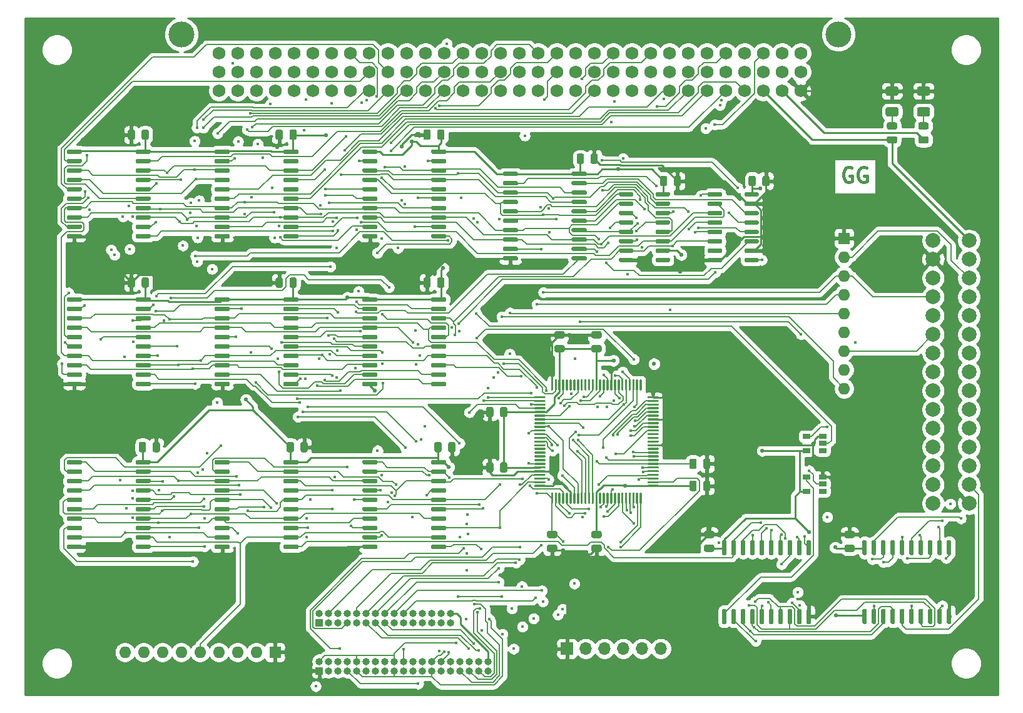
<source format=gbr>
G04 #@! TF.GenerationSoftware,KiCad,Pcbnew,(5.1.6)-1*
G04 #@! TF.CreationDate,2020-07-01T14:48:19+02:00*
G04 #@! TF.ProjectId,Project_GP8B,50726f6a-6563-4745-9f47-5038422e6b69,V5.0*
G04 #@! TF.SameCoordinates,PX3a2c940PY1e0a6e0*
G04 #@! TF.FileFunction,Copper,L1,Top*
G04 #@! TF.FilePolarity,Positive*
%FSLAX46Y46*%
G04 Gerber Fmt 4.6, Leading zero omitted, Abs format (unit mm)*
G04 Created by KiCad (PCBNEW (5.1.6)-1) date 2020-07-01 14:48:19*
%MOMM*%
%LPD*%
G01*
G04 APERTURE LIST*
G04 #@! TA.AperFunction,NonConductor*
%ADD10C,0.400000*%
G04 #@! TD*
G04 #@! TA.AperFunction,ComponentPad*
%ADD11C,2.000000*%
G04 #@! TD*
G04 #@! TA.AperFunction,WasherPad*
%ADD12C,3.500000*%
G04 #@! TD*
G04 #@! TA.AperFunction,ComponentPad*
%ADD13C,1.750000*%
G04 #@! TD*
G04 #@! TA.AperFunction,ComponentPad*
%ADD14R,1.600000X1.600000*%
G04 #@! TD*
G04 #@! TA.AperFunction,ComponentPad*
%ADD15O,1.600000X1.600000*%
G04 #@! TD*
G04 #@! TA.AperFunction,SMDPad,CuDef*
%ADD16R,1.060000X0.650000*%
G04 #@! TD*
G04 #@! TA.AperFunction,ComponentPad*
%ADD17R,1.700000X1.700000*%
G04 #@! TD*
G04 #@! TA.AperFunction,ComponentPad*
%ADD18O,1.700000X1.700000*%
G04 #@! TD*
G04 #@! TA.AperFunction,ComponentPad*
%ADD19R,1.000000X1.000000*%
G04 #@! TD*
G04 #@! TA.AperFunction,ComponentPad*
%ADD20O,1.000000X1.000000*%
G04 #@! TD*
G04 #@! TA.AperFunction,ViaPad*
%ADD21C,0.550000*%
G04 #@! TD*
G04 #@! TA.AperFunction,ViaPad*
%ADD22C,0.450000*%
G04 #@! TD*
G04 #@! TA.AperFunction,Conductor*
%ADD23C,0.250000*%
G04 #@! TD*
G04 #@! TA.AperFunction,Conductor*
%ADD24C,0.180000*%
G04 #@! TD*
G04 #@! TA.AperFunction,Conductor*
%ADD25C,0.254000*%
G04 #@! TD*
G04 APERTURE END LIST*
D10*
X112523809Y-21000000D02*
X112333333Y-20904761D01*
X112047619Y-20904761D01*
X111761904Y-21000000D01*
X111571428Y-21190476D01*
X111476190Y-21380952D01*
X111380952Y-21761904D01*
X111380952Y-22047619D01*
X111476190Y-22428571D01*
X111571428Y-22619047D01*
X111761904Y-22809523D01*
X112047619Y-22904761D01*
X112238095Y-22904761D01*
X112523809Y-22809523D01*
X112619047Y-22714285D01*
X112619047Y-22047619D01*
X112238095Y-22047619D01*
X114523809Y-21000000D02*
X114333333Y-20904761D01*
X114047619Y-20904761D01*
X113761904Y-21000000D01*
X113571428Y-21190476D01*
X113476190Y-21380952D01*
X113380952Y-21761904D01*
X113380952Y-22047619D01*
X113476190Y-22428571D01*
X113571428Y-22619047D01*
X113761904Y-22809523D01*
X114047619Y-22904761D01*
X114238095Y-22904761D01*
X114523809Y-22809523D01*
X114619047Y-22714285D01*
X114619047Y-22047619D01*
X114238095Y-22047619D01*
D11*
X128400000Y-30810000D03*
X123540000Y-30810000D03*
X128400000Y-33350000D03*
X123540000Y-33350000D03*
X128400000Y-35890000D03*
X123540000Y-35890000D03*
X128400000Y-38430000D03*
X123540000Y-38430000D03*
X128400000Y-40970000D03*
X123540000Y-40970000D03*
X128400000Y-43510000D03*
X123540000Y-43510000D03*
X128400000Y-46050000D03*
X123540000Y-46050000D03*
X128400000Y-48590000D03*
X123540000Y-48590000D03*
X128400000Y-51130000D03*
X123540000Y-51130000D03*
X128400000Y-53670000D03*
X123540000Y-53670000D03*
X128400000Y-56210000D03*
X123540000Y-56210000D03*
X128400000Y-58750000D03*
X123540000Y-58750000D03*
X128400000Y-61290000D03*
X123540000Y-61290000D03*
X128400000Y-63830000D03*
X123540000Y-63830000D03*
X128400000Y-66360000D03*
X123540000Y-66370000D03*
D12*
X21820000Y-2920000D03*
X110720000Y-2920000D03*
D13*
X105640000Y-10540000D03*
X103100000Y-10540000D03*
X100560000Y-10540000D03*
X98020000Y-10540000D03*
X95480000Y-10540000D03*
X92940000Y-10540000D03*
X90400000Y-10540000D03*
X87860000Y-10540000D03*
X85320000Y-10540000D03*
X82780000Y-10540000D03*
X80240000Y-10540000D03*
X77700000Y-10540000D03*
X75160000Y-10540000D03*
X72620000Y-10540000D03*
X70080000Y-10540000D03*
X67540000Y-10540000D03*
X65000000Y-10540000D03*
X62460000Y-10540000D03*
X59920000Y-10540000D03*
X57380000Y-10540000D03*
X54840000Y-10540000D03*
X52300000Y-10540000D03*
X49760000Y-10540000D03*
X47220000Y-10540000D03*
X44680000Y-10540000D03*
X42140000Y-10540000D03*
X39600000Y-10540000D03*
X37060000Y-10540000D03*
X34520000Y-10540000D03*
X31980000Y-10540000D03*
X29440000Y-10540000D03*
X26900000Y-10540000D03*
X105640000Y-8000000D03*
X103100000Y-8000000D03*
X100560000Y-8000000D03*
X98020000Y-8000000D03*
X95480000Y-8000000D03*
X92940000Y-8000000D03*
X90400000Y-8000000D03*
X87860000Y-8000000D03*
X85320000Y-8000000D03*
X82780000Y-8000000D03*
X80240000Y-8000000D03*
X77700000Y-8000000D03*
X75160000Y-8000000D03*
X72620000Y-8000000D03*
X70080000Y-8000000D03*
X67540000Y-8000000D03*
X65000000Y-8000000D03*
X62460000Y-8000000D03*
X59920000Y-8000000D03*
X57380000Y-8000000D03*
X54840000Y-8000000D03*
X52300000Y-8000000D03*
X49760000Y-8000000D03*
X47220000Y-8000000D03*
X44680000Y-8000000D03*
X42140000Y-8000000D03*
X39600000Y-8000000D03*
X37060000Y-8000000D03*
X34520000Y-8000000D03*
X31980000Y-8000000D03*
X29440000Y-8000000D03*
X26900000Y-8000000D03*
X105640000Y-5460000D03*
X103100000Y-5460000D03*
X100560000Y-5460000D03*
X98020000Y-5460000D03*
X95480000Y-5460000D03*
X92940000Y-5460000D03*
X90400000Y-5460000D03*
X87860000Y-5460000D03*
X85320000Y-5460000D03*
X82780000Y-5460000D03*
X80240000Y-5460000D03*
X77700000Y-5460000D03*
X75160000Y-5460000D03*
X72620000Y-5460000D03*
X70080000Y-5460000D03*
X67540000Y-5460000D03*
X65000000Y-5460000D03*
X62460000Y-5460000D03*
X59920000Y-5460000D03*
X57380000Y-5460000D03*
X54840000Y-5460000D03*
X52300000Y-5460000D03*
X49760000Y-5460000D03*
X47220000Y-5460000D03*
X44680000Y-5460000D03*
X42140000Y-5460000D03*
X39600000Y-5460000D03*
X37060000Y-5460000D03*
X34520000Y-5460000D03*
X31980000Y-5460000D03*
X29440000Y-5460000D03*
X26900000Y-5460000D03*
G04 #@! TA.AperFunction,SMDPad,CuDef*
G36*
G01*
X65925000Y-53543750D02*
X65925000Y-54456250D01*
G75*
G02*
X65681250Y-54700000I-243750J0D01*
G01*
X65193750Y-54700000D01*
G75*
G02*
X64950000Y-54456250I0J243750D01*
G01*
X64950000Y-53543750D01*
G75*
G02*
X65193750Y-53300000I243750J0D01*
G01*
X65681250Y-53300000D01*
G75*
G02*
X65925000Y-53543750I0J-243750D01*
G01*
G37*
G04 #@! TD.AperFunction*
G04 #@! TA.AperFunction,SMDPad,CuDef*
G36*
G01*
X64050000Y-53543750D02*
X64050000Y-54456250D01*
G75*
G02*
X63806250Y-54700000I-243750J0D01*
G01*
X63318750Y-54700000D01*
G75*
G02*
X63075000Y-54456250I0J243750D01*
G01*
X63075000Y-53543750D01*
G75*
G02*
X63318750Y-53300000I243750J0D01*
G01*
X63806250Y-53300000D01*
G75*
G02*
X64050000Y-53543750I0J-243750D01*
G01*
G37*
G04 #@! TD.AperFunction*
G04 #@! TA.AperFunction,SMDPad,CuDef*
G36*
G01*
X92450000Y-64456250D02*
X92450000Y-63543750D01*
G75*
G02*
X92693750Y-63300000I243750J0D01*
G01*
X93181250Y-63300000D01*
G75*
G02*
X93425000Y-63543750I0J-243750D01*
G01*
X93425000Y-64456250D01*
G75*
G02*
X93181250Y-64700000I-243750J0D01*
G01*
X92693750Y-64700000D01*
G75*
G02*
X92450000Y-64456250I0J243750D01*
G01*
G37*
G04 #@! TD.AperFunction*
G04 #@! TA.AperFunction,SMDPad,CuDef*
G36*
G01*
X90575000Y-64456250D02*
X90575000Y-63543750D01*
G75*
G02*
X90818750Y-63300000I243750J0D01*
G01*
X91306250Y-63300000D01*
G75*
G02*
X91550000Y-63543750I0J-243750D01*
G01*
X91550000Y-64456250D01*
G75*
G02*
X91306250Y-64700000I-243750J0D01*
G01*
X90818750Y-64700000D01*
G75*
G02*
X90575000Y-64456250I0J243750D01*
G01*
G37*
G04 #@! TD.AperFunction*
G04 #@! TA.AperFunction,SMDPad,CuDef*
G36*
G01*
X18925000Y-58293750D02*
X18925000Y-59206250D01*
G75*
G02*
X18681250Y-59450000I-243750J0D01*
G01*
X18193750Y-59450000D01*
G75*
G02*
X17950000Y-59206250I0J243750D01*
G01*
X17950000Y-58293750D01*
G75*
G02*
X18193750Y-58050000I243750J0D01*
G01*
X18681250Y-58050000D01*
G75*
G02*
X18925000Y-58293750I0J-243750D01*
G01*
G37*
G04 #@! TD.AperFunction*
G04 #@! TA.AperFunction,SMDPad,CuDef*
G36*
G01*
X17050000Y-58293750D02*
X17050000Y-59206250D01*
G75*
G02*
X16806250Y-59450000I-243750J0D01*
G01*
X16318750Y-59450000D01*
G75*
G02*
X16075000Y-59206250I0J243750D01*
G01*
X16075000Y-58293750D01*
G75*
G02*
X16318750Y-58050000I243750J0D01*
G01*
X16806250Y-58050000D01*
G75*
G02*
X17050000Y-58293750I0J-243750D01*
G01*
G37*
G04 #@! TD.AperFunction*
G04 #@! TA.AperFunction,SMDPad,CuDef*
G36*
G01*
X57050000Y-58293750D02*
X57050000Y-59206250D01*
G75*
G02*
X56806250Y-59450000I-243750J0D01*
G01*
X56318750Y-59450000D01*
G75*
G02*
X56075000Y-59206250I0J243750D01*
G01*
X56075000Y-58293750D01*
G75*
G02*
X56318750Y-58050000I243750J0D01*
G01*
X56806250Y-58050000D01*
G75*
G02*
X57050000Y-58293750I0J-243750D01*
G01*
G37*
G04 #@! TD.AperFunction*
G04 #@! TA.AperFunction,SMDPad,CuDef*
G36*
G01*
X58925000Y-58293750D02*
X58925000Y-59206250D01*
G75*
G02*
X58681250Y-59450000I-243750J0D01*
G01*
X58193750Y-59450000D01*
G75*
G02*
X57950000Y-59206250I0J243750D01*
G01*
X57950000Y-58293750D01*
G75*
G02*
X58193750Y-58050000I243750J0D01*
G01*
X58681250Y-58050000D01*
G75*
G02*
X58925000Y-58293750I0J-243750D01*
G01*
G37*
G04 #@! TD.AperFunction*
G04 #@! TA.AperFunction,SMDPad,CuDef*
G36*
G01*
X37050000Y-58293750D02*
X37050000Y-59206250D01*
G75*
G02*
X36806250Y-59450000I-243750J0D01*
G01*
X36318750Y-59450000D01*
G75*
G02*
X36075000Y-59206250I0J243750D01*
G01*
X36075000Y-58293750D01*
G75*
G02*
X36318750Y-58050000I243750J0D01*
G01*
X36806250Y-58050000D01*
G75*
G02*
X37050000Y-58293750I0J-243750D01*
G01*
G37*
G04 #@! TD.AperFunction*
G04 #@! TA.AperFunction,SMDPad,CuDef*
G36*
G01*
X38925000Y-58293750D02*
X38925000Y-59206250D01*
G75*
G02*
X38681250Y-59450000I-243750J0D01*
G01*
X38193750Y-59450000D01*
G75*
G02*
X37950000Y-59206250I0J243750D01*
G01*
X37950000Y-58293750D01*
G75*
G02*
X38193750Y-58050000I243750J0D01*
G01*
X38681250Y-58050000D01*
G75*
G02*
X38925000Y-58293750I0J-243750D01*
G01*
G37*
G04 #@! TD.AperFunction*
G04 #@! TA.AperFunction,SMDPad,CuDef*
G36*
G01*
X78456250Y-45925000D02*
X77543750Y-45925000D01*
G75*
G02*
X77300000Y-45681250I0J243750D01*
G01*
X77300000Y-45193750D01*
G75*
G02*
X77543750Y-44950000I243750J0D01*
G01*
X78456250Y-44950000D01*
G75*
G02*
X78700000Y-45193750I0J-243750D01*
G01*
X78700000Y-45681250D01*
G75*
G02*
X78456250Y-45925000I-243750J0D01*
G01*
G37*
G04 #@! TD.AperFunction*
G04 #@! TA.AperFunction,SMDPad,CuDef*
G36*
G01*
X78456250Y-44050000D02*
X77543750Y-44050000D01*
G75*
G02*
X77300000Y-43806250I0J243750D01*
G01*
X77300000Y-43318750D01*
G75*
G02*
X77543750Y-43075000I243750J0D01*
G01*
X78456250Y-43075000D01*
G75*
G02*
X78700000Y-43318750I0J-243750D01*
G01*
X78700000Y-43806250D01*
G75*
G02*
X78456250Y-44050000I-243750J0D01*
G01*
G37*
G04 #@! TD.AperFunction*
G04 #@! TA.AperFunction,SMDPad,CuDef*
G36*
G01*
X54575000Y-36956250D02*
X54575000Y-36043750D01*
G75*
G02*
X54818750Y-35800000I243750J0D01*
G01*
X55306250Y-35800000D01*
G75*
G02*
X55550000Y-36043750I0J-243750D01*
G01*
X55550000Y-36956250D01*
G75*
G02*
X55306250Y-37200000I-243750J0D01*
G01*
X54818750Y-37200000D01*
G75*
G02*
X54575000Y-36956250I0J243750D01*
G01*
G37*
G04 #@! TD.AperFunction*
G04 #@! TA.AperFunction,SMDPad,CuDef*
G36*
G01*
X56450000Y-36956250D02*
X56450000Y-36043750D01*
G75*
G02*
X56693750Y-35800000I243750J0D01*
G01*
X57181250Y-35800000D01*
G75*
G02*
X57425000Y-36043750I0J-243750D01*
G01*
X57425000Y-36956250D01*
G75*
G02*
X57181250Y-37200000I-243750J0D01*
G01*
X56693750Y-37200000D01*
G75*
G02*
X56450000Y-36956250I0J243750D01*
G01*
G37*
G04 #@! TD.AperFunction*
G04 #@! TA.AperFunction,SMDPad,CuDef*
G36*
G01*
X34575000Y-36956250D02*
X34575000Y-36043750D01*
G75*
G02*
X34818750Y-35800000I243750J0D01*
G01*
X35306250Y-35800000D01*
G75*
G02*
X35550000Y-36043750I0J-243750D01*
G01*
X35550000Y-36956250D01*
G75*
G02*
X35306250Y-37200000I-243750J0D01*
G01*
X34818750Y-37200000D01*
G75*
G02*
X34575000Y-36956250I0J243750D01*
G01*
G37*
G04 #@! TD.AperFunction*
G04 #@! TA.AperFunction,SMDPad,CuDef*
G36*
G01*
X36450000Y-36956250D02*
X36450000Y-36043750D01*
G75*
G02*
X36693750Y-35800000I243750J0D01*
G01*
X37181250Y-35800000D01*
G75*
G02*
X37425000Y-36043750I0J-243750D01*
G01*
X37425000Y-36956250D01*
G75*
G02*
X37181250Y-37200000I-243750J0D01*
G01*
X36693750Y-37200000D01*
G75*
G02*
X36450000Y-36956250I0J243750D01*
G01*
G37*
G04 #@! TD.AperFunction*
G04 #@! TA.AperFunction,SMDPad,CuDef*
G36*
G01*
X16450000Y-36956250D02*
X16450000Y-36043750D01*
G75*
G02*
X16693750Y-35800000I243750J0D01*
G01*
X17181250Y-35800000D01*
G75*
G02*
X17425000Y-36043750I0J-243750D01*
G01*
X17425000Y-36956250D01*
G75*
G02*
X17181250Y-37200000I-243750J0D01*
G01*
X16693750Y-37200000D01*
G75*
G02*
X16450000Y-36956250I0J243750D01*
G01*
G37*
G04 #@! TD.AperFunction*
G04 #@! TA.AperFunction,SMDPad,CuDef*
G36*
G01*
X14575000Y-36956250D02*
X14575000Y-36043750D01*
G75*
G02*
X14818750Y-35800000I243750J0D01*
G01*
X15306250Y-35800000D01*
G75*
G02*
X15550000Y-36043750I0J-243750D01*
G01*
X15550000Y-36956250D01*
G75*
G02*
X15306250Y-37200000I-243750J0D01*
G01*
X14818750Y-37200000D01*
G75*
G02*
X14575000Y-36956250I0J243750D01*
G01*
G37*
G04 #@! TD.AperFunction*
G04 #@! TA.AperFunction,SMDPad,CuDef*
G36*
G01*
X90575000Y-61456250D02*
X90575000Y-60543750D01*
G75*
G02*
X90818750Y-60300000I243750J0D01*
G01*
X91306250Y-60300000D01*
G75*
G02*
X91550000Y-60543750I0J-243750D01*
G01*
X91550000Y-61456250D01*
G75*
G02*
X91306250Y-61700000I-243750J0D01*
G01*
X90818750Y-61700000D01*
G75*
G02*
X90575000Y-61456250I0J243750D01*
G01*
G37*
G04 #@! TD.AperFunction*
G04 #@! TA.AperFunction,SMDPad,CuDef*
G36*
G01*
X92450000Y-61456250D02*
X92450000Y-60543750D01*
G75*
G02*
X92693750Y-60300000I243750J0D01*
G01*
X93181250Y-60300000D01*
G75*
G02*
X93425000Y-60543750I0J-243750D01*
G01*
X93425000Y-61456250D01*
G75*
G02*
X93181250Y-61700000I-243750J0D01*
G01*
X92693750Y-61700000D01*
G75*
G02*
X92450000Y-61456250I0J243750D01*
G01*
G37*
G04 #@! TD.AperFunction*
G04 #@! TA.AperFunction,SMDPad,CuDef*
G36*
G01*
X56450000Y-16956250D02*
X56450000Y-16043750D01*
G75*
G02*
X56693750Y-15800000I243750J0D01*
G01*
X57181250Y-15800000D01*
G75*
G02*
X57425000Y-16043750I0J-243750D01*
G01*
X57425000Y-16956250D01*
G75*
G02*
X57181250Y-17200000I-243750J0D01*
G01*
X56693750Y-17200000D01*
G75*
G02*
X56450000Y-16956250I0J243750D01*
G01*
G37*
G04 #@! TD.AperFunction*
G04 #@! TA.AperFunction,SMDPad,CuDef*
G36*
G01*
X54575000Y-16956250D02*
X54575000Y-16043750D01*
G75*
G02*
X54818750Y-15800000I243750J0D01*
G01*
X55306250Y-15800000D01*
G75*
G02*
X55550000Y-16043750I0J-243750D01*
G01*
X55550000Y-16956250D01*
G75*
G02*
X55306250Y-17200000I-243750J0D01*
G01*
X54818750Y-17200000D01*
G75*
G02*
X54575000Y-16956250I0J243750D01*
G01*
G37*
G04 #@! TD.AperFunction*
G04 #@! TA.AperFunction,SMDPad,CuDef*
G36*
G01*
X73456250Y-45925000D02*
X72543750Y-45925000D01*
G75*
G02*
X72300000Y-45681250I0J243750D01*
G01*
X72300000Y-45193750D01*
G75*
G02*
X72543750Y-44950000I243750J0D01*
G01*
X73456250Y-44950000D01*
G75*
G02*
X73700000Y-45193750I0J-243750D01*
G01*
X73700000Y-45681250D01*
G75*
G02*
X73456250Y-45925000I-243750J0D01*
G01*
G37*
G04 #@! TD.AperFunction*
G04 #@! TA.AperFunction,SMDPad,CuDef*
G36*
G01*
X73456250Y-44050000D02*
X72543750Y-44050000D01*
G75*
G02*
X72300000Y-43806250I0J243750D01*
G01*
X72300000Y-43318750D01*
G75*
G02*
X72543750Y-43075000I243750J0D01*
G01*
X73456250Y-43075000D01*
G75*
G02*
X73700000Y-43318750I0J-243750D01*
G01*
X73700000Y-43806250D01*
G75*
G02*
X73456250Y-44050000I-243750J0D01*
G01*
G37*
G04 #@! TD.AperFunction*
G04 #@! TA.AperFunction,SMDPad,CuDef*
G36*
G01*
X14575000Y-16956250D02*
X14575000Y-16043750D01*
G75*
G02*
X14818750Y-15800000I243750J0D01*
G01*
X15306250Y-15800000D01*
G75*
G02*
X15550000Y-16043750I0J-243750D01*
G01*
X15550000Y-16956250D01*
G75*
G02*
X15306250Y-17200000I-243750J0D01*
G01*
X14818750Y-17200000D01*
G75*
G02*
X14575000Y-16956250I0J243750D01*
G01*
G37*
G04 #@! TD.AperFunction*
G04 #@! TA.AperFunction,SMDPad,CuDef*
G36*
G01*
X16450000Y-16956250D02*
X16450000Y-16043750D01*
G75*
G02*
X16693750Y-15800000I243750J0D01*
G01*
X17181250Y-15800000D01*
G75*
G02*
X17425000Y-16043750I0J-243750D01*
G01*
X17425000Y-16956250D01*
G75*
G02*
X17181250Y-17200000I-243750J0D01*
G01*
X16693750Y-17200000D01*
G75*
G02*
X16450000Y-16956250I0J243750D01*
G01*
G37*
G04 #@! TD.AperFunction*
G04 #@! TA.AperFunction,SMDPad,CuDef*
G36*
G01*
X71543750Y-71950000D02*
X72456250Y-71950000D01*
G75*
G02*
X72700000Y-72193750I0J-243750D01*
G01*
X72700000Y-72681250D01*
G75*
G02*
X72456250Y-72925000I-243750J0D01*
G01*
X71543750Y-72925000D01*
G75*
G02*
X71300000Y-72681250I0J243750D01*
G01*
X71300000Y-72193750D01*
G75*
G02*
X71543750Y-71950000I243750J0D01*
G01*
G37*
G04 #@! TD.AperFunction*
G04 #@! TA.AperFunction,SMDPad,CuDef*
G36*
G01*
X71543750Y-70075000D02*
X72456250Y-70075000D01*
G75*
G02*
X72700000Y-70318750I0J-243750D01*
G01*
X72700000Y-70806250D01*
G75*
G02*
X72456250Y-71050000I-243750J0D01*
G01*
X71543750Y-71050000D01*
G75*
G02*
X71300000Y-70806250I0J243750D01*
G01*
X71300000Y-70318750D01*
G75*
G02*
X71543750Y-70075000I243750J0D01*
G01*
G37*
G04 #@! TD.AperFunction*
G04 #@! TA.AperFunction,SMDPad,CuDef*
G36*
G01*
X36450000Y-16956250D02*
X36450000Y-16043750D01*
G75*
G02*
X36693750Y-15800000I243750J0D01*
G01*
X37181250Y-15800000D01*
G75*
G02*
X37425000Y-16043750I0J-243750D01*
G01*
X37425000Y-16956250D01*
G75*
G02*
X37181250Y-17200000I-243750J0D01*
G01*
X36693750Y-17200000D01*
G75*
G02*
X36450000Y-16956250I0J243750D01*
G01*
G37*
G04 #@! TD.AperFunction*
G04 #@! TA.AperFunction,SMDPad,CuDef*
G36*
G01*
X34575000Y-16956250D02*
X34575000Y-16043750D01*
G75*
G02*
X34818750Y-15800000I243750J0D01*
G01*
X35306250Y-15800000D01*
G75*
G02*
X35550000Y-16043750I0J-243750D01*
G01*
X35550000Y-16956250D01*
G75*
G02*
X35306250Y-17200000I-243750J0D01*
G01*
X34818750Y-17200000D01*
G75*
G02*
X34575000Y-16956250I0J243750D01*
G01*
G37*
G04 #@! TD.AperFunction*
G04 #@! TA.AperFunction,SMDPad,CuDef*
G36*
G01*
X77543750Y-70075000D02*
X78456250Y-70075000D01*
G75*
G02*
X78700000Y-70318750I0J-243750D01*
G01*
X78700000Y-70806250D01*
G75*
G02*
X78456250Y-71050000I-243750J0D01*
G01*
X77543750Y-71050000D01*
G75*
G02*
X77300000Y-70806250I0J243750D01*
G01*
X77300000Y-70318750D01*
G75*
G02*
X77543750Y-70075000I243750J0D01*
G01*
G37*
G04 #@! TD.AperFunction*
G04 #@! TA.AperFunction,SMDPad,CuDef*
G36*
G01*
X77543750Y-71950000D02*
X78456250Y-71950000D01*
G75*
G02*
X78700000Y-72193750I0J-243750D01*
G01*
X78700000Y-72681250D01*
G75*
G02*
X78456250Y-72925000I-243750J0D01*
G01*
X77543750Y-72925000D01*
G75*
G02*
X77300000Y-72681250I0J243750D01*
G01*
X77300000Y-72193750D01*
G75*
G02*
X77543750Y-71950000I243750J0D01*
G01*
G37*
G04 #@! TD.AperFunction*
G04 #@! TA.AperFunction,SMDPad,CuDef*
G36*
G01*
X112706250Y-72925000D02*
X111793750Y-72925000D01*
G75*
G02*
X111550000Y-72681250I0J243750D01*
G01*
X111550000Y-72193750D01*
G75*
G02*
X111793750Y-71950000I243750J0D01*
G01*
X112706250Y-71950000D01*
G75*
G02*
X112950000Y-72193750I0J-243750D01*
G01*
X112950000Y-72681250D01*
G75*
G02*
X112706250Y-72925000I-243750J0D01*
G01*
G37*
G04 #@! TD.AperFunction*
G04 #@! TA.AperFunction,SMDPad,CuDef*
G36*
G01*
X112706250Y-71050000D02*
X111793750Y-71050000D01*
G75*
G02*
X111550000Y-70806250I0J243750D01*
G01*
X111550000Y-70318750D01*
G75*
G02*
X111793750Y-70075000I243750J0D01*
G01*
X112706250Y-70075000D01*
G75*
G02*
X112950000Y-70318750I0J-243750D01*
G01*
X112950000Y-70806250D01*
G75*
G02*
X112706250Y-71050000I-243750J0D01*
G01*
G37*
G04 #@! TD.AperFunction*
G04 #@! TA.AperFunction,SMDPad,CuDef*
G36*
G01*
X92793750Y-71950000D02*
X93706250Y-71950000D01*
G75*
G02*
X93950000Y-72193750I0J-243750D01*
G01*
X93950000Y-72681250D01*
G75*
G02*
X93706250Y-72925000I-243750J0D01*
G01*
X92793750Y-72925000D01*
G75*
G02*
X92550000Y-72681250I0J243750D01*
G01*
X92550000Y-72193750D01*
G75*
G02*
X92793750Y-71950000I243750J0D01*
G01*
G37*
G04 #@! TD.AperFunction*
G04 #@! TA.AperFunction,SMDPad,CuDef*
G36*
G01*
X92793750Y-70075000D02*
X93706250Y-70075000D01*
G75*
G02*
X93950000Y-70318750I0J-243750D01*
G01*
X93950000Y-70806250D01*
G75*
G02*
X93706250Y-71050000I-243750J0D01*
G01*
X92793750Y-71050000D01*
G75*
G02*
X92550000Y-70806250I0J243750D01*
G01*
X92550000Y-70318750D01*
G75*
G02*
X92793750Y-70075000I243750J0D01*
G01*
G37*
G04 #@! TD.AperFunction*
G04 #@! TA.AperFunction,SMDPad,CuDef*
G36*
G01*
X64050000Y-61043750D02*
X64050000Y-61956250D01*
G75*
G02*
X63806250Y-62200000I-243750J0D01*
G01*
X63318750Y-62200000D01*
G75*
G02*
X63075000Y-61956250I0J243750D01*
G01*
X63075000Y-61043750D01*
G75*
G02*
X63318750Y-60800000I243750J0D01*
G01*
X63806250Y-60800000D01*
G75*
G02*
X64050000Y-61043750I0J-243750D01*
G01*
G37*
G04 #@! TD.AperFunction*
G04 #@! TA.AperFunction,SMDPad,CuDef*
G36*
G01*
X65925000Y-61043750D02*
X65925000Y-61956250D01*
G75*
G02*
X65681250Y-62200000I-243750J0D01*
G01*
X65193750Y-62200000D01*
G75*
G02*
X64950000Y-61956250I0J243750D01*
G01*
X64950000Y-61043750D01*
G75*
G02*
X65193750Y-60800000I243750J0D01*
G01*
X65681250Y-60800000D01*
G75*
G02*
X65925000Y-61043750I0J-243750D01*
G01*
G37*
G04 #@! TD.AperFunction*
G04 #@! TA.AperFunction,SMDPad,CuDef*
G36*
G01*
X76300000Y-19293750D02*
X76300000Y-20206250D01*
G75*
G02*
X76056250Y-20450000I-243750J0D01*
G01*
X75568750Y-20450000D01*
G75*
G02*
X75325000Y-20206250I0J243750D01*
G01*
X75325000Y-19293750D01*
G75*
G02*
X75568750Y-19050000I243750J0D01*
G01*
X76056250Y-19050000D01*
G75*
G02*
X76300000Y-19293750I0J-243750D01*
G01*
G37*
G04 #@! TD.AperFunction*
G04 #@! TA.AperFunction,SMDPad,CuDef*
G36*
G01*
X78175000Y-19293750D02*
X78175000Y-20206250D01*
G75*
G02*
X77931250Y-20450000I-243750J0D01*
G01*
X77443750Y-20450000D01*
G75*
G02*
X77200000Y-20206250I0J243750D01*
G01*
X77200000Y-19293750D01*
G75*
G02*
X77443750Y-19050000I243750J0D01*
G01*
X77931250Y-19050000D01*
G75*
G02*
X78175000Y-19293750I0J-243750D01*
G01*
G37*
G04 #@! TD.AperFunction*
G04 #@! TA.AperFunction,SMDPad,CuDef*
G36*
G01*
X99550000Y-22293750D02*
X99550000Y-23206250D01*
G75*
G02*
X99306250Y-23450000I-243750J0D01*
G01*
X98818750Y-23450000D01*
G75*
G02*
X98575000Y-23206250I0J243750D01*
G01*
X98575000Y-22293750D01*
G75*
G02*
X98818750Y-22050000I243750J0D01*
G01*
X99306250Y-22050000D01*
G75*
G02*
X99550000Y-22293750I0J-243750D01*
G01*
G37*
G04 #@! TD.AperFunction*
G04 #@! TA.AperFunction,SMDPad,CuDef*
G36*
G01*
X101425000Y-22293750D02*
X101425000Y-23206250D01*
G75*
G02*
X101181250Y-23450000I-243750J0D01*
G01*
X100693750Y-23450000D01*
G75*
G02*
X100450000Y-23206250I0J243750D01*
G01*
X100450000Y-22293750D01*
G75*
G02*
X100693750Y-22050000I243750J0D01*
G01*
X101181250Y-22050000D01*
G75*
G02*
X101425000Y-22293750I0J-243750D01*
G01*
G37*
G04 #@! TD.AperFunction*
G04 #@! TA.AperFunction,SMDPad,CuDef*
G36*
G01*
X89425000Y-22293750D02*
X89425000Y-23206250D01*
G75*
G02*
X89181250Y-23450000I-243750J0D01*
G01*
X88693750Y-23450000D01*
G75*
G02*
X88450000Y-23206250I0J243750D01*
G01*
X88450000Y-22293750D01*
G75*
G02*
X88693750Y-22050000I243750J0D01*
G01*
X89181250Y-22050000D01*
G75*
G02*
X89425000Y-22293750I0J-243750D01*
G01*
G37*
G04 #@! TD.AperFunction*
G04 #@! TA.AperFunction,SMDPad,CuDef*
G36*
G01*
X87550000Y-22293750D02*
X87550000Y-23206250D01*
G75*
G02*
X87306250Y-23450000I-243750J0D01*
G01*
X86818750Y-23450000D01*
G75*
G02*
X86575000Y-23206250I0J243750D01*
G01*
X86575000Y-22293750D01*
G75*
G02*
X86818750Y-22050000I243750J0D01*
G01*
X87306250Y-22050000D01*
G75*
G02*
X87550000Y-22293750I0J-243750D01*
G01*
G37*
G04 #@! TD.AperFunction*
G04 #@! TA.AperFunction,SMDPad,CuDef*
G36*
G01*
X121625000Y-12775000D02*
X122875000Y-12775000D01*
G75*
G02*
X123125000Y-13025000I0J-250000D01*
G01*
X123125000Y-13775000D01*
G75*
G02*
X122875000Y-14025000I-250000J0D01*
G01*
X121625000Y-14025000D01*
G75*
G02*
X121375000Y-13775000I0J250000D01*
G01*
X121375000Y-13025000D01*
G75*
G02*
X121625000Y-12775000I250000J0D01*
G01*
G37*
G04 #@! TD.AperFunction*
G04 #@! TA.AperFunction,SMDPad,CuDef*
G36*
G01*
X121625000Y-9975000D02*
X122875000Y-9975000D01*
G75*
G02*
X123125000Y-10225000I0J-250000D01*
G01*
X123125000Y-10975000D01*
G75*
G02*
X122875000Y-11225000I-250000J0D01*
G01*
X121625000Y-11225000D01*
G75*
G02*
X121375000Y-10975000I0J250000D01*
G01*
X121375000Y-10225000D01*
G75*
G02*
X121625000Y-9975000I250000J0D01*
G01*
G37*
G04 #@! TD.AperFunction*
G04 #@! TA.AperFunction,SMDPad,CuDef*
G36*
G01*
X117375000Y-9975000D02*
X118625000Y-9975000D01*
G75*
G02*
X118875000Y-10225000I0J-250000D01*
G01*
X118875000Y-10975000D01*
G75*
G02*
X118625000Y-11225000I-250000J0D01*
G01*
X117375000Y-11225000D01*
G75*
G02*
X117125000Y-10975000I0J250000D01*
G01*
X117125000Y-10225000D01*
G75*
G02*
X117375000Y-9975000I250000J0D01*
G01*
G37*
G04 #@! TD.AperFunction*
G04 #@! TA.AperFunction,SMDPad,CuDef*
G36*
G01*
X117375000Y-12775000D02*
X118625000Y-12775000D01*
G75*
G02*
X118875000Y-13025000I0J-250000D01*
G01*
X118875000Y-13775000D01*
G75*
G02*
X118625000Y-14025000I-250000J0D01*
G01*
X117375000Y-14025000D01*
G75*
G02*
X117125000Y-13775000I0J250000D01*
G01*
X117125000Y-13025000D01*
G75*
G02*
X117375000Y-12775000I250000J0D01*
G01*
G37*
G04 #@! TD.AperFunction*
G04 #@! TA.AperFunction,SMDPad,CuDef*
G36*
G01*
X122706250Y-15800000D02*
X121793750Y-15800000D01*
G75*
G02*
X121550000Y-15556250I0J243750D01*
G01*
X121550000Y-15068750D01*
G75*
G02*
X121793750Y-14825000I243750J0D01*
G01*
X122706250Y-14825000D01*
G75*
G02*
X122950000Y-15068750I0J-243750D01*
G01*
X122950000Y-15556250D01*
G75*
G02*
X122706250Y-15800000I-243750J0D01*
G01*
G37*
G04 #@! TD.AperFunction*
G04 #@! TA.AperFunction,SMDPad,CuDef*
G36*
G01*
X122706250Y-17675000D02*
X121793750Y-17675000D01*
G75*
G02*
X121550000Y-17431250I0J243750D01*
G01*
X121550000Y-16943750D01*
G75*
G02*
X121793750Y-16700000I243750J0D01*
G01*
X122706250Y-16700000D01*
G75*
G02*
X122950000Y-16943750I0J-243750D01*
G01*
X122950000Y-17431250D01*
G75*
G02*
X122706250Y-17675000I-243750J0D01*
G01*
G37*
G04 #@! TD.AperFunction*
G04 #@! TA.AperFunction,SMDPad,CuDef*
G36*
G01*
X118456250Y-17675000D02*
X117543750Y-17675000D01*
G75*
G02*
X117300000Y-17431250I0J243750D01*
G01*
X117300000Y-16943750D01*
G75*
G02*
X117543750Y-16700000I243750J0D01*
G01*
X118456250Y-16700000D01*
G75*
G02*
X118700000Y-16943750I0J-243750D01*
G01*
X118700000Y-17431250D01*
G75*
G02*
X118456250Y-17675000I-243750J0D01*
G01*
G37*
G04 #@! TD.AperFunction*
G04 #@! TA.AperFunction,SMDPad,CuDef*
G36*
G01*
X118456250Y-15800000D02*
X117543750Y-15800000D01*
G75*
G02*
X117300000Y-15556250I0J243750D01*
G01*
X117300000Y-15068750D01*
G75*
G02*
X117543750Y-14825000I243750J0D01*
G01*
X118456250Y-14825000D01*
G75*
G02*
X118700000Y-15068750I0J-243750D01*
G01*
X118700000Y-15556250D01*
G75*
G02*
X118456250Y-15800000I-243750J0D01*
G01*
G37*
G04 #@! TD.AperFunction*
D14*
X34500000Y-86500000D03*
D15*
X31960000Y-86500000D03*
X29420000Y-86500000D03*
X26880000Y-86500000D03*
X24340000Y-86500000D03*
X21800000Y-86500000D03*
X19260000Y-86500000D03*
X16720000Y-86500000D03*
X14180000Y-86500000D03*
X111500000Y-50820000D03*
X111500000Y-48280000D03*
X111500000Y-45740000D03*
X111500000Y-43200000D03*
X111500000Y-40660000D03*
X111500000Y-38120000D03*
X111500000Y-35580000D03*
X111500000Y-33040000D03*
D14*
X111500000Y-30500000D03*
G04 #@! TA.AperFunction,SMDPad,CuDef*
G36*
G01*
X74625000Y-21935000D02*
X74625000Y-21635000D01*
G75*
G02*
X74775000Y-21485000I150000J0D01*
G01*
X76525000Y-21485000D01*
G75*
G02*
X76675000Y-21635000I0J-150000D01*
G01*
X76675000Y-21935000D01*
G75*
G02*
X76525000Y-22085000I-150000J0D01*
G01*
X74775000Y-22085000D01*
G75*
G02*
X74625000Y-21935000I0J150000D01*
G01*
G37*
G04 #@! TD.AperFunction*
G04 #@! TA.AperFunction,SMDPad,CuDef*
G36*
G01*
X74625000Y-23205000D02*
X74625000Y-22905000D01*
G75*
G02*
X74775000Y-22755000I150000J0D01*
G01*
X76525000Y-22755000D01*
G75*
G02*
X76675000Y-22905000I0J-150000D01*
G01*
X76675000Y-23205000D01*
G75*
G02*
X76525000Y-23355000I-150000J0D01*
G01*
X74775000Y-23355000D01*
G75*
G02*
X74625000Y-23205000I0J150000D01*
G01*
G37*
G04 #@! TD.AperFunction*
G04 #@! TA.AperFunction,SMDPad,CuDef*
G36*
G01*
X74625000Y-24475000D02*
X74625000Y-24175000D01*
G75*
G02*
X74775000Y-24025000I150000J0D01*
G01*
X76525000Y-24025000D01*
G75*
G02*
X76675000Y-24175000I0J-150000D01*
G01*
X76675000Y-24475000D01*
G75*
G02*
X76525000Y-24625000I-150000J0D01*
G01*
X74775000Y-24625000D01*
G75*
G02*
X74625000Y-24475000I0J150000D01*
G01*
G37*
G04 #@! TD.AperFunction*
G04 #@! TA.AperFunction,SMDPad,CuDef*
G36*
G01*
X74625000Y-25745000D02*
X74625000Y-25445000D01*
G75*
G02*
X74775000Y-25295000I150000J0D01*
G01*
X76525000Y-25295000D01*
G75*
G02*
X76675000Y-25445000I0J-150000D01*
G01*
X76675000Y-25745000D01*
G75*
G02*
X76525000Y-25895000I-150000J0D01*
G01*
X74775000Y-25895000D01*
G75*
G02*
X74625000Y-25745000I0J150000D01*
G01*
G37*
G04 #@! TD.AperFunction*
G04 #@! TA.AperFunction,SMDPad,CuDef*
G36*
G01*
X74625000Y-27015000D02*
X74625000Y-26715000D01*
G75*
G02*
X74775000Y-26565000I150000J0D01*
G01*
X76525000Y-26565000D01*
G75*
G02*
X76675000Y-26715000I0J-150000D01*
G01*
X76675000Y-27015000D01*
G75*
G02*
X76525000Y-27165000I-150000J0D01*
G01*
X74775000Y-27165000D01*
G75*
G02*
X74625000Y-27015000I0J150000D01*
G01*
G37*
G04 #@! TD.AperFunction*
G04 #@! TA.AperFunction,SMDPad,CuDef*
G36*
G01*
X74625000Y-28285000D02*
X74625000Y-27985000D01*
G75*
G02*
X74775000Y-27835000I150000J0D01*
G01*
X76525000Y-27835000D01*
G75*
G02*
X76675000Y-27985000I0J-150000D01*
G01*
X76675000Y-28285000D01*
G75*
G02*
X76525000Y-28435000I-150000J0D01*
G01*
X74775000Y-28435000D01*
G75*
G02*
X74625000Y-28285000I0J150000D01*
G01*
G37*
G04 #@! TD.AperFunction*
G04 #@! TA.AperFunction,SMDPad,CuDef*
G36*
G01*
X74625000Y-29555000D02*
X74625000Y-29255000D01*
G75*
G02*
X74775000Y-29105000I150000J0D01*
G01*
X76525000Y-29105000D01*
G75*
G02*
X76675000Y-29255000I0J-150000D01*
G01*
X76675000Y-29555000D01*
G75*
G02*
X76525000Y-29705000I-150000J0D01*
G01*
X74775000Y-29705000D01*
G75*
G02*
X74625000Y-29555000I0J150000D01*
G01*
G37*
G04 #@! TD.AperFunction*
G04 #@! TA.AperFunction,SMDPad,CuDef*
G36*
G01*
X74625000Y-30825000D02*
X74625000Y-30525000D01*
G75*
G02*
X74775000Y-30375000I150000J0D01*
G01*
X76525000Y-30375000D01*
G75*
G02*
X76675000Y-30525000I0J-150000D01*
G01*
X76675000Y-30825000D01*
G75*
G02*
X76525000Y-30975000I-150000J0D01*
G01*
X74775000Y-30975000D01*
G75*
G02*
X74625000Y-30825000I0J150000D01*
G01*
G37*
G04 #@! TD.AperFunction*
G04 #@! TA.AperFunction,SMDPad,CuDef*
G36*
G01*
X74625000Y-32095000D02*
X74625000Y-31795000D01*
G75*
G02*
X74775000Y-31645000I150000J0D01*
G01*
X76525000Y-31645000D01*
G75*
G02*
X76675000Y-31795000I0J-150000D01*
G01*
X76675000Y-32095000D01*
G75*
G02*
X76525000Y-32245000I-150000J0D01*
G01*
X74775000Y-32245000D01*
G75*
G02*
X74625000Y-32095000I0J150000D01*
G01*
G37*
G04 #@! TD.AperFunction*
G04 #@! TA.AperFunction,SMDPad,CuDef*
G36*
G01*
X74625000Y-33365000D02*
X74625000Y-33065000D01*
G75*
G02*
X74775000Y-32915000I150000J0D01*
G01*
X76525000Y-32915000D01*
G75*
G02*
X76675000Y-33065000I0J-150000D01*
G01*
X76675000Y-33365000D01*
G75*
G02*
X76525000Y-33515000I-150000J0D01*
G01*
X74775000Y-33515000D01*
G75*
G02*
X74625000Y-33365000I0J150000D01*
G01*
G37*
G04 #@! TD.AperFunction*
G04 #@! TA.AperFunction,SMDPad,CuDef*
G36*
G01*
X65325000Y-33365000D02*
X65325000Y-33065000D01*
G75*
G02*
X65475000Y-32915000I150000J0D01*
G01*
X67225000Y-32915000D01*
G75*
G02*
X67375000Y-33065000I0J-150000D01*
G01*
X67375000Y-33365000D01*
G75*
G02*
X67225000Y-33515000I-150000J0D01*
G01*
X65475000Y-33515000D01*
G75*
G02*
X65325000Y-33365000I0J150000D01*
G01*
G37*
G04 #@! TD.AperFunction*
G04 #@! TA.AperFunction,SMDPad,CuDef*
G36*
G01*
X65325000Y-32095000D02*
X65325000Y-31795000D01*
G75*
G02*
X65475000Y-31645000I150000J0D01*
G01*
X67225000Y-31645000D01*
G75*
G02*
X67375000Y-31795000I0J-150000D01*
G01*
X67375000Y-32095000D01*
G75*
G02*
X67225000Y-32245000I-150000J0D01*
G01*
X65475000Y-32245000D01*
G75*
G02*
X65325000Y-32095000I0J150000D01*
G01*
G37*
G04 #@! TD.AperFunction*
G04 #@! TA.AperFunction,SMDPad,CuDef*
G36*
G01*
X65325000Y-30825000D02*
X65325000Y-30525000D01*
G75*
G02*
X65475000Y-30375000I150000J0D01*
G01*
X67225000Y-30375000D01*
G75*
G02*
X67375000Y-30525000I0J-150000D01*
G01*
X67375000Y-30825000D01*
G75*
G02*
X67225000Y-30975000I-150000J0D01*
G01*
X65475000Y-30975000D01*
G75*
G02*
X65325000Y-30825000I0J150000D01*
G01*
G37*
G04 #@! TD.AperFunction*
G04 #@! TA.AperFunction,SMDPad,CuDef*
G36*
G01*
X65325000Y-29555000D02*
X65325000Y-29255000D01*
G75*
G02*
X65475000Y-29105000I150000J0D01*
G01*
X67225000Y-29105000D01*
G75*
G02*
X67375000Y-29255000I0J-150000D01*
G01*
X67375000Y-29555000D01*
G75*
G02*
X67225000Y-29705000I-150000J0D01*
G01*
X65475000Y-29705000D01*
G75*
G02*
X65325000Y-29555000I0J150000D01*
G01*
G37*
G04 #@! TD.AperFunction*
G04 #@! TA.AperFunction,SMDPad,CuDef*
G36*
G01*
X65325000Y-28285000D02*
X65325000Y-27985000D01*
G75*
G02*
X65475000Y-27835000I150000J0D01*
G01*
X67225000Y-27835000D01*
G75*
G02*
X67375000Y-27985000I0J-150000D01*
G01*
X67375000Y-28285000D01*
G75*
G02*
X67225000Y-28435000I-150000J0D01*
G01*
X65475000Y-28435000D01*
G75*
G02*
X65325000Y-28285000I0J150000D01*
G01*
G37*
G04 #@! TD.AperFunction*
G04 #@! TA.AperFunction,SMDPad,CuDef*
G36*
G01*
X65325000Y-27015000D02*
X65325000Y-26715000D01*
G75*
G02*
X65475000Y-26565000I150000J0D01*
G01*
X67225000Y-26565000D01*
G75*
G02*
X67375000Y-26715000I0J-150000D01*
G01*
X67375000Y-27015000D01*
G75*
G02*
X67225000Y-27165000I-150000J0D01*
G01*
X65475000Y-27165000D01*
G75*
G02*
X65325000Y-27015000I0J150000D01*
G01*
G37*
G04 #@! TD.AperFunction*
G04 #@! TA.AperFunction,SMDPad,CuDef*
G36*
G01*
X65325000Y-25745000D02*
X65325000Y-25445000D01*
G75*
G02*
X65475000Y-25295000I150000J0D01*
G01*
X67225000Y-25295000D01*
G75*
G02*
X67375000Y-25445000I0J-150000D01*
G01*
X67375000Y-25745000D01*
G75*
G02*
X67225000Y-25895000I-150000J0D01*
G01*
X65475000Y-25895000D01*
G75*
G02*
X65325000Y-25745000I0J150000D01*
G01*
G37*
G04 #@! TD.AperFunction*
G04 #@! TA.AperFunction,SMDPad,CuDef*
G36*
G01*
X65325000Y-24475000D02*
X65325000Y-24175000D01*
G75*
G02*
X65475000Y-24025000I150000J0D01*
G01*
X67225000Y-24025000D01*
G75*
G02*
X67375000Y-24175000I0J-150000D01*
G01*
X67375000Y-24475000D01*
G75*
G02*
X67225000Y-24625000I-150000J0D01*
G01*
X65475000Y-24625000D01*
G75*
G02*
X65325000Y-24475000I0J150000D01*
G01*
G37*
G04 #@! TD.AperFunction*
G04 #@! TA.AperFunction,SMDPad,CuDef*
G36*
G01*
X65325000Y-23205000D02*
X65325000Y-22905000D01*
G75*
G02*
X65475000Y-22755000I150000J0D01*
G01*
X67225000Y-22755000D01*
G75*
G02*
X67375000Y-22905000I0J-150000D01*
G01*
X67375000Y-23205000D01*
G75*
G02*
X67225000Y-23355000I-150000J0D01*
G01*
X65475000Y-23355000D01*
G75*
G02*
X65325000Y-23205000I0J150000D01*
G01*
G37*
G04 #@! TD.AperFunction*
G04 #@! TA.AperFunction,SMDPad,CuDef*
G36*
G01*
X65325000Y-21935000D02*
X65325000Y-21635000D01*
G75*
G02*
X65475000Y-21485000I150000J0D01*
G01*
X67225000Y-21485000D01*
G75*
G02*
X67375000Y-21635000I0J-150000D01*
G01*
X67375000Y-21935000D01*
G75*
G02*
X67225000Y-22085000I-150000J0D01*
G01*
X65475000Y-22085000D01*
G75*
G02*
X65325000Y-21935000I0J150000D01*
G01*
G37*
G04 #@! TD.AperFunction*
G04 #@! TA.AperFunction,SMDPad,CuDef*
G36*
G01*
X93050000Y-24705000D02*
X93050000Y-24405000D01*
G75*
G02*
X93200000Y-24255000I150000J0D01*
G01*
X94850000Y-24255000D01*
G75*
G02*
X95000000Y-24405000I0J-150000D01*
G01*
X95000000Y-24705000D01*
G75*
G02*
X94850000Y-24855000I-150000J0D01*
G01*
X93200000Y-24855000D01*
G75*
G02*
X93050000Y-24705000I0J150000D01*
G01*
G37*
G04 #@! TD.AperFunction*
G04 #@! TA.AperFunction,SMDPad,CuDef*
G36*
G01*
X93050000Y-25975000D02*
X93050000Y-25675000D01*
G75*
G02*
X93200000Y-25525000I150000J0D01*
G01*
X94850000Y-25525000D01*
G75*
G02*
X95000000Y-25675000I0J-150000D01*
G01*
X95000000Y-25975000D01*
G75*
G02*
X94850000Y-26125000I-150000J0D01*
G01*
X93200000Y-26125000D01*
G75*
G02*
X93050000Y-25975000I0J150000D01*
G01*
G37*
G04 #@! TD.AperFunction*
G04 #@! TA.AperFunction,SMDPad,CuDef*
G36*
G01*
X93050000Y-27245000D02*
X93050000Y-26945000D01*
G75*
G02*
X93200000Y-26795000I150000J0D01*
G01*
X94850000Y-26795000D01*
G75*
G02*
X95000000Y-26945000I0J-150000D01*
G01*
X95000000Y-27245000D01*
G75*
G02*
X94850000Y-27395000I-150000J0D01*
G01*
X93200000Y-27395000D01*
G75*
G02*
X93050000Y-27245000I0J150000D01*
G01*
G37*
G04 #@! TD.AperFunction*
G04 #@! TA.AperFunction,SMDPad,CuDef*
G36*
G01*
X93050000Y-28515000D02*
X93050000Y-28215000D01*
G75*
G02*
X93200000Y-28065000I150000J0D01*
G01*
X94850000Y-28065000D01*
G75*
G02*
X95000000Y-28215000I0J-150000D01*
G01*
X95000000Y-28515000D01*
G75*
G02*
X94850000Y-28665000I-150000J0D01*
G01*
X93200000Y-28665000D01*
G75*
G02*
X93050000Y-28515000I0J150000D01*
G01*
G37*
G04 #@! TD.AperFunction*
G04 #@! TA.AperFunction,SMDPad,CuDef*
G36*
G01*
X93050000Y-29785000D02*
X93050000Y-29485000D01*
G75*
G02*
X93200000Y-29335000I150000J0D01*
G01*
X94850000Y-29335000D01*
G75*
G02*
X95000000Y-29485000I0J-150000D01*
G01*
X95000000Y-29785000D01*
G75*
G02*
X94850000Y-29935000I-150000J0D01*
G01*
X93200000Y-29935000D01*
G75*
G02*
X93050000Y-29785000I0J150000D01*
G01*
G37*
G04 #@! TD.AperFunction*
G04 #@! TA.AperFunction,SMDPad,CuDef*
G36*
G01*
X93050000Y-31055000D02*
X93050000Y-30755000D01*
G75*
G02*
X93200000Y-30605000I150000J0D01*
G01*
X94850000Y-30605000D01*
G75*
G02*
X95000000Y-30755000I0J-150000D01*
G01*
X95000000Y-31055000D01*
G75*
G02*
X94850000Y-31205000I-150000J0D01*
G01*
X93200000Y-31205000D01*
G75*
G02*
X93050000Y-31055000I0J150000D01*
G01*
G37*
G04 #@! TD.AperFunction*
G04 #@! TA.AperFunction,SMDPad,CuDef*
G36*
G01*
X93050000Y-32325000D02*
X93050000Y-32025000D01*
G75*
G02*
X93200000Y-31875000I150000J0D01*
G01*
X94850000Y-31875000D01*
G75*
G02*
X95000000Y-32025000I0J-150000D01*
G01*
X95000000Y-32325000D01*
G75*
G02*
X94850000Y-32475000I-150000J0D01*
G01*
X93200000Y-32475000D01*
G75*
G02*
X93050000Y-32325000I0J150000D01*
G01*
G37*
G04 #@! TD.AperFunction*
G04 #@! TA.AperFunction,SMDPad,CuDef*
G36*
G01*
X93050000Y-33595000D02*
X93050000Y-33295000D01*
G75*
G02*
X93200000Y-33145000I150000J0D01*
G01*
X94850000Y-33145000D01*
G75*
G02*
X95000000Y-33295000I0J-150000D01*
G01*
X95000000Y-33595000D01*
G75*
G02*
X94850000Y-33745000I-150000J0D01*
G01*
X93200000Y-33745000D01*
G75*
G02*
X93050000Y-33595000I0J150000D01*
G01*
G37*
G04 #@! TD.AperFunction*
G04 #@! TA.AperFunction,SMDPad,CuDef*
G36*
G01*
X98000000Y-33595000D02*
X98000000Y-33295000D01*
G75*
G02*
X98150000Y-33145000I150000J0D01*
G01*
X99800000Y-33145000D01*
G75*
G02*
X99950000Y-33295000I0J-150000D01*
G01*
X99950000Y-33595000D01*
G75*
G02*
X99800000Y-33745000I-150000J0D01*
G01*
X98150000Y-33745000D01*
G75*
G02*
X98000000Y-33595000I0J150000D01*
G01*
G37*
G04 #@! TD.AperFunction*
G04 #@! TA.AperFunction,SMDPad,CuDef*
G36*
G01*
X98000000Y-32325000D02*
X98000000Y-32025000D01*
G75*
G02*
X98150000Y-31875000I150000J0D01*
G01*
X99800000Y-31875000D01*
G75*
G02*
X99950000Y-32025000I0J-150000D01*
G01*
X99950000Y-32325000D01*
G75*
G02*
X99800000Y-32475000I-150000J0D01*
G01*
X98150000Y-32475000D01*
G75*
G02*
X98000000Y-32325000I0J150000D01*
G01*
G37*
G04 #@! TD.AperFunction*
G04 #@! TA.AperFunction,SMDPad,CuDef*
G36*
G01*
X98000000Y-31055000D02*
X98000000Y-30755000D01*
G75*
G02*
X98150000Y-30605000I150000J0D01*
G01*
X99800000Y-30605000D01*
G75*
G02*
X99950000Y-30755000I0J-150000D01*
G01*
X99950000Y-31055000D01*
G75*
G02*
X99800000Y-31205000I-150000J0D01*
G01*
X98150000Y-31205000D01*
G75*
G02*
X98000000Y-31055000I0J150000D01*
G01*
G37*
G04 #@! TD.AperFunction*
G04 #@! TA.AperFunction,SMDPad,CuDef*
G36*
G01*
X98000000Y-29785000D02*
X98000000Y-29485000D01*
G75*
G02*
X98150000Y-29335000I150000J0D01*
G01*
X99800000Y-29335000D01*
G75*
G02*
X99950000Y-29485000I0J-150000D01*
G01*
X99950000Y-29785000D01*
G75*
G02*
X99800000Y-29935000I-150000J0D01*
G01*
X98150000Y-29935000D01*
G75*
G02*
X98000000Y-29785000I0J150000D01*
G01*
G37*
G04 #@! TD.AperFunction*
G04 #@! TA.AperFunction,SMDPad,CuDef*
G36*
G01*
X98000000Y-28515000D02*
X98000000Y-28215000D01*
G75*
G02*
X98150000Y-28065000I150000J0D01*
G01*
X99800000Y-28065000D01*
G75*
G02*
X99950000Y-28215000I0J-150000D01*
G01*
X99950000Y-28515000D01*
G75*
G02*
X99800000Y-28665000I-150000J0D01*
G01*
X98150000Y-28665000D01*
G75*
G02*
X98000000Y-28515000I0J150000D01*
G01*
G37*
G04 #@! TD.AperFunction*
G04 #@! TA.AperFunction,SMDPad,CuDef*
G36*
G01*
X98000000Y-27245000D02*
X98000000Y-26945000D01*
G75*
G02*
X98150000Y-26795000I150000J0D01*
G01*
X99800000Y-26795000D01*
G75*
G02*
X99950000Y-26945000I0J-150000D01*
G01*
X99950000Y-27245000D01*
G75*
G02*
X99800000Y-27395000I-150000J0D01*
G01*
X98150000Y-27395000D01*
G75*
G02*
X98000000Y-27245000I0J150000D01*
G01*
G37*
G04 #@! TD.AperFunction*
G04 #@! TA.AperFunction,SMDPad,CuDef*
G36*
G01*
X98000000Y-25975000D02*
X98000000Y-25675000D01*
G75*
G02*
X98150000Y-25525000I150000J0D01*
G01*
X99800000Y-25525000D01*
G75*
G02*
X99950000Y-25675000I0J-150000D01*
G01*
X99950000Y-25975000D01*
G75*
G02*
X99800000Y-26125000I-150000J0D01*
G01*
X98150000Y-26125000D01*
G75*
G02*
X98000000Y-25975000I0J150000D01*
G01*
G37*
G04 #@! TD.AperFunction*
G04 #@! TA.AperFunction,SMDPad,CuDef*
G36*
G01*
X98000000Y-24705000D02*
X98000000Y-24405000D01*
G75*
G02*
X98150000Y-24255000I150000J0D01*
G01*
X99800000Y-24255000D01*
G75*
G02*
X99950000Y-24405000I0J-150000D01*
G01*
X99950000Y-24705000D01*
G75*
G02*
X99800000Y-24855000I-150000J0D01*
G01*
X98150000Y-24855000D01*
G75*
G02*
X98000000Y-24705000I0J150000D01*
G01*
G37*
G04 #@! TD.AperFunction*
G04 #@! TA.AperFunction,SMDPad,CuDef*
G36*
G01*
X26325000Y-38935000D02*
X26325000Y-38635000D01*
G75*
G02*
X26475000Y-38485000I150000J0D01*
G01*
X28225000Y-38485000D01*
G75*
G02*
X28375000Y-38635000I0J-150000D01*
G01*
X28375000Y-38935000D01*
G75*
G02*
X28225000Y-39085000I-150000J0D01*
G01*
X26475000Y-39085000D01*
G75*
G02*
X26325000Y-38935000I0J150000D01*
G01*
G37*
G04 #@! TD.AperFunction*
G04 #@! TA.AperFunction,SMDPad,CuDef*
G36*
G01*
X26325000Y-40205000D02*
X26325000Y-39905000D01*
G75*
G02*
X26475000Y-39755000I150000J0D01*
G01*
X28225000Y-39755000D01*
G75*
G02*
X28375000Y-39905000I0J-150000D01*
G01*
X28375000Y-40205000D01*
G75*
G02*
X28225000Y-40355000I-150000J0D01*
G01*
X26475000Y-40355000D01*
G75*
G02*
X26325000Y-40205000I0J150000D01*
G01*
G37*
G04 #@! TD.AperFunction*
G04 #@! TA.AperFunction,SMDPad,CuDef*
G36*
G01*
X26325000Y-41475000D02*
X26325000Y-41175000D01*
G75*
G02*
X26475000Y-41025000I150000J0D01*
G01*
X28225000Y-41025000D01*
G75*
G02*
X28375000Y-41175000I0J-150000D01*
G01*
X28375000Y-41475000D01*
G75*
G02*
X28225000Y-41625000I-150000J0D01*
G01*
X26475000Y-41625000D01*
G75*
G02*
X26325000Y-41475000I0J150000D01*
G01*
G37*
G04 #@! TD.AperFunction*
G04 #@! TA.AperFunction,SMDPad,CuDef*
G36*
G01*
X26325000Y-42745000D02*
X26325000Y-42445000D01*
G75*
G02*
X26475000Y-42295000I150000J0D01*
G01*
X28225000Y-42295000D01*
G75*
G02*
X28375000Y-42445000I0J-150000D01*
G01*
X28375000Y-42745000D01*
G75*
G02*
X28225000Y-42895000I-150000J0D01*
G01*
X26475000Y-42895000D01*
G75*
G02*
X26325000Y-42745000I0J150000D01*
G01*
G37*
G04 #@! TD.AperFunction*
G04 #@! TA.AperFunction,SMDPad,CuDef*
G36*
G01*
X26325000Y-44015000D02*
X26325000Y-43715000D01*
G75*
G02*
X26475000Y-43565000I150000J0D01*
G01*
X28225000Y-43565000D01*
G75*
G02*
X28375000Y-43715000I0J-150000D01*
G01*
X28375000Y-44015000D01*
G75*
G02*
X28225000Y-44165000I-150000J0D01*
G01*
X26475000Y-44165000D01*
G75*
G02*
X26325000Y-44015000I0J150000D01*
G01*
G37*
G04 #@! TD.AperFunction*
G04 #@! TA.AperFunction,SMDPad,CuDef*
G36*
G01*
X26325000Y-45285000D02*
X26325000Y-44985000D01*
G75*
G02*
X26475000Y-44835000I150000J0D01*
G01*
X28225000Y-44835000D01*
G75*
G02*
X28375000Y-44985000I0J-150000D01*
G01*
X28375000Y-45285000D01*
G75*
G02*
X28225000Y-45435000I-150000J0D01*
G01*
X26475000Y-45435000D01*
G75*
G02*
X26325000Y-45285000I0J150000D01*
G01*
G37*
G04 #@! TD.AperFunction*
G04 #@! TA.AperFunction,SMDPad,CuDef*
G36*
G01*
X26325000Y-46555000D02*
X26325000Y-46255000D01*
G75*
G02*
X26475000Y-46105000I150000J0D01*
G01*
X28225000Y-46105000D01*
G75*
G02*
X28375000Y-46255000I0J-150000D01*
G01*
X28375000Y-46555000D01*
G75*
G02*
X28225000Y-46705000I-150000J0D01*
G01*
X26475000Y-46705000D01*
G75*
G02*
X26325000Y-46555000I0J150000D01*
G01*
G37*
G04 #@! TD.AperFunction*
G04 #@! TA.AperFunction,SMDPad,CuDef*
G36*
G01*
X26325000Y-47825000D02*
X26325000Y-47525000D01*
G75*
G02*
X26475000Y-47375000I150000J0D01*
G01*
X28225000Y-47375000D01*
G75*
G02*
X28375000Y-47525000I0J-150000D01*
G01*
X28375000Y-47825000D01*
G75*
G02*
X28225000Y-47975000I-150000J0D01*
G01*
X26475000Y-47975000D01*
G75*
G02*
X26325000Y-47825000I0J150000D01*
G01*
G37*
G04 #@! TD.AperFunction*
G04 #@! TA.AperFunction,SMDPad,CuDef*
G36*
G01*
X26325000Y-49095000D02*
X26325000Y-48795000D01*
G75*
G02*
X26475000Y-48645000I150000J0D01*
G01*
X28225000Y-48645000D01*
G75*
G02*
X28375000Y-48795000I0J-150000D01*
G01*
X28375000Y-49095000D01*
G75*
G02*
X28225000Y-49245000I-150000J0D01*
G01*
X26475000Y-49245000D01*
G75*
G02*
X26325000Y-49095000I0J150000D01*
G01*
G37*
G04 #@! TD.AperFunction*
G04 #@! TA.AperFunction,SMDPad,CuDef*
G36*
G01*
X26325000Y-50365000D02*
X26325000Y-50065000D01*
G75*
G02*
X26475000Y-49915000I150000J0D01*
G01*
X28225000Y-49915000D01*
G75*
G02*
X28375000Y-50065000I0J-150000D01*
G01*
X28375000Y-50365000D01*
G75*
G02*
X28225000Y-50515000I-150000J0D01*
G01*
X26475000Y-50515000D01*
G75*
G02*
X26325000Y-50365000I0J150000D01*
G01*
G37*
G04 #@! TD.AperFunction*
G04 #@! TA.AperFunction,SMDPad,CuDef*
G36*
G01*
X35625000Y-50365000D02*
X35625000Y-50065000D01*
G75*
G02*
X35775000Y-49915000I150000J0D01*
G01*
X37525000Y-49915000D01*
G75*
G02*
X37675000Y-50065000I0J-150000D01*
G01*
X37675000Y-50365000D01*
G75*
G02*
X37525000Y-50515000I-150000J0D01*
G01*
X35775000Y-50515000D01*
G75*
G02*
X35625000Y-50365000I0J150000D01*
G01*
G37*
G04 #@! TD.AperFunction*
G04 #@! TA.AperFunction,SMDPad,CuDef*
G36*
G01*
X35625000Y-49095000D02*
X35625000Y-48795000D01*
G75*
G02*
X35775000Y-48645000I150000J0D01*
G01*
X37525000Y-48645000D01*
G75*
G02*
X37675000Y-48795000I0J-150000D01*
G01*
X37675000Y-49095000D01*
G75*
G02*
X37525000Y-49245000I-150000J0D01*
G01*
X35775000Y-49245000D01*
G75*
G02*
X35625000Y-49095000I0J150000D01*
G01*
G37*
G04 #@! TD.AperFunction*
G04 #@! TA.AperFunction,SMDPad,CuDef*
G36*
G01*
X35625000Y-47825000D02*
X35625000Y-47525000D01*
G75*
G02*
X35775000Y-47375000I150000J0D01*
G01*
X37525000Y-47375000D01*
G75*
G02*
X37675000Y-47525000I0J-150000D01*
G01*
X37675000Y-47825000D01*
G75*
G02*
X37525000Y-47975000I-150000J0D01*
G01*
X35775000Y-47975000D01*
G75*
G02*
X35625000Y-47825000I0J150000D01*
G01*
G37*
G04 #@! TD.AperFunction*
G04 #@! TA.AperFunction,SMDPad,CuDef*
G36*
G01*
X35625000Y-46555000D02*
X35625000Y-46255000D01*
G75*
G02*
X35775000Y-46105000I150000J0D01*
G01*
X37525000Y-46105000D01*
G75*
G02*
X37675000Y-46255000I0J-150000D01*
G01*
X37675000Y-46555000D01*
G75*
G02*
X37525000Y-46705000I-150000J0D01*
G01*
X35775000Y-46705000D01*
G75*
G02*
X35625000Y-46555000I0J150000D01*
G01*
G37*
G04 #@! TD.AperFunction*
G04 #@! TA.AperFunction,SMDPad,CuDef*
G36*
G01*
X35625000Y-45285000D02*
X35625000Y-44985000D01*
G75*
G02*
X35775000Y-44835000I150000J0D01*
G01*
X37525000Y-44835000D01*
G75*
G02*
X37675000Y-44985000I0J-150000D01*
G01*
X37675000Y-45285000D01*
G75*
G02*
X37525000Y-45435000I-150000J0D01*
G01*
X35775000Y-45435000D01*
G75*
G02*
X35625000Y-45285000I0J150000D01*
G01*
G37*
G04 #@! TD.AperFunction*
G04 #@! TA.AperFunction,SMDPad,CuDef*
G36*
G01*
X35625000Y-44015000D02*
X35625000Y-43715000D01*
G75*
G02*
X35775000Y-43565000I150000J0D01*
G01*
X37525000Y-43565000D01*
G75*
G02*
X37675000Y-43715000I0J-150000D01*
G01*
X37675000Y-44015000D01*
G75*
G02*
X37525000Y-44165000I-150000J0D01*
G01*
X35775000Y-44165000D01*
G75*
G02*
X35625000Y-44015000I0J150000D01*
G01*
G37*
G04 #@! TD.AperFunction*
G04 #@! TA.AperFunction,SMDPad,CuDef*
G36*
G01*
X35625000Y-42745000D02*
X35625000Y-42445000D01*
G75*
G02*
X35775000Y-42295000I150000J0D01*
G01*
X37525000Y-42295000D01*
G75*
G02*
X37675000Y-42445000I0J-150000D01*
G01*
X37675000Y-42745000D01*
G75*
G02*
X37525000Y-42895000I-150000J0D01*
G01*
X35775000Y-42895000D01*
G75*
G02*
X35625000Y-42745000I0J150000D01*
G01*
G37*
G04 #@! TD.AperFunction*
G04 #@! TA.AperFunction,SMDPad,CuDef*
G36*
G01*
X35625000Y-41475000D02*
X35625000Y-41175000D01*
G75*
G02*
X35775000Y-41025000I150000J0D01*
G01*
X37525000Y-41025000D01*
G75*
G02*
X37675000Y-41175000I0J-150000D01*
G01*
X37675000Y-41475000D01*
G75*
G02*
X37525000Y-41625000I-150000J0D01*
G01*
X35775000Y-41625000D01*
G75*
G02*
X35625000Y-41475000I0J150000D01*
G01*
G37*
G04 #@! TD.AperFunction*
G04 #@! TA.AperFunction,SMDPad,CuDef*
G36*
G01*
X35625000Y-40205000D02*
X35625000Y-39905000D01*
G75*
G02*
X35775000Y-39755000I150000J0D01*
G01*
X37525000Y-39755000D01*
G75*
G02*
X37675000Y-39905000I0J-150000D01*
G01*
X37675000Y-40205000D01*
G75*
G02*
X37525000Y-40355000I-150000J0D01*
G01*
X35775000Y-40355000D01*
G75*
G02*
X35625000Y-40205000I0J150000D01*
G01*
G37*
G04 #@! TD.AperFunction*
G04 #@! TA.AperFunction,SMDPad,CuDef*
G36*
G01*
X35625000Y-38935000D02*
X35625000Y-38635000D01*
G75*
G02*
X35775000Y-38485000I150000J0D01*
G01*
X37525000Y-38485000D01*
G75*
G02*
X37675000Y-38635000I0J-150000D01*
G01*
X37675000Y-38935000D01*
G75*
G02*
X37525000Y-39085000I-150000J0D01*
G01*
X35775000Y-39085000D01*
G75*
G02*
X35625000Y-38935000I0J150000D01*
G01*
G37*
G04 #@! TD.AperFunction*
G04 #@! TA.AperFunction,SMDPad,CuDef*
G36*
G01*
X86000000Y-24705000D02*
X86000000Y-24405000D01*
G75*
G02*
X86150000Y-24255000I150000J0D01*
G01*
X87800000Y-24255000D01*
G75*
G02*
X87950000Y-24405000I0J-150000D01*
G01*
X87950000Y-24705000D01*
G75*
G02*
X87800000Y-24855000I-150000J0D01*
G01*
X86150000Y-24855000D01*
G75*
G02*
X86000000Y-24705000I0J150000D01*
G01*
G37*
G04 #@! TD.AperFunction*
G04 #@! TA.AperFunction,SMDPad,CuDef*
G36*
G01*
X86000000Y-25975000D02*
X86000000Y-25675000D01*
G75*
G02*
X86150000Y-25525000I150000J0D01*
G01*
X87800000Y-25525000D01*
G75*
G02*
X87950000Y-25675000I0J-150000D01*
G01*
X87950000Y-25975000D01*
G75*
G02*
X87800000Y-26125000I-150000J0D01*
G01*
X86150000Y-26125000D01*
G75*
G02*
X86000000Y-25975000I0J150000D01*
G01*
G37*
G04 #@! TD.AperFunction*
G04 #@! TA.AperFunction,SMDPad,CuDef*
G36*
G01*
X86000000Y-27245000D02*
X86000000Y-26945000D01*
G75*
G02*
X86150000Y-26795000I150000J0D01*
G01*
X87800000Y-26795000D01*
G75*
G02*
X87950000Y-26945000I0J-150000D01*
G01*
X87950000Y-27245000D01*
G75*
G02*
X87800000Y-27395000I-150000J0D01*
G01*
X86150000Y-27395000D01*
G75*
G02*
X86000000Y-27245000I0J150000D01*
G01*
G37*
G04 #@! TD.AperFunction*
G04 #@! TA.AperFunction,SMDPad,CuDef*
G36*
G01*
X86000000Y-28515000D02*
X86000000Y-28215000D01*
G75*
G02*
X86150000Y-28065000I150000J0D01*
G01*
X87800000Y-28065000D01*
G75*
G02*
X87950000Y-28215000I0J-150000D01*
G01*
X87950000Y-28515000D01*
G75*
G02*
X87800000Y-28665000I-150000J0D01*
G01*
X86150000Y-28665000D01*
G75*
G02*
X86000000Y-28515000I0J150000D01*
G01*
G37*
G04 #@! TD.AperFunction*
G04 #@! TA.AperFunction,SMDPad,CuDef*
G36*
G01*
X86000000Y-29785000D02*
X86000000Y-29485000D01*
G75*
G02*
X86150000Y-29335000I150000J0D01*
G01*
X87800000Y-29335000D01*
G75*
G02*
X87950000Y-29485000I0J-150000D01*
G01*
X87950000Y-29785000D01*
G75*
G02*
X87800000Y-29935000I-150000J0D01*
G01*
X86150000Y-29935000D01*
G75*
G02*
X86000000Y-29785000I0J150000D01*
G01*
G37*
G04 #@! TD.AperFunction*
G04 #@! TA.AperFunction,SMDPad,CuDef*
G36*
G01*
X86000000Y-31055000D02*
X86000000Y-30755000D01*
G75*
G02*
X86150000Y-30605000I150000J0D01*
G01*
X87800000Y-30605000D01*
G75*
G02*
X87950000Y-30755000I0J-150000D01*
G01*
X87950000Y-31055000D01*
G75*
G02*
X87800000Y-31205000I-150000J0D01*
G01*
X86150000Y-31205000D01*
G75*
G02*
X86000000Y-31055000I0J150000D01*
G01*
G37*
G04 #@! TD.AperFunction*
G04 #@! TA.AperFunction,SMDPad,CuDef*
G36*
G01*
X86000000Y-32325000D02*
X86000000Y-32025000D01*
G75*
G02*
X86150000Y-31875000I150000J0D01*
G01*
X87800000Y-31875000D01*
G75*
G02*
X87950000Y-32025000I0J-150000D01*
G01*
X87950000Y-32325000D01*
G75*
G02*
X87800000Y-32475000I-150000J0D01*
G01*
X86150000Y-32475000D01*
G75*
G02*
X86000000Y-32325000I0J150000D01*
G01*
G37*
G04 #@! TD.AperFunction*
G04 #@! TA.AperFunction,SMDPad,CuDef*
G36*
G01*
X86000000Y-33595000D02*
X86000000Y-33295000D01*
G75*
G02*
X86150000Y-33145000I150000J0D01*
G01*
X87800000Y-33145000D01*
G75*
G02*
X87950000Y-33295000I0J-150000D01*
G01*
X87950000Y-33595000D01*
G75*
G02*
X87800000Y-33745000I-150000J0D01*
G01*
X86150000Y-33745000D01*
G75*
G02*
X86000000Y-33595000I0J150000D01*
G01*
G37*
G04 #@! TD.AperFunction*
G04 #@! TA.AperFunction,SMDPad,CuDef*
G36*
G01*
X81050000Y-33595000D02*
X81050000Y-33295000D01*
G75*
G02*
X81200000Y-33145000I150000J0D01*
G01*
X82850000Y-33145000D01*
G75*
G02*
X83000000Y-33295000I0J-150000D01*
G01*
X83000000Y-33595000D01*
G75*
G02*
X82850000Y-33745000I-150000J0D01*
G01*
X81200000Y-33745000D01*
G75*
G02*
X81050000Y-33595000I0J150000D01*
G01*
G37*
G04 #@! TD.AperFunction*
G04 #@! TA.AperFunction,SMDPad,CuDef*
G36*
G01*
X81050000Y-32325000D02*
X81050000Y-32025000D01*
G75*
G02*
X81200000Y-31875000I150000J0D01*
G01*
X82850000Y-31875000D01*
G75*
G02*
X83000000Y-32025000I0J-150000D01*
G01*
X83000000Y-32325000D01*
G75*
G02*
X82850000Y-32475000I-150000J0D01*
G01*
X81200000Y-32475000D01*
G75*
G02*
X81050000Y-32325000I0J150000D01*
G01*
G37*
G04 #@! TD.AperFunction*
G04 #@! TA.AperFunction,SMDPad,CuDef*
G36*
G01*
X81050000Y-31055000D02*
X81050000Y-30755000D01*
G75*
G02*
X81200000Y-30605000I150000J0D01*
G01*
X82850000Y-30605000D01*
G75*
G02*
X83000000Y-30755000I0J-150000D01*
G01*
X83000000Y-31055000D01*
G75*
G02*
X82850000Y-31205000I-150000J0D01*
G01*
X81200000Y-31205000D01*
G75*
G02*
X81050000Y-31055000I0J150000D01*
G01*
G37*
G04 #@! TD.AperFunction*
G04 #@! TA.AperFunction,SMDPad,CuDef*
G36*
G01*
X81050000Y-29785000D02*
X81050000Y-29485000D01*
G75*
G02*
X81200000Y-29335000I150000J0D01*
G01*
X82850000Y-29335000D01*
G75*
G02*
X83000000Y-29485000I0J-150000D01*
G01*
X83000000Y-29785000D01*
G75*
G02*
X82850000Y-29935000I-150000J0D01*
G01*
X81200000Y-29935000D01*
G75*
G02*
X81050000Y-29785000I0J150000D01*
G01*
G37*
G04 #@! TD.AperFunction*
G04 #@! TA.AperFunction,SMDPad,CuDef*
G36*
G01*
X81050000Y-28515000D02*
X81050000Y-28215000D01*
G75*
G02*
X81200000Y-28065000I150000J0D01*
G01*
X82850000Y-28065000D01*
G75*
G02*
X83000000Y-28215000I0J-150000D01*
G01*
X83000000Y-28515000D01*
G75*
G02*
X82850000Y-28665000I-150000J0D01*
G01*
X81200000Y-28665000D01*
G75*
G02*
X81050000Y-28515000I0J150000D01*
G01*
G37*
G04 #@! TD.AperFunction*
G04 #@! TA.AperFunction,SMDPad,CuDef*
G36*
G01*
X81050000Y-27245000D02*
X81050000Y-26945000D01*
G75*
G02*
X81200000Y-26795000I150000J0D01*
G01*
X82850000Y-26795000D01*
G75*
G02*
X83000000Y-26945000I0J-150000D01*
G01*
X83000000Y-27245000D01*
G75*
G02*
X82850000Y-27395000I-150000J0D01*
G01*
X81200000Y-27395000D01*
G75*
G02*
X81050000Y-27245000I0J150000D01*
G01*
G37*
G04 #@! TD.AperFunction*
G04 #@! TA.AperFunction,SMDPad,CuDef*
G36*
G01*
X81050000Y-25975000D02*
X81050000Y-25675000D01*
G75*
G02*
X81200000Y-25525000I150000J0D01*
G01*
X82850000Y-25525000D01*
G75*
G02*
X83000000Y-25675000I0J-150000D01*
G01*
X83000000Y-25975000D01*
G75*
G02*
X82850000Y-26125000I-150000J0D01*
G01*
X81200000Y-26125000D01*
G75*
G02*
X81050000Y-25975000I0J150000D01*
G01*
G37*
G04 #@! TD.AperFunction*
G04 #@! TA.AperFunction,SMDPad,CuDef*
G36*
G01*
X81050000Y-24705000D02*
X81050000Y-24405000D01*
G75*
G02*
X81200000Y-24255000I150000J0D01*
G01*
X82850000Y-24255000D01*
G75*
G02*
X83000000Y-24405000I0J-150000D01*
G01*
X83000000Y-24705000D01*
G75*
G02*
X82850000Y-24855000I-150000J0D01*
G01*
X81200000Y-24855000D01*
G75*
G02*
X81050000Y-24705000I0J150000D01*
G01*
G37*
G04 #@! TD.AperFunction*
G04 #@! TA.AperFunction,SMDPad,CuDef*
G36*
G01*
X55625000Y-38935000D02*
X55625000Y-38635000D01*
G75*
G02*
X55775000Y-38485000I150000J0D01*
G01*
X57525000Y-38485000D01*
G75*
G02*
X57675000Y-38635000I0J-150000D01*
G01*
X57675000Y-38935000D01*
G75*
G02*
X57525000Y-39085000I-150000J0D01*
G01*
X55775000Y-39085000D01*
G75*
G02*
X55625000Y-38935000I0J150000D01*
G01*
G37*
G04 #@! TD.AperFunction*
G04 #@! TA.AperFunction,SMDPad,CuDef*
G36*
G01*
X55625000Y-40205000D02*
X55625000Y-39905000D01*
G75*
G02*
X55775000Y-39755000I150000J0D01*
G01*
X57525000Y-39755000D01*
G75*
G02*
X57675000Y-39905000I0J-150000D01*
G01*
X57675000Y-40205000D01*
G75*
G02*
X57525000Y-40355000I-150000J0D01*
G01*
X55775000Y-40355000D01*
G75*
G02*
X55625000Y-40205000I0J150000D01*
G01*
G37*
G04 #@! TD.AperFunction*
G04 #@! TA.AperFunction,SMDPad,CuDef*
G36*
G01*
X55625000Y-41475000D02*
X55625000Y-41175000D01*
G75*
G02*
X55775000Y-41025000I150000J0D01*
G01*
X57525000Y-41025000D01*
G75*
G02*
X57675000Y-41175000I0J-150000D01*
G01*
X57675000Y-41475000D01*
G75*
G02*
X57525000Y-41625000I-150000J0D01*
G01*
X55775000Y-41625000D01*
G75*
G02*
X55625000Y-41475000I0J150000D01*
G01*
G37*
G04 #@! TD.AperFunction*
G04 #@! TA.AperFunction,SMDPad,CuDef*
G36*
G01*
X55625000Y-42745000D02*
X55625000Y-42445000D01*
G75*
G02*
X55775000Y-42295000I150000J0D01*
G01*
X57525000Y-42295000D01*
G75*
G02*
X57675000Y-42445000I0J-150000D01*
G01*
X57675000Y-42745000D01*
G75*
G02*
X57525000Y-42895000I-150000J0D01*
G01*
X55775000Y-42895000D01*
G75*
G02*
X55625000Y-42745000I0J150000D01*
G01*
G37*
G04 #@! TD.AperFunction*
G04 #@! TA.AperFunction,SMDPad,CuDef*
G36*
G01*
X55625000Y-44015000D02*
X55625000Y-43715000D01*
G75*
G02*
X55775000Y-43565000I150000J0D01*
G01*
X57525000Y-43565000D01*
G75*
G02*
X57675000Y-43715000I0J-150000D01*
G01*
X57675000Y-44015000D01*
G75*
G02*
X57525000Y-44165000I-150000J0D01*
G01*
X55775000Y-44165000D01*
G75*
G02*
X55625000Y-44015000I0J150000D01*
G01*
G37*
G04 #@! TD.AperFunction*
G04 #@! TA.AperFunction,SMDPad,CuDef*
G36*
G01*
X55625000Y-45285000D02*
X55625000Y-44985000D01*
G75*
G02*
X55775000Y-44835000I150000J0D01*
G01*
X57525000Y-44835000D01*
G75*
G02*
X57675000Y-44985000I0J-150000D01*
G01*
X57675000Y-45285000D01*
G75*
G02*
X57525000Y-45435000I-150000J0D01*
G01*
X55775000Y-45435000D01*
G75*
G02*
X55625000Y-45285000I0J150000D01*
G01*
G37*
G04 #@! TD.AperFunction*
G04 #@! TA.AperFunction,SMDPad,CuDef*
G36*
G01*
X55625000Y-46555000D02*
X55625000Y-46255000D01*
G75*
G02*
X55775000Y-46105000I150000J0D01*
G01*
X57525000Y-46105000D01*
G75*
G02*
X57675000Y-46255000I0J-150000D01*
G01*
X57675000Y-46555000D01*
G75*
G02*
X57525000Y-46705000I-150000J0D01*
G01*
X55775000Y-46705000D01*
G75*
G02*
X55625000Y-46555000I0J150000D01*
G01*
G37*
G04 #@! TD.AperFunction*
G04 #@! TA.AperFunction,SMDPad,CuDef*
G36*
G01*
X55625000Y-47825000D02*
X55625000Y-47525000D01*
G75*
G02*
X55775000Y-47375000I150000J0D01*
G01*
X57525000Y-47375000D01*
G75*
G02*
X57675000Y-47525000I0J-150000D01*
G01*
X57675000Y-47825000D01*
G75*
G02*
X57525000Y-47975000I-150000J0D01*
G01*
X55775000Y-47975000D01*
G75*
G02*
X55625000Y-47825000I0J150000D01*
G01*
G37*
G04 #@! TD.AperFunction*
G04 #@! TA.AperFunction,SMDPad,CuDef*
G36*
G01*
X55625000Y-49095000D02*
X55625000Y-48795000D01*
G75*
G02*
X55775000Y-48645000I150000J0D01*
G01*
X57525000Y-48645000D01*
G75*
G02*
X57675000Y-48795000I0J-150000D01*
G01*
X57675000Y-49095000D01*
G75*
G02*
X57525000Y-49245000I-150000J0D01*
G01*
X55775000Y-49245000D01*
G75*
G02*
X55625000Y-49095000I0J150000D01*
G01*
G37*
G04 #@! TD.AperFunction*
G04 #@! TA.AperFunction,SMDPad,CuDef*
G36*
G01*
X55625000Y-50365000D02*
X55625000Y-50065000D01*
G75*
G02*
X55775000Y-49915000I150000J0D01*
G01*
X57525000Y-49915000D01*
G75*
G02*
X57675000Y-50065000I0J-150000D01*
G01*
X57675000Y-50365000D01*
G75*
G02*
X57525000Y-50515000I-150000J0D01*
G01*
X55775000Y-50515000D01*
G75*
G02*
X55625000Y-50365000I0J150000D01*
G01*
G37*
G04 #@! TD.AperFunction*
G04 #@! TA.AperFunction,SMDPad,CuDef*
G36*
G01*
X46325000Y-50365000D02*
X46325000Y-50065000D01*
G75*
G02*
X46475000Y-49915000I150000J0D01*
G01*
X48225000Y-49915000D01*
G75*
G02*
X48375000Y-50065000I0J-150000D01*
G01*
X48375000Y-50365000D01*
G75*
G02*
X48225000Y-50515000I-150000J0D01*
G01*
X46475000Y-50515000D01*
G75*
G02*
X46325000Y-50365000I0J150000D01*
G01*
G37*
G04 #@! TD.AperFunction*
G04 #@! TA.AperFunction,SMDPad,CuDef*
G36*
G01*
X46325000Y-49095000D02*
X46325000Y-48795000D01*
G75*
G02*
X46475000Y-48645000I150000J0D01*
G01*
X48225000Y-48645000D01*
G75*
G02*
X48375000Y-48795000I0J-150000D01*
G01*
X48375000Y-49095000D01*
G75*
G02*
X48225000Y-49245000I-150000J0D01*
G01*
X46475000Y-49245000D01*
G75*
G02*
X46325000Y-49095000I0J150000D01*
G01*
G37*
G04 #@! TD.AperFunction*
G04 #@! TA.AperFunction,SMDPad,CuDef*
G36*
G01*
X46325000Y-47825000D02*
X46325000Y-47525000D01*
G75*
G02*
X46475000Y-47375000I150000J0D01*
G01*
X48225000Y-47375000D01*
G75*
G02*
X48375000Y-47525000I0J-150000D01*
G01*
X48375000Y-47825000D01*
G75*
G02*
X48225000Y-47975000I-150000J0D01*
G01*
X46475000Y-47975000D01*
G75*
G02*
X46325000Y-47825000I0J150000D01*
G01*
G37*
G04 #@! TD.AperFunction*
G04 #@! TA.AperFunction,SMDPad,CuDef*
G36*
G01*
X46325000Y-46555000D02*
X46325000Y-46255000D01*
G75*
G02*
X46475000Y-46105000I150000J0D01*
G01*
X48225000Y-46105000D01*
G75*
G02*
X48375000Y-46255000I0J-150000D01*
G01*
X48375000Y-46555000D01*
G75*
G02*
X48225000Y-46705000I-150000J0D01*
G01*
X46475000Y-46705000D01*
G75*
G02*
X46325000Y-46555000I0J150000D01*
G01*
G37*
G04 #@! TD.AperFunction*
G04 #@! TA.AperFunction,SMDPad,CuDef*
G36*
G01*
X46325000Y-45285000D02*
X46325000Y-44985000D01*
G75*
G02*
X46475000Y-44835000I150000J0D01*
G01*
X48225000Y-44835000D01*
G75*
G02*
X48375000Y-44985000I0J-150000D01*
G01*
X48375000Y-45285000D01*
G75*
G02*
X48225000Y-45435000I-150000J0D01*
G01*
X46475000Y-45435000D01*
G75*
G02*
X46325000Y-45285000I0J150000D01*
G01*
G37*
G04 #@! TD.AperFunction*
G04 #@! TA.AperFunction,SMDPad,CuDef*
G36*
G01*
X46325000Y-44015000D02*
X46325000Y-43715000D01*
G75*
G02*
X46475000Y-43565000I150000J0D01*
G01*
X48225000Y-43565000D01*
G75*
G02*
X48375000Y-43715000I0J-150000D01*
G01*
X48375000Y-44015000D01*
G75*
G02*
X48225000Y-44165000I-150000J0D01*
G01*
X46475000Y-44165000D01*
G75*
G02*
X46325000Y-44015000I0J150000D01*
G01*
G37*
G04 #@! TD.AperFunction*
G04 #@! TA.AperFunction,SMDPad,CuDef*
G36*
G01*
X46325000Y-42745000D02*
X46325000Y-42445000D01*
G75*
G02*
X46475000Y-42295000I150000J0D01*
G01*
X48225000Y-42295000D01*
G75*
G02*
X48375000Y-42445000I0J-150000D01*
G01*
X48375000Y-42745000D01*
G75*
G02*
X48225000Y-42895000I-150000J0D01*
G01*
X46475000Y-42895000D01*
G75*
G02*
X46325000Y-42745000I0J150000D01*
G01*
G37*
G04 #@! TD.AperFunction*
G04 #@! TA.AperFunction,SMDPad,CuDef*
G36*
G01*
X46325000Y-41475000D02*
X46325000Y-41175000D01*
G75*
G02*
X46475000Y-41025000I150000J0D01*
G01*
X48225000Y-41025000D01*
G75*
G02*
X48375000Y-41175000I0J-150000D01*
G01*
X48375000Y-41475000D01*
G75*
G02*
X48225000Y-41625000I-150000J0D01*
G01*
X46475000Y-41625000D01*
G75*
G02*
X46325000Y-41475000I0J150000D01*
G01*
G37*
G04 #@! TD.AperFunction*
G04 #@! TA.AperFunction,SMDPad,CuDef*
G36*
G01*
X46325000Y-40205000D02*
X46325000Y-39905000D01*
G75*
G02*
X46475000Y-39755000I150000J0D01*
G01*
X48225000Y-39755000D01*
G75*
G02*
X48375000Y-39905000I0J-150000D01*
G01*
X48375000Y-40205000D01*
G75*
G02*
X48225000Y-40355000I-150000J0D01*
G01*
X46475000Y-40355000D01*
G75*
G02*
X46325000Y-40205000I0J150000D01*
G01*
G37*
G04 #@! TD.AperFunction*
G04 #@! TA.AperFunction,SMDPad,CuDef*
G36*
G01*
X46325000Y-38935000D02*
X46325000Y-38635000D01*
G75*
G02*
X46475000Y-38485000I150000J0D01*
G01*
X48225000Y-38485000D01*
G75*
G02*
X48375000Y-38635000I0J-150000D01*
G01*
X48375000Y-38935000D01*
G75*
G02*
X48225000Y-39085000I-150000J0D01*
G01*
X46475000Y-39085000D01*
G75*
G02*
X46325000Y-38935000I0J150000D01*
G01*
G37*
G04 #@! TD.AperFunction*
G04 #@! TA.AperFunction,SMDPad,CuDef*
G36*
G01*
X15625000Y-38935000D02*
X15625000Y-38635000D01*
G75*
G02*
X15775000Y-38485000I150000J0D01*
G01*
X17525000Y-38485000D01*
G75*
G02*
X17675000Y-38635000I0J-150000D01*
G01*
X17675000Y-38935000D01*
G75*
G02*
X17525000Y-39085000I-150000J0D01*
G01*
X15775000Y-39085000D01*
G75*
G02*
X15625000Y-38935000I0J150000D01*
G01*
G37*
G04 #@! TD.AperFunction*
G04 #@! TA.AperFunction,SMDPad,CuDef*
G36*
G01*
X15625000Y-40205000D02*
X15625000Y-39905000D01*
G75*
G02*
X15775000Y-39755000I150000J0D01*
G01*
X17525000Y-39755000D01*
G75*
G02*
X17675000Y-39905000I0J-150000D01*
G01*
X17675000Y-40205000D01*
G75*
G02*
X17525000Y-40355000I-150000J0D01*
G01*
X15775000Y-40355000D01*
G75*
G02*
X15625000Y-40205000I0J150000D01*
G01*
G37*
G04 #@! TD.AperFunction*
G04 #@! TA.AperFunction,SMDPad,CuDef*
G36*
G01*
X15625000Y-41475000D02*
X15625000Y-41175000D01*
G75*
G02*
X15775000Y-41025000I150000J0D01*
G01*
X17525000Y-41025000D01*
G75*
G02*
X17675000Y-41175000I0J-150000D01*
G01*
X17675000Y-41475000D01*
G75*
G02*
X17525000Y-41625000I-150000J0D01*
G01*
X15775000Y-41625000D01*
G75*
G02*
X15625000Y-41475000I0J150000D01*
G01*
G37*
G04 #@! TD.AperFunction*
G04 #@! TA.AperFunction,SMDPad,CuDef*
G36*
G01*
X15625000Y-42745000D02*
X15625000Y-42445000D01*
G75*
G02*
X15775000Y-42295000I150000J0D01*
G01*
X17525000Y-42295000D01*
G75*
G02*
X17675000Y-42445000I0J-150000D01*
G01*
X17675000Y-42745000D01*
G75*
G02*
X17525000Y-42895000I-150000J0D01*
G01*
X15775000Y-42895000D01*
G75*
G02*
X15625000Y-42745000I0J150000D01*
G01*
G37*
G04 #@! TD.AperFunction*
G04 #@! TA.AperFunction,SMDPad,CuDef*
G36*
G01*
X15625000Y-44015000D02*
X15625000Y-43715000D01*
G75*
G02*
X15775000Y-43565000I150000J0D01*
G01*
X17525000Y-43565000D01*
G75*
G02*
X17675000Y-43715000I0J-150000D01*
G01*
X17675000Y-44015000D01*
G75*
G02*
X17525000Y-44165000I-150000J0D01*
G01*
X15775000Y-44165000D01*
G75*
G02*
X15625000Y-44015000I0J150000D01*
G01*
G37*
G04 #@! TD.AperFunction*
G04 #@! TA.AperFunction,SMDPad,CuDef*
G36*
G01*
X15625000Y-45285000D02*
X15625000Y-44985000D01*
G75*
G02*
X15775000Y-44835000I150000J0D01*
G01*
X17525000Y-44835000D01*
G75*
G02*
X17675000Y-44985000I0J-150000D01*
G01*
X17675000Y-45285000D01*
G75*
G02*
X17525000Y-45435000I-150000J0D01*
G01*
X15775000Y-45435000D01*
G75*
G02*
X15625000Y-45285000I0J150000D01*
G01*
G37*
G04 #@! TD.AperFunction*
G04 #@! TA.AperFunction,SMDPad,CuDef*
G36*
G01*
X15625000Y-46555000D02*
X15625000Y-46255000D01*
G75*
G02*
X15775000Y-46105000I150000J0D01*
G01*
X17525000Y-46105000D01*
G75*
G02*
X17675000Y-46255000I0J-150000D01*
G01*
X17675000Y-46555000D01*
G75*
G02*
X17525000Y-46705000I-150000J0D01*
G01*
X15775000Y-46705000D01*
G75*
G02*
X15625000Y-46555000I0J150000D01*
G01*
G37*
G04 #@! TD.AperFunction*
G04 #@! TA.AperFunction,SMDPad,CuDef*
G36*
G01*
X15625000Y-47825000D02*
X15625000Y-47525000D01*
G75*
G02*
X15775000Y-47375000I150000J0D01*
G01*
X17525000Y-47375000D01*
G75*
G02*
X17675000Y-47525000I0J-150000D01*
G01*
X17675000Y-47825000D01*
G75*
G02*
X17525000Y-47975000I-150000J0D01*
G01*
X15775000Y-47975000D01*
G75*
G02*
X15625000Y-47825000I0J150000D01*
G01*
G37*
G04 #@! TD.AperFunction*
G04 #@! TA.AperFunction,SMDPad,CuDef*
G36*
G01*
X15625000Y-49095000D02*
X15625000Y-48795000D01*
G75*
G02*
X15775000Y-48645000I150000J0D01*
G01*
X17525000Y-48645000D01*
G75*
G02*
X17675000Y-48795000I0J-150000D01*
G01*
X17675000Y-49095000D01*
G75*
G02*
X17525000Y-49245000I-150000J0D01*
G01*
X15775000Y-49245000D01*
G75*
G02*
X15625000Y-49095000I0J150000D01*
G01*
G37*
G04 #@! TD.AperFunction*
G04 #@! TA.AperFunction,SMDPad,CuDef*
G36*
G01*
X15625000Y-50365000D02*
X15625000Y-50065000D01*
G75*
G02*
X15775000Y-49915000I150000J0D01*
G01*
X17525000Y-49915000D01*
G75*
G02*
X17675000Y-50065000I0J-150000D01*
G01*
X17675000Y-50365000D01*
G75*
G02*
X17525000Y-50515000I-150000J0D01*
G01*
X15775000Y-50515000D01*
G75*
G02*
X15625000Y-50365000I0J150000D01*
G01*
G37*
G04 #@! TD.AperFunction*
G04 #@! TA.AperFunction,SMDPad,CuDef*
G36*
G01*
X6325000Y-50365000D02*
X6325000Y-50065000D01*
G75*
G02*
X6475000Y-49915000I150000J0D01*
G01*
X8225000Y-49915000D01*
G75*
G02*
X8375000Y-50065000I0J-150000D01*
G01*
X8375000Y-50365000D01*
G75*
G02*
X8225000Y-50515000I-150000J0D01*
G01*
X6475000Y-50515000D01*
G75*
G02*
X6325000Y-50365000I0J150000D01*
G01*
G37*
G04 #@! TD.AperFunction*
G04 #@! TA.AperFunction,SMDPad,CuDef*
G36*
G01*
X6325000Y-49095000D02*
X6325000Y-48795000D01*
G75*
G02*
X6475000Y-48645000I150000J0D01*
G01*
X8225000Y-48645000D01*
G75*
G02*
X8375000Y-48795000I0J-150000D01*
G01*
X8375000Y-49095000D01*
G75*
G02*
X8225000Y-49245000I-150000J0D01*
G01*
X6475000Y-49245000D01*
G75*
G02*
X6325000Y-49095000I0J150000D01*
G01*
G37*
G04 #@! TD.AperFunction*
G04 #@! TA.AperFunction,SMDPad,CuDef*
G36*
G01*
X6325000Y-47825000D02*
X6325000Y-47525000D01*
G75*
G02*
X6475000Y-47375000I150000J0D01*
G01*
X8225000Y-47375000D01*
G75*
G02*
X8375000Y-47525000I0J-150000D01*
G01*
X8375000Y-47825000D01*
G75*
G02*
X8225000Y-47975000I-150000J0D01*
G01*
X6475000Y-47975000D01*
G75*
G02*
X6325000Y-47825000I0J150000D01*
G01*
G37*
G04 #@! TD.AperFunction*
G04 #@! TA.AperFunction,SMDPad,CuDef*
G36*
G01*
X6325000Y-46555000D02*
X6325000Y-46255000D01*
G75*
G02*
X6475000Y-46105000I150000J0D01*
G01*
X8225000Y-46105000D01*
G75*
G02*
X8375000Y-46255000I0J-150000D01*
G01*
X8375000Y-46555000D01*
G75*
G02*
X8225000Y-46705000I-150000J0D01*
G01*
X6475000Y-46705000D01*
G75*
G02*
X6325000Y-46555000I0J150000D01*
G01*
G37*
G04 #@! TD.AperFunction*
G04 #@! TA.AperFunction,SMDPad,CuDef*
G36*
G01*
X6325000Y-45285000D02*
X6325000Y-44985000D01*
G75*
G02*
X6475000Y-44835000I150000J0D01*
G01*
X8225000Y-44835000D01*
G75*
G02*
X8375000Y-44985000I0J-150000D01*
G01*
X8375000Y-45285000D01*
G75*
G02*
X8225000Y-45435000I-150000J0D01*
G01*
X6475000Y-45435000D01*
G75*
G02*
X6325000Y-45285000I0J150000D01*
G01*
G37*
G04 #@! TD.AperFunction*
G04 #@! TA.AperFunction,SMDPad,CuDef*
G36*
G01*
X6325000Y-44015000D02*
X6325000Y-43715000D01*
G75*
G02*
X6475000Y-43565000I150000J0D01*
G01*
X8225000Y-43565000D01*
G75*
G02*
X8375000Y-43715000I0J-150000D01*
G01*
X8375000Y-44015000D01*
G75*
G02*
X8225000Y-44165000I-150000J0D01*
G01*
X6475000Y-44165000D01*
G75*
G02*
X6325000Y-44015000I0J150000D01*
G01*
G37*
G04 #@! TD.AperFunction*
G04 #@! TA.AperFunction,SMDPad,CuDef*
G36*
G01*
X6325000Y-42745000D02*
X6325000Y-42445000D01*
G75*
G02*
X6475000Y-42295000I150000J0D01*
G01*
X8225000Y-42295000D01*
G75*
G02*
X8375000Y-42445000I0J-150000D01*
G01*
X8375000Y-42745000D01*
G75*
G02*
X8225000Y-42895000I-150000J0D01*
G01*
X6475000Y-42895000D01*
G75*
G02*
X6325000Y-42745000I0J150000D01*
G01*
G37*
G04 #@! TD.AperFunction*
G04 #@! TA.AperFunction,SMDPad,CuDef*
G36*
G01*
X6325000Y-41475000D02*
X6325000Y-41175000D01*
G75*
G02*
X6475000Y-41025000I150000J0D01*
G01*
X8225000Y-41025000D01*
G75*
G02*
X8375000Y-41175000I0J-150000D01*
G01*
X8375000Y-41475000D01*
G75*
G02*
X8225000Y-41625000I-150000J0D01*
G01*
X6475000Y-41625000D01*
G75*
G02*
X6325000Y-41475000I0J150000D01*
G01*
G37*
G04 #@! TD.AperFunction*
G04 #@! TA.AperFunction,SMDPad,CuDef*
G36*
G01*
X6325000Y-40205000D02*
X6325000Y-39905000D01*
G75*
G02*
X6475000Y-39755000I150000J0D01*
G01*
X8225000Y-39755000D01*
G75*
G02*
X8375000Y-39905000I0J-150000D01*
G01*
X8375000Y-40205000D01*
G75*
G02*
X8225000Y-40355000I-150000J0D01*
G01*
X6475000Y-40355000D01*
G75*
G02*
X6325000Y-40205000I0J150000D01*
G01*
G37*
G04 #@! TD.AperFunction*
G04 #@! TA.AperFunction,SMDPad,CuDef*
G36*
G01*
X6325000Y-38935000D02*
X6325000Y-38635000D01*
G75*
G02*
X6475000Y-38485000I150000J0D01*
G01*
X8225000Y-38485000D01*
G75*
G02*
X8375000Y-38635000I0J-150000D01*
G01*
X8375000Y-38935000D01*
G75*
G02*
X8225000Y-39085000I-150000J0D01*
G01*
X6475000Y-39085000D01*
G75*
G02*
X6325000Y-38935000I0J150000D01*
G01*
G37*
G04 #@! TD.AperFunction*
G04 #@! TA.AperFunction,SMDPad,CuDef*
G36*
G01*
X46325000Y-18935000D02*
X46325000Y-18635000D01*
G75*
G02*
X46475000Y-18485000I150000J0D01*
G01*
X48225000Y-18485000D01*
G75*
G02*
X48375000Y-18635000I0J-150000D01*
G01*
X48375000Y-18935000D01*
G75*
G02*
X48225000Y-19085000I-150000J0D01*
G01*
X46475000Y-19085000D01*
G75*
G02*
X46325000Y-18935000I0J150000D01*
G01*
G37*
G04 #@! TD.AperFunction*
G04 #@! TA.AperFunction,SMDPad,CuDef*
G36*
G01*
X46325000Y-20205000D02*
X46325000Y-19905000D01*
G75*
G02*
X46475000Y-19755000I150000J0D01*
G01*
X48225000Y-19755000D01*
G75*
G02*
X48375000Y-19905000I0J-150000D01*
G01*
X48375000Y-20205000D01*
G75*
G02*
X48225000Y-20355000I-150000J0D01*
G01*
X46475000Y-20355000D01*
G75*
G02*
X46325000Y-20205000I0J150000D01*
G01*
G37*
G04 #@! TD.AperFunction*
G04 #@! TA.AperFunction,SMDPad,CuDef*
G36*
G01*
X46325000Y-21475000D02*
X46325000Y-21175000D01*
G75*
G02*
X46475000Y-21025000I150000J0D01*
G01*
X48225000Y-21025000D01*
G75*
G02*
X48375000Y-21175000I0J-150000D01*
G01*
X48375000Y-21475000D01*
G75*
G02*
X48225000Y-21625000I-150000J0D01*
G01*
X46475000Y-21625000D01*
G75*
G02*
X46325000Y-21475000I0J150000D01*
G01*
G37*
G04 #@! TD.AperFunction*
G04 #@! TA.AperFunction,SMDPad,CuDef*
G36*
G01*
X46325000Y-22745000D02*
X46325000Y-22445000D01*
G75*
G02*
X46475000Y-22295000I150000J0D01*
G01*
X48225000Y-22295000D01*
G75*
G02*
X48375000Y-22445000I0J-150000D01*
G01*
X48375000Y-22745000D01*
G75*
G02*
X48225000Y-22895000I-150000J0D01*
G01*
X46475000Y-22895000D01*
G75*
G02*
X46325000Y-22745000I0J150000D01*
G01*
G37*
G04 #@! TD.AperFunction*
G04 #@! TA.AperFunction,SMDPad,CuDef*
G36*
G01*
X46325000Y-24015000D02*
X46325000Y-23715000D01*
G75*
G02*
X46475000Y-23565000I150000J0D01*
G01*
X48225000Y-23565000D01*
G75*
G02*
X48375000Y-23715000I0J-150000D01*
G01*
X48375000Y-24015000D01*
G75*
G02*
X48225000Y-24165000I-150000J0D01*
G01*
X46475000Y-24165000D01*
G75*
G02*
X46325000Y-24015000I0J150000D01*
G01*
G37*
G04 #@! TD.AperFunction*
G04 #@! TA.AperFunction,SMDPad,CuDef*
G36*
G01*
X46325000Y-25285000D02*
X46325000Y-24985000D01*
G75*
G02*
X46475000Y-24835000I150000J0D01*
G01*
X48225000Y-24835000D01*
G75*
G02*
X48375000Y-24985000I0J-150000D01*
G01*
X48375000Y-25285000D01*
G75*
G02*
X48225000Y-25435000I-150000J0D01*
G01*
X46475000Y-25435000D01*
G75*
G02*
X46325000Y-25285000I0J150000D01*
G01*
G37*
G04 #@! TD.AperFunction*
G04 #@! TA.AperFunction,SMDPad,CuDef*
G36*
G01*
X46325000Y-26555000D02*
X46325000Y-26255000D01*
G75*
G02*
X46475000Y-26105000I150000J0D01*
G01*
X48225000Y-26105000D01*
G75*
G02*
X48375000Y-26255000I0J-150000D01*
G01*
X48375000Y-26555000D01*
G75*
G02*
X48225000Y-26705000I-150000J0D01*
G01*
X46475000Y-26705000D01*
G75*
G02*
X46325000Y-26555000I0J150000D01*
G01*
G37*
G04 #@! TD.AperFunction*
G04 #@! TA.AperFunction,SMDPad,CuDef*
G36*
G01*
X46325000Y-27825000D02*
X46325000Y-27525000D01*
G75*
G02*
X46475000Y-27375000I150000J0D01*
G01*
X48225000Y-27375000D01*
G75*
G02*
X48375000Y-27525000I0J-150000D01*
G01*
X48375000Y-27825000D01*
G75*
G02*
X48225000Y-27975000I-150000J0D01*
G01*
X46475000Y-27975000D01*
G75*
G02*
X46325000Y-27825000I0J150000D01*
G01*
G37*
G04 #@! TD.AperFunction*
G04 #@! TA.AperFunction,SMDPad,CuDef*
G36*
G01*
X46325000Y-29095000D02*
X46325000Y-28795000D01*
G75*
G02*
X46475000Y-28645000I150000J0D01*
G01*
X48225000Y-28645000D01*
G75*
G02*
X48375000Y-28795000I0J-150000D01*
G01*
X48375000Y-29095000D01*
G75*
G02*
X48225000Y-29245000I-150000J0D01*
G01*
X46475000Y-29245000D01*
G75*
G02*
X46325000Y-29095000I0J150000D01*
G01*
G37*
G04 #@! TD.AperFunction*
G04 #@! TA.AperFunction,SMDPad,CuDef*
G36*
G01*
X46325000Y-30365000D02*
X46325000Y-30065000D01*
G75*
G02*
X46475000Y-29915000I150000J0D01*
G01*
X48225000Y-29915000D01*
G75*
G02*
X48375000Y-30065000I0J-150000D01*
G01*
X48375000Y-30365000D01*
G75*
G02*
X48225000Y-30515000I-150000J0D01*
G01*
X46475000Y-30515000D01*
G75*
G02*
X46325000Y-30365000I0J150000D01*
G01*
G37*
G04 #@! TD.AperFunction*
G04 #@! TA.AperFunction,SMDPad,CuDef*
G36*
G01*
X55625000Y-30365000D02*
X55625000Y-30065000D01*
G75*
G02*
X55775000Y-29915000I150000J0D01*
G01*
X57525000Y-29915000D01*
G75*
G02*
X57675000Y-30065000I0J-150000D01*
G01*
X57675000Y-30365000D01*
G75*
G02*
X57525000Y-30515000I-150000J0D01*
G01*
X55775000Y-30515000D01*
G75*
G02*
X55625000Y-30365000I0J150000D01*
G01*
G37*
G04 #@! TD.AperFunction*
G04 #@! TA.AperFunction,SMDPad,CuDef*
G36*
G01*
X55625000Y-29095000D02*
X55625000Y-28795000D01*
G75*
G02*
X55775000Y-28645000I150000J0D01*
G01*
X57525000Y-28645000D01*
G75*
G02*
X57675000Y-28795000I0J-150000D01*
G01*
X57675000Y-29095000D01*
G75*
G02*
X57525000Y-29245000I-150000J0D01*
G01*
X55775000Y-29245000D01*
G75*
G02*
X55625000Y-29095000I0J150000D01*
G01*
G37*
G04 #@! TD.AperFunction*
G04 #@! TA.AperFunction,SMDPad,CuDef*
G36*
G01*
X55625000Y-27825000D02*
X55625000Y-27525000D01*
G75*
G02*
X55775000Y-27375000I150000J0D01*
G01*
X57525000Y-27375000D01*
G75*
G02*
X57675000Y-27525000I0J-150000D01*
G01*
X57675000Y-27825000D01*
G75*
G02*
X57525000Y-27975000I-150000J0D01*
G01*
X55775000Y-27975000D01*
G75*
G02*
X55625000Y-27825000I0J150000D01*
G01*
G37*
G04 #@! TD.AperFunction*
G04 #@! TA.AperFunction,SMDPad,CuDef*
G36*
G01*
X55625000Y-26555000D02*
X55625000Y-26255000D01*
G75*
G02*
X55775000Y-26105000I150000J0D01*
G01*
X57525000Y-26105000D01*
G75*
G02*
X57675000Y-26255000I0J-150000D01*
G01*
X57675000Y-26555000D01*
G75*
G02*
X57525000Y-26705000I-150000J0D01*
G01*
X55775000Y-26705000D01*
G75*
G02*
X55625000Y-26555000I0J150000D01*
G01*
G37*
G04 #@! TD.AperFunction*
G04 #@! TA.AperFunction,SMDPad,CuDef*
G36*
G01*
X55625000Y-25285000D02*
X55625000Y-24985000D01*
G75*
G02*
X55775000Y-24835000I150000J0D01*
G01*
X57525000Y-24835000D01*
G75*
G02*
X57675000Y-24985000I0J-150000D01*
G01*
X57675000Y-25285000D01*
G75*
G02*
X57525000Y-25435000I-150000J0D01*
G01*
X55775000Y-25435000D01*
G75*
G02*
X55625000Y-25285000I0J150000D01*
G01*
G37*
G04 #@! TD.AperFunction*
G04 #@! TA.AperFunction,SMDPad,CuDef*
G36*
G01*
X55625000Y-24015000D02*
X55625000Y-23715000D01*
G75*
G02*
X55775000Y-23565000I150000J0D01*
G01*
X57525000Y-23565000D01*
G75*
G02*
X57675000Y-23715000I0J-150000D01*
G01*
X57675000Y-24015000D01*
G75*
G02*
X57525000Y-24165000I-150000J0D01*
G01*
X55775000Y-24165000D01*
G75*
G02*
X55625000Y-24015000I0J150000D01*
G01*
G37*
G04 #@! TD.AperFunction*
G04 #@! TA.AperFunction,SMDPad,CuDef*
G36*
G01*
X55625000Y-22745000D02*
X55625000Y-22445000D01*
G75*
G02*
X55775000Y-22295000I150000J0D01*
G01*
X57525000Y-22295000D01*
G75*
G02*
X57675000Y-22445000I0J-150000D01*
G01*
X57675000Y-22745000D01*
G75*
G02*
X57525000Y-22895000I-150000J0D01*
G01*
X55775000Y-22895000D01*
G75*
G02*
X55625000Y-22745000I0J150000D01*
G01*
G37*
G04 #@! TD.AperFunction*
G04 #@! TA.AperFunction,SMDPad,CuDef*
G36*
G01*
X55625000Y-21475000D02*
X55625000Y-21175000D01*
G75*
G02*
X55775000Y-21025000I150000J0D01*
G01*
X57525000Y-21025000D01*
G75*
G02*
X57675000Y-21175000I0J-150000D01*
G01*
X57675000Y-21475000D01*
G75*
G02*
X57525000Y-21625000I-150000J0D01*
G01*
X55775000Y-21625000D01*
G75*
G02*
X55625000Y-21475000I0J150000D01*
G01*
G37*
G04 #@! TD.AperFunction*
G04 #@! TA.AperFunction,SMDPad,CuDef*
G36*
G01*
X55625000Y-20205000D02*
X55625000Y-19905000D01*
G75*
G02*
X55775000Y-19755000I150000J0D01*
G01*
X57525000Y-19755000D01*
G75*
G02*
X57675000Y-19905000I0J-150000D01*
G01*
X57675000Y-20205000D01*
G75*
G02*
X57525000Y-20355000I-150000J0D01*
G01*
X55775000Y-20355000D01*
G75*
G02*
X55625000Y-20205000I0J150000D01*
G01*
G37*
G04 #@! TD.AperFunction*
G04 #@! TA.AperFunction,SMDPad,CuDef*
G36*
G01*
X55625000Y-18935000D02*
X55625000Y-18635000D01*
G75*
G02*
X55775000Y-18485000I150000J0D01*
G01*
X57525000Y-18485000D01*
G75*
G02*
X57675000Y-18635000I0J-150000D01*
G01*
X57675000Y-18935000D01*
G75*
G02*
X57525000Y-19085000I-150000J0D01*
G01*
X55775000Y-19085000D01*
G75*
G02*
X55625000Y-18935000I0J150000D01*
G01*
G37*
G04 #@! TD.AperFunction*
G04 #@! TA.AperFunction,SMDPad,CuDef*
G36*
G01*
X15625000Y-18935000D02*
X15625000Y-18635000D01*
G75*
G02*
X15775000Y-18485000I150000J0D01*
G01*
X17525000Y-18485000D01*
G75*
G02*
X17675000Y-18635000I0J-150000D01*
G01*
X17675000Y-18935000D01*
G75*
G02*
X17525000Y-19085000I-150000J0D01*
G01*
X15775000Y-19085000D01*
G75*
G02*
X15625000Y-18935000I0J150000D01*
G01*
G37*
G04 #@! TD.AperFunction*
G04 #@! TA.AperFunction,SMDPad,CuDef*
G36*
G01*
X15625000Y-20205000D02*
X15625000Y-19905000D01*
G75*
G02*
X15775000Y-19755000I150000J0D01*
G01*
X17525000Y-19755000D01*
G75*
G02*
X17675000Y-19905000I0J-150000D01*
G01*
X17675000Y-20205000D01*
G75*
G02*
X17525000Y-20355000I-150000J0D01*
G01*
X15775000Y-20355000D01*
G75*
G02*
X15625000Y-20205000I0J150000D01*
G01*
G37*
G04 #@! TD.AperFunction*
G04 #@! TA.AperFunction,SMDPad,CuDef*
G36*
G01*
X15625000Y-21475000D02*
X15625000Y-21175000D01*
G75*
G02*
X15775000Y-21025000I150000J0D01*
G01*
X17525000Y-21025000D01*
G75*
G02*
X17675000Y-21175000I0J-150000D01*
G01*
X17675000Y-21475000D01*
G75*
G02*
X17525000Y-21625000I-150000J0D01*
G01*
X15775000Y-21625000D01*
G75*
G02*
X15625000Y-21475000I0J150000D01*
G01*
G37*
G04 #@! TD.AperFunction*
G04 #@! TA.AperFunction,SMDPad,CuDef*
G36*
G01*
X15625000Y-22745000D02*
X15625000Y-22445000D01*
G75*
G02*
X15775000Y-22295000I150000J0D01*
G01*
X17525000Y-22295000D01*
G75*
G02*
X17675000Y-22445000I0J-150000D01*
G01*
X17675000Y-22745000D01*
G75*
G02*
X17525000Y-22895000I-150000J0D01*
G01*
X15775000Y-22895000D01*
G75*
G02*
X15625000Y-22745000I0J150000D01*
G01*
G37*
G04 #@! TD.AperFunction*
G04 #@! TA.AperFunction,SMDPad,CuDef*
G36*
G01*
X15625000Y-24015000D02*
X15625000Y-23715000D01*
G75*
G02*
X15775000Y-23565000I150000J0D01*
G01*
X17525000Y-23565000D01*
G75*
G02*
X17675000Y-23715000I0J-150000D01*
G01*
X17675000Y-24015000D01*
G75*
G02*
X17525000Y-24165000I-150000J0D01*
G01*
X15775000Y-24165000D01*
G75*
G02*
X15625000Y-24015000I0J150000D01*
G01*
G37*
G04 #@! TD.AperFunction*
G04 #@! TA.AperFunction,SMDPad,CuDef*
G36*
G01*
X15625000Y-25285000D02*
X15625000Y-24985000D01*
G75*
G02*
X15775000Y-24835000I150000J0D01*
G01*
X17525000Y-24835000D01*
G75*
G02*
X17675000Y-24985000I0J-150000D01*
G01*
X17675000Y-25285000D01*
G75*
G02*
X17525000Y-25435000I-150000J0D01*
G01*
X15775000Y-25435000D01*
G75*
G02*
X15625000Y-25285000I0J150000D01*
G01*
G37*
G04 #@! TD.AperFunction*
G04 #@! TA.AperFunction,SMDPad,CuDef*
G36*
G01*
X15625000Y-26555000D02*
X15625000Y-26255000D01*
G75*
G02*
X15775000Y-26105000I150000J0D01*
G01*
X17525000Y-26105000D01*
G75*
G02*
X17675000Y-26255000I0J-150000D01*
G01*
X17675000Y-26555000D01*
G75*
G02*
X17525000Y-26705000I-150000J0D01*
G01*
X15775000Y-26705000D01*
G75*
G02*
X15625000Y-26555000I0J150000D01*
G01*
G37*
G04 #@! TD.AperFunction*
G04 #@! TA.AperFunction,SMDPad,CuDef*
G36*
G01*
X15625000Y-27825000D02*
X15625000Y-27525000D01*
G75*
G02*
X15775000Y-27375000I150000J0D01*
G01*
X17525000Y-27375000D01*
G75*
G02*
X17675000Y-27525000I0J-150000D01*
G01*
X17675000Y-27825000D01*
G75*
G02*
X17525000Y-27975000I-150000J0D01*
G01*
X15775000Y-27975000D01*
G75*
G02*
X15625000Y-27825000I0J150000D01*
G01*
G37*
G04 #@! TD.AperFunction*
G04 #@! TA.AperFunction,SMDPad,CuDef*
G36*
G01*
X15625000Y-29095000D02*
X15625000Y-28795000D01*
G75*
G02*
X15775000Y-28645000I150000J0D01*
G01*
X17525000Y-28645000D01*
G75*
G02*
X17675000Y-28795000I0J-150000D01*
G01*
X17675000Y-29095000D01*
G75*
G02*
X17525000Y-29245000I-150000J0D01*
G01*
X15775000Y-29245000D01*
G75*
G02*
X15625000Y-29095000I0J150000D01*
G01*
G37*
G04 #@! TD.AperFunction*
G04 #@! TA.AperFunction,SMDPad,CuDef*
G36*
G01*
X15625000Y-30365000D02*
X15625000Y-30065000D01*
G75*
G02*
X15775000Y-29915000I150000J0D01*
G01*
X17525000Y-29915000D01*
G75*
G02*
X17675000Y-30065000I0J-150000D01*
G01*
X17675000Y-30365000D01*
G75*
G02*
X17525000Y-30515000I-150000J0D01*
G01*
X15775000Y-30515000D01*
G75*
G02*
X15625000Y-30365000I0J150000D01*
G01*
G37*
G04 #@! TD.AperFunction*
G04 #@! TA.AperFunction,SMDPad,CuDef*
G36*
G01*
X6325000Y-30365000D02*
X6325000Y-30065000D01*
G75*
G02*
X6475000Y-29915000I150000J0D01*
G01*
X8225000Y-29915000D01*
G75*
G02*
X8375000Y-30065000I0J-150000D01*
G01*
X8375000Y-30365000D01*
G75*
G02*
X8225000Y-30515000I-150000J0D01*
G01*
X6475000Y-30515000D01*
G75*
G02*
X6325000Y-30365000I0J150000D01*
G01*
G37*
G04 #@! TD.AperFunction*
G04 #@! TA.AperFunction,SMDPad,CuDef*
G36*
G01*
X6325000Y-29095000D02*
X6325000Y-28795000D01*
G75*
G02*
X6475000Y-28645000I150000J0D01*
G01*
X8225000Y-28645000D01*
G75*
G02*
X8375000Y-28795000I0J-150000D01*
G01*
X8375000Y-29095000D01*
G75*
G02*
X8225000Y-29245000I-150000J0D01*
G01*
X6475000Y-29245000D01*
G75*
G02*
X6325000Y-29095000I0J150000D01*
G01*
G37*
G04 #@! TD.AperFunction*
G04 #@! TA.AperFunction,SMDPad,CuDef*
G36*
G01*
X6325000Y-27825000D02*
X6325000Y-27525000D01*
G75*
G02*
X6475000Y-27375000I150000J0D01*
G01*
X8225000Y-27375000D01*
G75*
G02*
X8375000Y-27525000I0J-150000D01*
G01*
X8375000Y-27825000D01*
G75*
G02*
X8225000Y-27975000I-150000J0D01*
G01*
X6475000Y-27975000D01*
G75*
G02*
X6325000Y-27825000I0J150000D01*
G01*
G37*
G04 #@! TD.AperFunction*
G04 #@! TA.AperFunction,SMDPad,CuDef*
G36*
G01*
X6325000Y-26555000D02*
X6325000Y-26255000D01*
G75*
G02*
X6475000Y-26105000I150000J0D01*
G01*
X8225000Y-26105000D01*
G75*
G02*
X8375000Y-26255000I0J-150000D01*
G01*
X8375000Y-26555000D01*
G75*
G02*
X8225000Y-26705000I-150000J0D01*
G01*
X6475000Y-26705000D01*
G75*
G02*
X6325000Y-26555000I0J150000D01*
G01*
G37*
G04 #@! TD.AperFunction*
G04 #@! TA.AperFunction,SMDPad,CuDef*
G36*
G01*
X6325000Y-25285000D02*
X6325000Y-24985000D01*
G75*
G02*
X6475000Y-24835000I150000J0D01*
G01*
X8225000Y-24835000D01*
G75*
G02*
X8375000Y-24985000I0J-150000D01*
G01*
X8375000Y-25285000D01*
G75*
G02*
X8225000Y-25435000I-150000J0D01*
G01*
X6475000Y-25435000D01*
G75*
G02*
X6325000Y-25285000I0J150000D01*
G01*
G37*
G04 #@! TD.AperFunction*
G04 #@! TA.AperFunction,SMDPad,CuDef*
G36*
G01*
X6325000Y-24015000D02*
X6325000Y-23715000D01*
G75*
G02*
X6475000Y-23565000I150000J0D01*
G01*
X8225000Y-23565000D01*
G75*
G02*
X8375000Y-23715000I0J-150000D01*
G01*
X8375000Y-24015000D01*
G75*
G02*
X8225000Y-24165000I-150000J0D01*
G01*
X6475000Y-24165000D01*
G75*
G02*
X6325000Y-24015000I0J150000D01*
G01*
G37*
G04 #@! TD.AperFunction*
G04 #@! TA.AperFunction,SMDPad,CuDef*
G36*
G01*
X6325000Y-22745000D02*
X6325000Y-22445000D01*
G75*
G02*
X6475000Y-22295000I150000J0D01*
G01*
X8225000Y-22295000D01*
G75*
G02*
X8375000Y-22445000I0J-150000D01*
G01*
X8375000Y-22745000D01*
G75*
G02*
X8225000Y-22895000I-150000J0D01*
G01*
X6475000Y-22895000D01*
G75*
G02*
X6325000Y-22745000I0J150000D01*
G01*
G37*
G04 #@! TD.AperFunction*
G04 #@! TA.AperFunction,SMDPad,CuDef*
G36*
G01*
X6325000Y-21475000D02*
X6325000Y-21175000D01*
G75*
G02*
X6475000Y-21025000I150000J0D01*
G01*
X8225000Y-21025000D01*
G75*
G02*
X8375000Y-21175000I0J-150000D01*
G01*
X8375000Y-21475000D01*
G75*
G02*
X8225000Y-21625000I-150000J0D01*
G01*
X6475000Y-21625000D01*
G75*
G02*
X6325000Y-21475000I0J150000D01*
G01*
G37*
G04 #@! TD.AperFunction*
G04 #@! TA.AperFunction,SMDPad,CuDef*
G36*
G01*
X6325000Y-20205000D02*
X6325000Y-19905000D01*
G75*
G02*
X6475000Y-19755000I150000J0D01*
G01*
X8225000Y-19755000D01*
G75*
G02*
X8375000Y-19905000I0J-150000D01*
G01*
X8375000Y-20205000D01*
G75*
G02*
X8225000Y-20355000I-150000J0D01*
G01*
X6475000Y-20355000D01*
G75*
G02*
X6325000Y-20205000I0J150000D01*
G01*
G37*
G04 #@! TD.AperFunction*
G04 #@! TA.AperFunction,SMDPad,CuDef*
G36*
G01*
X6325000Y-18935000D02*
X6325000Y-18635000D01*
G75*
G02*
X6475000Y-18485000I150000J0D01*
G01*
X8225000Y-18485000D01*
G75*
G02*
X8375000Y-18635000I0J-150000D01*
G01*
X8375000Y-18935000D01*
G75*
G02*
X8225000Y-19085000I-150000J0D01*
G01*
X6475000Y-19085000D01*
G75*
G02*
X6325000Y-18935000I0J150000D01*
G01*
G37*
G04 #@! TD.AperFunction*
G04 #@! TA.AperFunction,SMDPad,CuDef*
G36*
G01*
X26325000Y-18935000D02*
X26325000Y-18635000D01*
G75*
G02*
X26475000Y-18485000I150000J0D01*
G01*
X28225000Y-18485000D01*
G75*
G02*
X28375000Y-18635000I0J-150000D01*
G01*
X28375000Y-18935000D01*
G75*
G02*
X28225000Y-19085000I-150000J0D01*
G01*
X26475000Y-19085000D01*
G75*
G02*
X26325000Y-18935000I0J150000D01*
G01*
G37*
G04 #@! TD.AperFunction*
G04 #@! TA.AperFunction,SMDPad,CuDef*
G36*
G01*
X26325000Y-20205000D02*
X26325000Y-19905000D01*
G75*
G02*
X26475000Y-19755000I150000J0D01*
G01*
X28225000Y-19755000D01*
G75*
G02*
X28375000Y-19905000I0J-150000D01*
G01*
X28375000Y-20205000D01*
G75*
G02*
X28225000Y-20355000I-150000J0D01*
G01*
X26475000Y-20355000D01*
G75*
G02*
X26325000Y-20205000I0J150000D01*
G01*
G37*
G04 #@! TD.AperFunction*
G04 #@! TA.AperFunction,SMDPad,CuDef*
G36*
G01*
X26325000Y-21475000D02*
X26325000Y-21175000D01*
G75*
G02*
X26475000Y-21025000I150000J0D01*
G01*
X28225000Y-21025000D01*
G75*
G02*
X28375000Y-21175000I0J-150000D01*
G01*
X28375000Y-21475000D01*
G75*
G02*
X28225000Y-21625000I-150000J0D01*
G01*
X26475000Y-21625000D01*
G75*
G02*
X26325000Y-21475000I0J150000D01*
G01*
G37*
G04 #@! TD.AperFunction*
G04 #@! TA.AperFunction,SMDPad,CuDef*
G36*
G01*
X26325000Y-22745000D02*
X26325000Y-22445000D01*
G75*
G02*
X26475000Y-22295000I150000J0D01*
G01*
X28225000Y-22295000D01*
G75*
G02*
X28375000Y-22445000I0J-150000D01*
G01*
X28375000Y-22745000D01*
G75*
G02*
X28225000Y-22895000I-150000J0D01*
G01*
X26475000Y-22895000D01*
G75*
G02*
X26325000Y-22745000I0J150000D01*
G01*
G37*
G04 #@! TD.AperFunction*
G04 #@! TA.AperFunction,SMDPad,CuDef*
G36*
G01*
X26325000Y-24015000D02*
X26325000Y-23715000D01*
G75*
G02*
X26475000Y-23565000I150000J0D01*
G01*
X28225000Y-23565000D01*
G75*
G02*
X28375000Y-23715000I0J-150000D01*
G01*
X28375000Y-24015000D01*
G75*
G02*
X28225000Y-24165000I-150000J0D01*
G01*
X26475000Y-24165000D01*
G75*
G02*
X26325000Y-24015000I0J150000D01*
G01*
G37*
G04 #@! TD.AperFunction*
G04 #@! TA.AperFunction,SMDPad,CuDef*
G36*
G01*
X26325000Y-25285000D02*
X26325000Y-24985000D01*
G75*
G02*
X26475000Y-24835000I150000J0D01*
G01*
X28225000Y-24835000D01*
G75*
G02*
X28375000Y-24985000I0J-150000D01*
G01*
X28375000Y-25285000D01*
G75*
G02*
X28225000Y-25435000I-150000J0D01*
G01*
X26475000Y-25435000D01*
G75*
G02*
X26325000Y-25285000I0J150000D01*
G01*
G37*
G04 #@! TD.AperFunction*
G04 #@! TA.AperFunction,SMDPad,CuDef*
G36*
G01*
X26325000Y-26555000D02*
X26325000Y-26255000D01*
G75*
G02*
X26475000Y-26105000I150000J0D01*
G01*
X28225000Y-26105000D01*
G75*
G02*
X28375000Y-26255000I0J-150000D01*
G01*
X28375000Y-26555000D01*
G75*
G02*
X28225000Y-26705000I-150000J0D01*
G01*
X26475000Y-26705000D01*
G75*
G02*
X26325000Y-26555000I0J150000D01*
G01*
G37*
G04 #@! TD.AperFunction*
G04 #@! TA.AperFunction,SMDPad,CuDef*
G36*
G01*
X26325000Y-27825000D02*
X26325000Y-27525000D01*
G75*
G02*
X26475000Y-27375000I150000J0D01*
G01*
X28225000Y-27375000D01*
G75*
G02*
X28375000Y-27525000I0J-150000D01*
G01*
X28375000Y-27825000D01*
G75*
G02*
X28225000Y-27975000I-150000J0D01*
G01*
X26475000Y-27975000D01*
G75*
G02*
X26325000Y-27825000I0J150000D01*
G01*
G37*
G04 #@! TD.AperFunction*
G04 #@! TA.AperFunction,SMDPad,CuDef*
G36*
G01*
X26325000Y-29095000D02*
X26325000Y-28795000D01*
G75*
G02*
X26475000Y-28645000I150000J0D01*
G01*
X28225000Y-28645000D01*
G75*
G02*
X28375000Y-28795000I0J-150000D01*
G01*
X28375000Y-29095000D01*
G75*
G02*
X28225000Y-29245000I-150000J0D01*
G01*
X26475000Y-29245000D01*
G75*
G02*
X26325000Y-29095000I0J150000D01*
G01*
G37*
G04 #@! TD.AperFunction*
G04 #@! TA.AperFunction,SMDPad,CuDef*
G36*
G01*
X26325000Y-30365000D02*
X26325000Y-30065000D01*
G75*
G02*
X26475000Y-29915000I150000J0D01*
G01*
X28225000Y-29915000D01*
G75*
G02*
X28375000Y-30065000I0J-150000D01*
G01*
X28375000Y-30365000D01*
G75*
G02*
X28225000Y-30515000I-150000J0D01*
G01*
X26475000Y-30515000D01*
G75*
G02*
X26325000Y-30365000I0J150000D01*
G01*
G37*
G04 #@! TD.AperFunction*
G04 #@! TA.AperFunction,SMDPad,CuDef*
G36*
G01*
X35625000Y-30365000D02*
X35625000Y-30065000D01*
G75*
G02*
X35775000Y-29915000I150000J0D01*
G01*
X37525000Y-29915000D01*
G75*
G02*
X37675000Y-30065000I0J-150000D01*
G01*
X37675000Y-30365000D01*
G75*
G02*
X37525000Y-30515000I-150000J0D01*
G01*
X35775000Y-30515000D01*
G75*
G02*
X35625000Y-30365000I0J150000D01*
G01*
G37*
G04 #@! TD.AperFunction*
G04 #@! TA.AperFunction,SMDPad,CuDef*
G36*
G01*
X35625000Y-29095000D02*
X35625000Y-28795000D01*
G75*
G02*
X35775000Y-28645000I150000J0D01*
G01*
X37525000Y-28645000D01*
G75*
G02*
X37675000Y-28795000I0J-150000D01*
G01*
X37675000Y-29095000D01*
G75*
G02*
X37525000Y-29245000I-150000J0D01*
G01*
X35775000Y-29245000D01*
G75*
G02*
X35625000Y-29095000I0J150000D01*
G01*
G37*
G04 #@! TD.AperFunction*
G04 #@! TA.AperFunction,SMDPad,CuDef*
G36*
G01*
X35625000Y-27825000D02*
X35625000Y-27525000D01*
G75*
G02*
X35775000Y-27375000I150000J0D01*
G01*
X37525000Y-27375000D01*
G75*
G02*
X37675000Y-27525000I0J-150000D01*
G01*
X37675000Y-27825000D01*
G75*
G02*
X37525000Y-27975000I-150000J0D01*
G01*
X35775000Y-27975000D01*
G75*
G02*
X35625000Y-27825000I0J150000D01*
G01*
G37*
G04 #@! TD.AperFunction*
G04 #@! TA.AperFunction,SMDPad,CuDef*
G36*
G01*
X35625000Y-26555000D02*
X35625000Y-26255000D01*
G75*
G02*
X35775000Y-26105000I150000J0D01*
G01*
X37525000Y-26105000D01*
G75*
G02*
X37675000Y-26255000I0J-150000D01*
G01*
X37675000Y-26555000D01*
G75*
G02*
X37525000Y-26705000I-150000J0D01*
G01*
X35775000Y-26705000D01*
G75*
G02*
X35625000Y-26555000I0J150000D01*
G01*
G37*
G04 #@! TD.AperFunction*
G04 #@! TA.AperFunction,SMDPad,CuDef*
G36*
G01*
X35625000Y-25285000D02*
X35625000Y-24985000D01*
G75*
G02*
X35775000Y-24835000I150000J0D01*
G01*
X37525000Y-24835000D01*
G75*
G02*
X37675000Y-24985000I0J-150000D01*
G01*
X37675000Y-25285000D01*
G75*
G02*
X37525000Y-25435000I-150000J0D01*
G01*
X35775000Y-25435000D01*
G75*
G02*
X35625000Y-25285000I0J150000D01*
G01*
G37*
G04 #@! TD.AperFunction*
G04 #@! TA.AperFunction,SMDPad,CuDef*
G36*
G01*
X35625000Y-24015000D02*
X35625000Y-23715000D01*
G75*
G02*
X35775000Y-23565000I150000J0D01*
G01*
X37525000Y-23565000D01*
G75*
G02*
X37675000Y-23715000I0J-150000D01*
G01*
X37675000Y-24015000D01*
G75*
G02*
X37525000Y-24165000I-150000J0D01*
G01*
X35775000Y-24165000D01*
G75*
G02*
X35625000Y-24015000I0J150000D01*
G01*
G37*
G04 #@! TD.AperFunction*
G04 #@! TA.AperFunction,SMDPad,CuDef*
G36*
G01*
X35625000Y-22745000D02*
X35625000Y-22445000D01*
G75*
G02*
X35775000Y-22295000I150000J0D01*
G01*
X37525000Y-22295000D01*
G75*
G02*
X37675000Y-22445000I0J-150000D01*
G01*
X37675000Y-22745000D01*
G75*
G02*
X37525000Y-22895000I-150000J0D01*
G01*
X35775000Y-22895000D01*
G75*
G02*
X35625000Y-22745000I0J150000D01*
G01*
G37*
G04 #@! TD.AperFunction*
G04 #@! TA.AperFunction,SMDPad,CuDef*
G36*
G01*
X35625000Y-21475000D02*
X35625000Y-21175000D01*
G75*
G02*
X35775000Y-21025000I150000J0D01*
G01*
X37525000Y-21025000D01*
G75*
G02*
X37675000Y-21175000I0J-150000D01*
G01*
X37675000Y-21475000D01*
G75*
G02*
X37525000Y-21625000I-150000J0D01*
G01*
X35775000Y-21625000D01*
G75*
G02*
X35625000Y-21475000I0J150000D01*
G01*
G37*
G04 #@! TD.AperFunction*
G04 #@! TA.AperFunction,SMDPad,CuDef*
G36*
G01*
X35625000Y-20205000D02*
X35625000Y-19905000D01*
G75*
G02*
X35775000Y-19755000I150000J0D01*
G01*
X37525000Y-19755000D01*
G75*
G02*
X37675000Y-19905000I0J-150000D01*
G01*
X37675000Y-20205000D01*
G75*
G02*
X37525000Y-20355000I-150000J0D01*
G01*
X35775000Y-20355000D01*
G75*
G02*
X35625000Y-20205000I0J150000D01*
G01*
G37*
G04 #@! TD.AperFunction*
G04 #@! TA.AperFunction,SMDPad,CuDef*
G36*
G01*
X35625000Y-18935000D02*
X35625000Y-18635000D01*
G75*
G02*
X35775000Y-18485000I150000J0D01*
G01*
X37525000Y-18485000D01*
G75*
G02*
X37675000Y-18635000I0J-150000D01*
G01*
X37675000Y-18935000D01*
G75*
G02*
X37525000Y-19085000I-150000J0D01*
G01*
X35775000Y-19085000D01*
G75*
G02*
X35625000Y-18935000I0J150000D01*
G01*
G37*
G04 #@! TD.AperFunction*
G04 #@! TA.AperFunction,SMDPad,CuDef*
G36*
G01*
X114435000Y-82675000D02*
X114135000Y-82675000D01*
G75*
G02*
X113985000Y-82525000I0J150000D01*
G01*
X113985000Y-80775000D01*
G75*
G02*
X114135000Y-80625000I150000J0D01*
G01*
X114435000Y-80625000D01*
G75*
G02*
X114585000Y-80775000I0J-150000D01*
G01*
X114585000Y-82525000D01*
G75*
G02*
X114435000Y-82675000I-150000J0D01*
G01*
G37*
G04 #@! TD.AperFunction*
G04 #@! TA.AperFunction,SMDPad,CuDef*
G36*
G01*
X115705000Y-82675000D02*
X115405000Y-82675000D01*
G75*
G02*
X115255000Y-82525000I0J150000D01*
G01*
X115255000Y-80775000D01*
G75*
G02*
X115405000Y-80625000I150000J0D01*
G01*
X115705000Y-80625000D01*
G75*
G02*
X115855000Y-80775000I0J-150000D01*
G01*
X115855000Y-82525000D01*
G75*
G02*
X115705000Y-82675000I-150000J0D01*
G01*
G37*
G04 #@! TD.AperFunction*
G04 #@! TA.AperFunction,SMDPad,CuDef*
G36*
G01*
X116975000Y-82675000D02*
X116675000Y-82675000D01*
G75*
G02*
X116525000Y-82525000I0J150000D01*
G01*
X116525000Y-80775000D01*
G75*
G02*
X116675000Y-80625000I150000J0D01*
G01*
X116975000Y-80625000D01*
G75*
G02*
X117125000Y-80775000I0J-150000D01*
G01*
X117125000Y-82525000D01*
G75*
G02*
X116975000Y-82675000I-150000J0D01*
G01*
G37*
G04 #@! TD.AperFunction*
G04 #@! TA.AperFunction,SMDPad,CuDef*
G36*
G01*
X118245000Y-82675000D02*
X117945000Y-82675000D01*
G75*
G02*
X117795000Y-82525000I0J150000D01*
G01*
X117795000Y-80775000D01*
G75*
G02*
X117945000Y-80625000I150000J0D01*
G01*
X118245000Y-80625000D01*
G75*
G02*
X118395000Y-80775000I0J-150000D01*
G01*
X118395000Y-82525000D01*
G75*
G02*
X118245000Y-82675000I-150000J0D01*
G01*
G37*
G04 #@! TD.AperFunction*
G04 #@! TA.AperFunction,SMDPad,CuDef*
G36*
G01*
X119515000Y-82675000D02*
X119215000Y-82675000D01*
G75*
G02*
X119065000Y-82525000I0J150000D01*
G01*
X119065000Y-80775000D01*
G75*
G02*
X119215000Y-80625000I150000J0D01*
G01*
X119515000Y-80625000D01*
G75*
G02*
X119665000Y-80775000I0J-150000D01*
G01*
X119665000Y-82525000D01*
G75*
G02*
X119515000Y-82675000I-150000J0D01*
G01*
G37*
G04 #@! TD.AperFunction*
G04 #@! TA.AperFunction,SMDPad,CuDef*
G36*
G01*
X120785000Y-82675000D02*
X120485000Y-82675000D01*
G75*
G02*
X120335000Y-82525000I0J150000D01*
G01*
X120335000Y-80775000D01*
G75*
G02*
X120485000Y-80625000I150000J0D01*
G01*
X120785000Y-80625000D01*
G75*
G02*
X120935000Y-80775000I0J-150000D01*
G01*
X120935000Y-82525000D01*
G75*
G02*
X120785000Y-82675000I-150000J0D01*
G01*
G37*
G04 #@! TD.AperFunction*
G04 #@! TA.AperFunction,SMDPad,CuDef*
G36*
G01*
X122055000Y-82675000D02*
X121755000Y-82675000D01*
G75*
G02*
X121605000Y-82525000I0J150000D01*
G01*
X121605000Y-80775000D01*
G75*
G02*
X121755000Y-80625000I150000J0D01*
G01*
X122055000Y-80625000D01*
G75*
G02*
X122205000Y-80775000I0J-150000D01*
G01*
X122205000Y-82525000D01*
G75*
G02*
X122055000Y-82675000I-150000J0D01*
G01*
G37*
G04 #@! TD.AperFunction*
G04 #@! TA.AperFunction,SMDPad,CuDef*
G36*
G01*
X123325000Y-82675000D02*
X123025000Y-82675000D01*
G75*
G02*
X122875000Y-82525000I0J150000D01*
G01*
X122875000Y-80775000D01*
G75*
G02*
X123025000Y-80625000I150000J0D01*
G01*
X123325000Y-80625000D01*
G75*
G02*
X123475000Y-80775000I0J-150000D01*
G01*
X123475000Y-82525000D01*
G75*
G02*
X123325000Y-82675000I-150000J0D01*
G01*
G37*
G04 #@! TD.AperFunction*
G04 #@! TA.AperFunction,SMDPad,CuDef*
G36*
G01*
X124595000Y-82675000D02*
X124295000Y-82675000D01*
G75*
G02*
X124145000Y-82525000I0J150000D01*
G01*
X124145000Y-80775000D01*
G75*
G02*
X124295000Y-80625000I150000J0D01*
G01*
X124595000Y-80625000D01*
G75*
G02*
X124745000Y-80775000I0J-150000D01*
G01*
X124745000Y-82525000D01*
G75*
G02*
X124595000Y-82675000I-150000J0D01*
G01*
G37*
G04 #@! TD.AperFunction*
G04 #@! TA.AperFunction,SMDPad,CuDef*
G36*
G01*
X125865000Y-82675000D02*
X125565000Y-82675000D01*
G75*
G02*
X125415000Y-82525000I0J150000D01*
G01*
X125415000Y-80775000D01*
G75*
G02*
X125565000Y-80625000I150000J0D01*
G01*
X125865000Y-80625000D01*
G75*
G02*
X126015000Y-80775000I0J-150000D01*
G01*
X126015000Y-82525000D01*
G75*
G02*
X125865000Y-82675000I-150000J0D01*
G01*
G37*
G04 #@! TD.AperFunction*
G04 #@! TA.AperFunction,SMDPad,CuDef*
G36*
G01*
X125865000Y-73375000D02*
X125565000Y-73375000D01*
G75*
G02*
X125415000Y-73225000I0J150000D01*
G01*
X125415000Y-71475000D01*
G75*
G02*
X125565000Y-71325000I150000J0D01*
G01*
X125865000Y-71325000D01*
G75*
G02*
X126015000Y-71475000I0J-150000D01*
G01*
X126015000Y-73225000D01*
G75*
G02*
X125865000Y-73375000I-150000J0D01*
G01*
G37*
G04 #@! TD.AperFunction*
G04 #@! TA.AperFunction,SMDPad,CuDef*
G36*
G01*
X124595000Y-73375000D02*
X124295000Y-73375000D01*
G75*
G02*
X124145000Y-73225000I0J150000D01*
G01*
X124145000Y-71475000D01*
G75*
G02*
X124295000Y-71325000I150000J0D01*
G01*
X124595000Y-71325000D01*
G75*
G02*
X124745000Y-71475000I0J-150000D01*
G01*
X124745000Y-73225000D01*
G75*
G02*
X124595000Y-73375000I-150000J0D01*
G01*
G37*
G04 #@! TD.AperFunction*
G04 #@! TA.AperFunction,SMDPad,CuDef*
G36*
G01*
X123325000Y-73375000D02*
X123025000Y-73375000D01*
G75*
G02*
X122875000Y-73225000I0J150000D01*
G01*
X122875000Y-71475000D01*
G75*
G02*
X123025000Y-71325000I150000J0D01*
G01*
X123325000Y-71325000D01*
G75*
G02*
X123475000Y-71475000I0J-150000D01*
G01*
X123475000Y-73225000D01*
G75*
G02*
X123325000Y-73375000I-150000J0D01*
G01*
G37*
G04 #@! TD.AperFunction*
G04 #@! TA.AperFunction,SMDPad,CuDef*
G36*
G01*
X122055000Y-73375000D02*
X121755000Y-73375000D01*
G75*
G02*
X121605000Y-73225000I0J150000D01*
G01*
X121605000Y-71475000D01*
G75*
G02*
X121755000Y-71325000I150000J0D01*
G01*
X122055000Y-71325000D01*
G75*
G02*
X122205000Y-71475000I0J-150000D01*
G01*
X122205000Y-73225000D01*
G75*
G02*
X122055000Y-73375000I-150000J0D01*
G01*
G37*
G04 #@! TD.AperFunction*
G04 #@! TA.AperFunction,SMDPad,CuDef*
G36*
G01*
X120785000Y-73375000D02*
X120485000Y-73375000D01*
G75*
G02*
X120335000Y-73225000I0J150000D01*
G01*
X120335000Y-71475000D01*
G75*
G02*
X120485000Y-71325000I150000J0D01*
G01*
X120785000Y-71325000D01*
G75*
G02*
X120935000Y-71475000I0J-150000D01*
G01*
X120935000Y-73225000D01*
G75*
G02*
X120785000Y-73375000I-150000J0D01*
G01*
G37*
G04 #@! TD.AperFunction*
G04 #@! TA.AperFunction,SMDPad,CuDef*
G36*
G01*
X119515000Y-73375000D02*
X119215000Y-73375000D01*
G75*
G02*
X119065000Y-73225000I0J150000D01*
G01*
X119065000Y-71475000D01*
G75*
G02*
X119215000Y-71325000I150000J0D01*
G01*
X119515000Y-71325000D01*
G75*
G02*
X119665000Y-71475000I0J-150000D01*
G01*
X119665000Y-73225000D01*
G75*
G02*
X119515000Y-73375000I-150000J0D01*
G01*
G37*
G04 #@! TD.AperFunction*
G04 #@! TA.AperFunction,SMDPad,CuDef*
G36*
G01*
X118245000Y-73375000D02*
X117945000Y-73375000D01*
G75*
G02*
X117795000Y-73225000I0J150000D01*
G01*
X117795000Y-71475000D01*
G75*
G02*
X117945000Y-71325000I150000J0D01*
G01*
X118245000Y-71325000D01*
G75*
G02*
X118395000Y-71475000I0J-150000D01*
G01*
X118395000Y-73225000D01*
G75*
G02*
X118245000Y-73375000I-150000J0D01*
G01*
G37*
G04 #@! TD.AperFunction*
G04 #@! TA.AperFunction,SMDPad,CuDef*
G36*
G01*
X116975000Y-73375000D02*
X116675000Y-73375000D01*
G75*
G02*
X116525000Y-73225000I0J150000D01*
G01*
X116525000Y-71475000D01*
G75*
G02*
X116675000Y-71325000I150000J0D01*
G01*
X116975000Y-71325000D01*
G75*
G02*
X117125000Y-71475000I0J-150000D01*
G01*
X117125000Y-73225000D01*
G75*
G02*
X116975000Y-73375000I-150000J0D01*
G01*
G37*
G04 #@! TD.AperFunction*
G04 #@! TA.AperFunction,SMDPad,CuDef*
G36*
G01*
X115705000Y-73375000D02*
X115405000Y-73375000D01*
G75*
G02*
X115255000Y-73225000I0J150000D01*
G01*
X115255000Y-71475000D01*
G75*
G02*
X115405000Y-71325000I150000J0D01*
G01*
X115705000Y-71325000D01*
G75*
G02*
X115855000Y-71475000I0J-150000D01*
G01*
X115855000Y-73225000D01*
G75*
G02*
X115705000Y-73375000I-150000J0D01*
G01*
G37*
G04 #@! TD.AperFunction*
G04 #@! TA.AperFunction,SMDPad,CuDef*
G36*
G01*
X114435000Y-73375000D02*
X114135000Y-73375000D01*
G75*
G02*
X113985000Y-73225000I0J150000D01*
G01*
X113985000Y-71475000D01*
G75*
G02*
X114135000Y-71325000I150000J0D01*
G01*
X114435000Y-71325000D01*
G75*
G02*
X114585000Y-71475000I0J-150000D01*
G01*
X114585000Y-73225000D01*
G75*
G02*
X114435000Y-73375000I-150000J0D01*
G01*
G37*
G04 #@! TD.AperFunction*
D16*
X108600000Y-59200000D03*
X108600000Y-58250000D03*
X108600000Y-57300000D03*
X106400000Y-57300000D03*
X106400000Y-59200000D03*
G04 #@! TA.AperFunction,SMDPad,CuDef*
G36*
G01*
X95435000Y-73375000D02*
X95135000Y-73375000D01*
G75*
G02*
X94985000Y-73225000I0J150000D01*
G01*
X94985000Y-71475000D01*
G75*
G02*
X95135000Y-71325000I150000J0D01*
G01*
X95435000Y-71325000D01*
G75*
G02*
X95585000Y-71475000I0J-150000D01*
G01*
X95585000Y-73225000D01*
G75*
G02*
X95435000Y-73375000I-150000J0D01*
G01*
G37*
G04 #@! TD.AperFunction*
G04 #@! TA.AperFunction,SMDPad,CuDef*
G36*
G01*
X96705000Y-73375000D02*
X96405000Y-73375000D01*
G75*
G02*
X96255000Y-73225000I0J150000D01*
G01*
X96255000Y-71475000D01*
G75*
G02*
X96405000Y-71325000I150000J0D01*
G01*
X96705000Y-71325000D01*
G75*
G02*
X96855000Y-71475000I0J-150000D01*
G01*
X96855000Y-73225000D01*
G75*
G02*
X96705000Y-73375000I-150000J0D01*
G01*
G37*
G04 #@! TD.AperFunction*
G04 #@! TA.AperFunction,SMDPad,CuDef*
G36*
G01*
X97975000Y-73375000D02*
X97675000Y-73375000D01*
G75*
G02*
X97525000Y-73225000I0J150000D01*
G01*
X97525000Y-71475000D01*
G75*
G02*
X97675000Y-71325000I150000J0D01*
G01*
X97975000Y-71325000D01*
G75*
G02*
X98125000Y-71475000I0J-150000D01*
G01*
X98125000Y-73225000D01*
G75*
G02*
X97975000Y-73375000I-150000J0D01*
G01*
G37*
G04 #@! TD.AperFunction*
G04 #@! TA.AperFunction,SMDPad,CuDef*
G36*
G01*
X99245000Y-73375000D02*
X98945000Y-73375000D01*
G75*
G02*
X98795000Y-73225000I0J150000D01*
G01*
X98795000Y-71475000D01*
G75*
G02*
X98945000Y-71325000I150000J0D01*
G01*
X99245000Y-71325000D01*
G75*
G02*
X99395000Y-71475000I0J-150000D01*
G01*
X99395000Y-73225000D01*
G75*
G02*
X99245000Y-73375000I-150000J0D01*
G01*
G37*
G04 #@! TD.AperFunction*
G04 #@! TA.AperFunction,SMDPad,CuDef*
G36*
G01*
X100515000Y-73375000D02*
X100215000Y-73375000D01*
G75*
G02*
X100065000Y-73225000I0J150000D01*
G01*
X100065000Y-71475000D01*
G75*
G02*
X100215000Y-71325000I150000J0D01*
G01*
X100515000Y-71325000D01*
G75*
G02*
X100665000Y-71475000I0J-150000D01*
G01*
X100665000Y-73225000D01*
G75*
G02*
X100515000Y-73375000I-150000J0D01*
G01*
G37*
G04 #@! TD.AperFunction*
G04 #@! TA.AperFunction,SMDPad,CuDef*
G36*
G01*
X101785000Y-73375000D02*
X101485000Y-73375000D01*
G75*
G02*
X101335000Y-73225000I0J150000D01*
G01*
X101335000Y-71475000D01*
G75*
G02*
X101485000Y-71325000I150000J0D01*
G01*
X101785000Y-71325000D01*
G75*
G02*
X101935000Y-71475000I0J-150000D01*
G01*
X101935000Y-73225000D01*
G75*
G02*
X101785000Y-73375000I-150000J0D01*
G01*
G37*
G04 #@! TD.AperFunction*
G04 #@! TA.AperFunction,SMDPad,CuDef*
G36*
G01*
X103055000Y-73375000D02*
X102755000Y-73375000D01*
G75*
G02*
X102605000Y-73225000I0J150000D01*
G01*
X102605000Y-71475000D01*
G75*
G02*
X102755000Y-71325000I150000J0D01*
G01*
X103055000Y-71325000D01*
G75*
G02*
X103205000Y-71475000I0J-150000D01*
G01*
X103205000Y-73225000D01*
G75*
G02*
X103055000Y-73375000I-150000J0D01*
G01*
G37*
G04 #@! TD.AperFunction*
G04 #@! TA.AperFunction,SMDPad,CuDef*
G36*
G01*
X104325000Y-73375000D02*
X104025000Y-73375000D01*
G75*
G02*
X103875000Y-73225000I0J150000D01*
G01*
X103875000Y-71475000D01*
G75*
G02*
X104025000Y-71325000I150000J0D01*
G01*
X104325000Y-71325000D01*
G75*
G02*
X104475000Y-71475000I0J-150000D01*
G01*
X104475000Y-73225000D01*
G75*
G02*
X104325000Y-73375000I-150000J0D01*
G01*
G37*
G04 #@! TD.AperFunction*
G04 #@! TA.AperFunction,SMDPad,CuDef*
G36*
G01*
X105595000Y-73375000D02*
X105295000Y-73375000D01*
G75*
G02*
X105145000Y-73225000I0J150000D01*
G01*
X105145000Y-71475000D01*
G75*
G02*
X105295000Y-71325000I150000J0D01*
G01*
X105595000Y-71325000D01*
G75*
G02*
X105745000Y-71475000I0J-150000D01*
G01*
X105745000Y-73225000D01*
G75*
G02*
X105595000Y-73375000I-150000J0D01*
G01*
G37*
G04 #@! TD.AperFunction*
G04 #@! TA.AperFunction,SMDPad,CuDef*
G36*
G01*
X106865000Y-73375000D02*
X106565000Y-73375000D01*
G75*
G02*
X106415000Y-73225000I0J150000D01*
G01*
X106415000Y-71475000D01*
G75*
G02*
X106565000Y-71325000I150000J0D01*
G01*
X106865000Y-71325000D01*
G75*
G02*
X107015000Y-71475000I0J-150000D01*
G01*
X107015000Y-73225000D01*
G75*
G02*
X106865000Y-73375000I-150000J0D01*
G01*
G37*
G04 #@! TD.AperFunction*
G04 #@! TA.AperFunction,SMDPad,CuDef*
G36*
G01*
X106865000Y-82675000D02*
X106565000Y-82675000D01*
G75*
G02*
X106415000Y-82525000I0J150000D01*
G01*
X106415000Y-80775000D01*
G75*
G02*
X106565000Y-80625000I150000J0D01*
G01*
X106865000Y-80625000D01*
G75*
G02*
X107015000Y-80775000I0J-150000D01*
G01*
X107015000Y-82525000D01*
G75*
G02*
X106865000Y-82675000I-150000J0D01*
G01*
G37*
G04 #@! TD.AperFunction*
G04 #@! TA.AperFunction,SMDPad,CuDef*
G36*
G01*
X105595000Y-82675000D02*
X105295000Y-82675000D01*
G75*
G02*
X105145000Y-82525000I0J150000D01*
G01*
X105145000Y-80775000D01*
G75*
G02*
X105295000Y-80625000I150000J0D01*
G01*
X105595000Y-80625000D01*
G75*
G02*
X105745000Y-80775000I0J-150000D01*
G01*
X105745000Y-82525000D01*
G75*
G02*
X105595000Y-82675000I-150000J0D01*
G01*
G37*
G04 #@! TD.AperFunction*
G04 #@! TA.AperFunction,SMDPad,CuDef*
G36*
G01*
X104325000Y-82675000D02*
X104025000Y-82675000D01*
G75*
G02*
X103875000Y-82525000I0J150000D01*
G01*
X103875000Y-80775000D01*
G75*
G02*
X104025000Y-80625000I150000J0D01*
G01*
X104325000Y-80625000D01*
G75*
G02*
X104475000Y-80775000I0J-150000D01*
G01*
X104475000Y-82525000D01*
G75*
G02*
X104325000Y-82675000I-150000J0D01*
G01*
G37*
G04 #@! TD.AperFunction*
G04 #@! TA.AperFunction,SMDPad,CuDef*
G36*
G01*
X103055000Y-82675000D02*
X102755000Y-82675000D01*
G75*
G02*
X102605000Y-82525000I0J150000D01*
G01*
X102605000Y-80775000D01*
G75*
G02*
X102755000Y-80625000I150000J0D01*
G01*
X103055000Y-80625000D01*
G75*
G02*
X103205000Y-80775000I0J-150000D01*
G01*
X103205000Y-82525000D01*
G75*
G02*
X103055000Y-82675000I-150000J0D01*
G01*
G37*
G04 #@! TD.AperFunction*
G04 #@! TA.AperFunction,SMDPad,CuDef*
G36*
G01*
X101785000Y-82675000D02*
X101485000Y-82675000D01*
G75*
G02*
X101335000Y-82525000I0J150000D01*
G01*
X101335000Y-80775000D01*
G75*
G02*
X101485000Y-80625000I150000J0D01*
G01*
X101785000Y-80625000D01*
G75*
G02*
X101935000Y-80775000I0J-150000D01*
G01*
X101935000Y-82525000D01*
G75*
G02*
X101785000Y-82675000I-150000J0D01*
G01*
G37*
G04 #@! TD.AperFunction*
G04 #@! TA.AperFunction,SMDPad,CuDef*
G36*
G01*
X100515000Y-82675000D02*
X100215000Y-82675000D01*
G75*
G02*
X100065000Y-82525000I0J150000D01*
G01*
X100065000Y-80775000D01*
G75*
G02*
X100215000Y-80625000I150000J0D01*
G01*
X100515000Y-80625000D01*
G75*
G02*
X100665000Y-80775000I0J-150000D01*
G01*
X100665000Y-82525000D01*
G75*
G02*
X100515000Y-82675000I-150000J0D01*
G01*
G37*
G04 #@! TD.AperFunction*
G04 #@! TA.AperFunction,SMDPad,CuDef*
G36*
G01*
X99245000Y-82675000D02*
X98945000Y-82675000D01*
G75*
G02*
X98795000Y-82525000I0J150000D01*
G01*
X98795000Y-80775000D01*
G75*
G02*
X98945000Y-80625000I150000J0D01*
G01*
X99245000Y-80625000D01*
G75*
G02*
X99395000Y-80775000I0J-150000D01*
G01*
X99395000Y-82525000D01*
G75*
G02*
X99245000Y-82675000I-150000J0D01*
G01*
G37*
G04 #@! TD.AperFunction*
G04 #@! TA.AperFunction,SMDPad,CuDef*
G36*
G01*
X97975000Y-82675000D02*
X97675000Y-82675000D01*
G75*
G02*
X97525000Y-82525000I0J150000D01*
G01*
X97525000Y-80775000D01*
G75*
G02*
X97675000Y-80625000I150000J0D01*
G01*
X97975000Y-80625000D01*
G75*
G02*
X98125000Y-80775000I0J-150000D01*
G01*
X98125000Y-82525000D01*
G75*
G02*
X97975000Y-82675000I-150000J0D01*
G01*
G37*
G04 #@! TD.AperFunction*
G04 #@! TA.AperFunction,SMDPad,CuDef*
G36*
G01*
X96705000Y-82675000D02*
X96405000Y-82675000D01*
G75*
G02*
X96255000Y-82525000I0J150000D01*
G01*
X96255000Y-80775000D01*
G75*
G02*
X96405000Y-80625000I150000J0D01*
G01*
X96705000Y-80625000D01*
G75*
G02*
X96855000Y-80775000I0J-150000D01*
G01*
X96855000Y-82525000D01*
G75*
G02*
X96705000Y-82675000I-150000J0D01*
G01*
G37*
G04 #@! TD.AperFunction*
G04 #@! TA.AperFunction,SMDPad,CuDef*
G36*
G01*
X95435000Y-82675000D02*
X95135000Y-82675000D01*
G75*
G02*
X94985000Y-82525000I0J150000D01*
G01*
X94985000Y-80775000D01*
G75*
G02*
X95135000Y-80625000I150000J0D01*
G01*
X95435000Y-80625000D01*
G75*
G02*
X95585000Y-80775000I0J-150000D01*
G01*
X95585000Y-82525000D01*
G75*
G02*
X95435000Y-82675000I-150000J0D01*
G01*
G37*
G04 #@! TD.AperFunction*
X106400000Y-64700000D03*
X106400000Y-62800000D03*
X108600000Y-62800000D03*
X108600000Y-63750000D03*
X108600000Y-64700000D03*
G04 #@! TA.AperFunction,SMDPad,CuDef*
G36*
G01*
X15625000Y-60935000D02*
X15625000Y-60635000D01*
G75*
G02*
X15775000Y-60485000I150000J0D01*
G01*
X17525000Y-60485000D01*
G75*
G02*
X17675000Y-60635000I0J-150000D01*
G01*
X17675000Y-60935000D01*
G75*
G02*
X17525000Y-61085000I-150000J0D01*
G01*
X15775000Y-61085000D01*
G75*
G02*
X15625000Y-60935000I0J150000D01*
G01*
G37*
G04 #@! TD.AperFunction*
G04 #@! TA.AperFunction,SMDPad,CuDef*
G36*
G01*
X15625000Y-62205000D02*
X15625000Y-61905000D01*
G75*
G02*
X15775000Y-61755000I150000J0D01*
G01*
X17525000Y-61755000D01*
G75*
G02*
X17675000Y-61905000I0J-150000D01*
G01*
X17675000Y-62205000D01*
G75*
G02*
X17525000Y-62355000I-150000J0D01*
G01*
X15775000Y-62355000D01*
G75*
G02*
X15625000Y-62205000I0J150000D01*
G01*
G37*
G04 #@! TD.AperFunction*
G04 #@! TA.AperFunction,SMDPad,CuDef*
G36*
G01*
X15625000Y-63475000D02*
X15625000Y-63175000D01*
G75*
G02*
X15775000Y-63025000I150000J0D01*
G01*
X17525000Y-63025000D01*
G75*
G02*
X17675000Y-63175000I0J-150000D01*
G01*
X17675000Y-63475000D01*
G75*
G02*
X17525000Y-63625000I-150000J0D01*
G01*
X15775000Y-63625000D01*
G75*
G02*
X15625000Y-63475000I0J150000D01*
G01*
G37*
G04 #@! TD.AperFunction*
G04 #@! TA.AperFunction,SMDPad,CuDef*
G36*
G01*
X15625000Y-64745000D02*
X15625000Y-64445000D01*
G75*
G02*
X15775000Y-64295000I150000J0D01*
G01*
X17525000Y-64295000D01*
G75*
G02*
X17675000Y-64445000I0J-150000D01*
G01*
X17675000Y-64745000D01*
G75*
G02*
X17525000Y-64895000I-150000J0D01*
G01*
X15775000Y-64895000D01*
G75*
G02*
X15625000Y-64745000I0J150000D01*
G01*
G37*
G04 #@! TD.AperFunction*
G04 #@! TA.AperFunction,SMDPad,CuDef*
G36*
G01*
X15625000Y-66015000D02*
X15625000Y-65715000D01*
G75*
G02*
X15775000Y-65565000I150000J0D01*
G01*
X17525000Y-65565000D01*
G75*
G02*
X17675000Y-65715000I0J-150000D01*
G01*
X17675000Y-66015000D01*
G75*
G02*
X17525000Y-66165000I-150000J0D01*
G01*
X15775000Y-66165000D01*
G75*
G02*
X15625000Y-66015000I0J150000D01*
G01*
G37*
G04 #@! TD.AperFunction*
G04 #@! TA.AperFunction,SMDPad,CuDef*
G36*
G01*
X15625000Y-67285000D02*
X15625000Y-66985000D01*
G75*
G02*
X15775000Y-66835000I150000J0D01*
G01*
X17525000Y-66835000D01*
G75*
G02*
X17675000Y-66985000I0J-150000D01*
G01*
X17675000Y-67285000D01*
G75*
G02*
X17525000Y-67435000I-150000J0D01*
G01*
X15775000Y-67435000D01*
G75*
G02*
X15625000Y-67285000I0J150000D01*
G01*
G37*
G04 #@! TD.AperFunction*
G04 #@! TA.AperFunction,SMDPad,CuDef*
G36*
G01*
X15625000Y-68555000D02*
X15625000Y-68255000D01*
G75*
G02*
X15775000Y-68105000I150000J0D01*
G01*
X17525000Y-68105000D01*
G75*
G02*
X17675000Y-68255000I0J-150000D01*
G01*
X17675000Y-68555000D01*
G75*
G02*
X17525000Y-68705000I-150000J0D01*
G01*
X15775000Y-68705000D01*
G75*
G02*
X15625000Y-68555000I0J150000D01*
G01*
G37*
G04 #@! TD.AperFunction*
G04 #@! TA.AperFunction,SMDPad,CuDef*
G36*
G01*
X15625000Y-69825000D02*
X15625000Y-69525000D01*
G75*
G02*
X15775000Y-69375000I150000J0D01*
G01*
X17525000Y-69375000D01*
G75*
G02*
X17675000Y-69525000I0J-150000D01*
G01*
X17675000Y-69825000D01*
G75*
G02*
X17525000Y-69975000I-150000J0D01*
G01*
X15775000Y-69975000D01*
G75*
G02*
X15625000Y-69825000I0J150000D01*
G01*
G37*
G04 #@! TD.AperFunction*
G04 #@! TA.AperFunction,SMDPad,CuDef*
G36*
G01*
X15625000Y-71095000D02*
X15625000Y-70795000D01*
G75*
G02*
X15775000Y-70645000I150000J0D01*
G01*
X17525000Y-70645000D01*
G75*
G02*
X17675000Y-70795000I0J-150000D01*
G01*
X17675000Y-71095000D01*
G75*
G02*
X17525000Y-71245000I-150000J0D01*
G01*
X15775000Y-71245000D01*
G75*
G02*
X15625000Y-71095000I0J150000D01*
G01*
G37*
G04 #@! TD.AperFunction*
G04 #@! TA.AperFunction,SMDPad,CuDef*
G36*
G01*
X15625000Y-72365000D02*
X15625000Y-72065000D01*
G75*
G02*
X15775000Y-71915000I150000J0D01*
G01*
X17525000Y-71915000D01*
G75*
G02*
X17675000Y-72065000I0J-150000D01*
G01*
X17675000Y-72365000D01*
G75*
G02*
X17525000Y-72515000I-150000J0D01*
G01*
X15775000Y-72515000D01*
G75*
G02*
X15625000Y-72365000I0J150000D01*
G01*
G37*
G04 #@! TD.AperFunction*
G04 #@! TA.AperFunction,SMDPad,CuDef*
G36*
G01*
X6325000Y-72365000D02*
X6325000Y-72065000D01*
G75*
G02*
X6475000Y-71915000I150000J0D01*
G01*
X8225000Y-71915000D01*
G75*
G02*
X8375000Y-72065000I0J-150000D01*
G01*
X8375000Y-72365000D01*
G75*
G02*
X8225000Y-72515000I-150000J0D01*
G01*
X6475000Y-72515000D01*
G75*
G02*
X6325000Y-72365000I0J150000D01*
G01*
G37*
G04 #@! TD.AperFunction*
G04 #@! TA.AperFunction,SMDPad,CuDef*
G36*
G01*
X6325000Y-71095000D02*
X6325000Y-70795000D01*
G75*
G02*
X6475000Y-70645000I150000J0D01*
G01*
X8225000Y-70645000D01*
G75*
G02*
X8375000Y-70795000I0J-150000D01*
G01*
X8375000Y-71095000D01*
G75*
G02*
X8225000Y-71245000I-150000J0D01*
G01*
X6475000Y-71245000D01*
G75*
G02*
X6325000Y-71095000I0J150000D01*
G01*
G37*
G04 #@! TD.AperFunction*
G04 #@! TA.AperFunction,SMDPad,CuDef*
G36*
G01*
X6325000Y-69825000D02*
X6325000Y-69525000D01*
G75*
G02*
X6475000Y-69375000I150000J0D01*
G01*
X8225000Y-69375000D01*
G75*
G02*
X8375000Y-69525000I0J-150000D01*
G01*
X8375000Y-69825000D01*
G75*
G02*
X8225000Y-69975000I-150000J0D01*
G01*
X6475000Y-69975000D01*
G75*
G02*
X6325000Y-69825000I0J150000D01*
G01*
G37*
G04 #@! TD.AperFunction*
G04 #@! TA.AperFunction,SMDPad,CuDef*
G36*
G01*
X6325000Y-68555000D02*
X6325000Y-68255000D01*
G75*
G02*
X6475000Y-68105000I150000J0D01*
G01*
X8225000Y-68105000D01*
G75*
G02*
X8375000Y-68255000I0J-150000D01*
G01*
X8375000Y-68555000D01*
G75*
G02*
X8225000Y-68705000I-150000J0D01*
G01*
X6475000Y-68705000D01*
G75*
G02*
X6325000Y-68555000I0J150000D01*
G01*
G37*
G04 #@! TD.AperFunction*
G04 #@! TA.AperFunction,SMDPad,CuDef*
G36*
G01*
X6325000Y-67285000D02*
X6325000Y-66985000D01*
G75*
G02*
X6475000Y-66835000I150000J0D01*
G01*
X8225000Y-66835000D01*
G75*
G02*
X8375000Y-66985000I0J-150000D01*
G01*
X8375000Y-67285000D01*
G75*
G02*
X8225000Y-67435000I-150000J0D01*
G01*
X6475000Y-67435000D01*
G75*
G02*
X6325000Y-67285000I0J150000D01*
G01*
G37*
G04 #@! TD.AperFunction*
G04 #@! TA.AperFunction,SMDPad,CuDef*
G36*
G01*
X6325000Y-66015000D02*
X6325000Y-65715000D01*
G75*
G02*
X6475000Y-65565000I150000J0D01*
G01*
X8225000Y-65565000D01*
G75*
G02*
X8375000Y-65715000I0J-150000D01*
G01*
X8375000Y-66015000D01*
G75*
G02*
X8225000Y-66165000I-150000J0D01*
G01*
X6475000Y-66165000D01*
G75*
G02*
X6325000Y-66015000I0J150000D01*
G01*
G37*
G04 #@! TD.AperFunction*
G04 #@! TA.AperFunction,SMDPad,CuDef*
G36*
G01*
X6325000Y-64745000D02*
X6325000Y-64445000D01*
G75*
G02*
X6475000Y-64295000I150000J0D01*
G01*
X8225000Y-64295000D01*
G75*
G02*
X8375000Y-64445000I0J-150000D01*
G01*
X8375000Y-64745000D01*
G75*
G02*
X8225000Y-64895000I-150000J0D01*
G01*
X6475000Y-64895000D01*
G75*
G02*
X6325000Y-64745000I0J150000D01*
G01*
G37*
G04 #@! TD.AperFunction*
G04 #@! TA.AperFunction,SMDPad,CuDef*
G36*
G01*
X6325000Y-63475000D02*
X6325000Y-63175000D01*
G75*
G02*
X6475000Y-63025000I150000J0D01*
G01*
X8225000Y-63025000D01*
G75*
G02*
X8375000Y-63175000I0J-150000D01*
G01*
X8375000Y-63475000D01*
G75*
G02*
X8225000Y-63625000I-150000J0D01*
G01*
X6475000Y-63625000D01*
G75*
G02*
X6325000Y-63475000I0J150000D01*
G01*
G37*
G04 #@! TD.AperFunction*
G04 #@! TA.AperFunction,SMDPad,CuDef*
G36*
G01*
X6325000Y-62205000D02*
X6325000Y-61905000D01*
G75*
G02*
X6475000Y-61755000I150000J0D01*
G01*
X8225000Y-61755000D01*
G75*
G02*
X8375000Y-61905000I0J-150000D01*
G01*
X8375000Y-62205000D01*
G75*
G02*
X8225000Y-62355000I-150000J0D01*
G01*
X6475000Y-62355000D01*
G75*
G02*
X6325000Y-62205000I0J150000D01*
G01*
G37*
G04 #@! TD.AperFunction*
G04 #@! TA.AperFunction,SMDPad,CuDef*
G36*
G01*
X6325000Y-60935000D02*
X6325000Y-60635000D01*
G75*
G02*
X6475000Y-60485000I150000J0D01*
G01*
X8225000Y-60485000D01*
G75*
G02*
X8375000Y-60635000I0J-150000D01*
G01*
X8375000Y-60935000D01*
G75*
G02*
X8225000Y-61085000I-150000J0D01*
G01*
X6475000Y-61085000D01*
G75*
G02*
X6325000Y-60935000I0J150000D01*
G01*
G37*
G04 #@! TD.AperFunction*
G04 #@! TA.AperFunction,SMDPad,CuDef*
G36*
G01*
X46325000Y-60935000D02*
X46325000Y-60635000D01*
G75*
G02*
X46475000Y-60485000I150000J0D01*
G01*
X48225000Y-60485000D01*
G75*
G02*
X48375000Y-60635000I0J-150000D01*
G01*
X48375000Y-60935000D01*
G75*
G02*
X48225000Y-61085000I-150000J0D01*
G01*
X46475000Y-61085000D01*
G75*
G02*
X46325000Y-60935000I0J150000D01*
G01*
G37*
G04 #@! TD.AperFunction*
G04 #@! TA.AperFunction,SMDPad,CuDef*
G36*
G01*
X46325000Y-62205000D02*
X46325000Y-61905000D01*
G75*
G02*
X46475000Y-61755000I150000J0D01*
G01*
X48225000Y-61755000D01*
G75*
G02*
X48375000Y-61905000I0J-150000D01*
G01*
X48375000Y-62205000D01*
G75*
G02*
X48225000Y-62355000I-150000J0D01*
G01*
X46475000Y-62355000D01*
G75*
G02*
X46325000Y-62205000I0J150000D01*
G01*
G37*
G04 #@! TD.AperFunction*
G04 #@! TA.AperFunction,SMDPad,CuDef*
G36*
G01*
X46325000Y-63475000D02*
X46325000Y-63175000D01*
G75*
G02*
X46475000Y-63025000I150000J0D01*
G01*
X48225000Y-63025000D01*
G75*
G02*
X48375000Y-63175000I0J-150000D01*
G01*
X48375000Y-63475000D01*
G75*
G02*
X48225000Y-63625000I-150000J0D01*
G01*
X46475000Y-63625000D01*
G75*
G02*
X46325000Y-63475000I0J150000D01*
G01*
G37*
G04 #@! TD.AperFunction*
G04 #@! TA.AperFunction,SMDPad,CuDef*
G36*
G01*
X46325000Y-64745000D02*
X46325000Y-64445000D01*
G75*
G02*
X46475000Y-64295000I150000J0D01*
G01*
X48225000Y-64295000D01*
G75*
G02*
X48375000Y-64445000I0J-150000D01*
G01*
X48375000Y-64745000D01*
G75*
G02*
X48225000Y-64895000I-150000J0D01*
G01*
X46475000Y-64895000D01*
G75*
G02*
X46325000Y-64745000I0J150000D01*
G01*
G37*
G04 #@! TD.AperFunction*
G04 #@! TA.AperFunction,SMDPad,CuDef*
G36*
G01*
X46325000Y-66015000D02*
X46325000Y-65715000D01*
G75*
G02*
X46475000Y-65565000I150000J0D01*
G01*
X48225000Y-65565000D01*
G75*
G02*
X48375000Y-65715000I0J-150000D01*
G01*
X48375000Y-66015000D01*
G75*
G02*
X48225000Y-66165000I-150000J0D01*
G01*
X46475000Y-66165000D01*
G75*
G02*
X46325000Y-66015000I0J150000D01*
G01*
G37*
G04 #@! TD.AperFunction*
G04 #@! TA.AperFunction,SMDPad,CuDef*
G36*
G01*
X46325000Y-67285000D02*
X46325000Y-66985000D01*
G75*
G02*
X46475000Y-66835000I150000J0D01*
G01*
X48225000Y-66835000D01*
G75*
G02*
X48375000Y-66985000I0J-150000D01*
G01*
X48375000Y-67285000D01*
G75*
G02*
X48225000Y-67435000I-150000J0D01*
G01*
X46475000Y-67435000D01*
G75*
G02*
X46325000Y-67285000I0J150000D01*
G01*
G37*
G04 #@! TD.AperFunction*
G04 #@! TA.AperFunction,SMDPad,CuDef*
G36*
G01*
X46325000Y-68555000D02*
X46325000Y-68255000D01*
G75*
G02*
X46475000Y-68105000I150000J0D01*
G01*
X48225000Y-68105000D01*
G75*
G02*
X48375000Y-68255000I0J-150000D01*
G01*
X48375000Y-68555000D01*
G75*
G02*
X48225000Y-68705000I-150000J0D01*
G01*
X46475000Y-68705000D01*
G75*
G02*
X46325000Y-68555000I0J150000D01*
G01*
G37*
G04 #@! TD.AperFunction*
G04 #@! TA.AperFunction,SMDPad,CuDef*
G36*
G01*
X46325000Y-69825000D02*
X46325000Y-69525000D01*
G75*
G02*
X46475000Y-69375000I150000J0D01*
G01*
X48225000Y-69375000D01*
G75*
G02*
X48375000Y-69525000I0J-150000D01*
G01*
X48375000Y-69825000D01*
G75*
G02*
X48225000Y-69975000I-150000J0D01*
G01*
X46475000Y-69975000D01*
G75*
G02*
X46325000Y-69825000I0J150000D01*
G01*
G37*
G04 #@! TD.AperFunction*
G04 #@! TA.AperFunction,SMDPad,CuDef*
G36*
G01*
X46325000Y-71095000D02*
X46325000Y-70795000D01*
G75*
G02*
X46475000Y-70645000I150000J0D01*
G01*
X48225000Y-70645000D01*
G75*
G02*
X48375000Y-70795000I0J-150000D01*
G01*
X48375000Y-71095000D01*
G75*
G02*
X48225000Y-71245000I-150000J0D01*
G01*
X46475000Y-71245000D01*
G75*
G02*
X46325000Y-71095000I0J150000D01*
G01*
G37*
G04 #@! TD.AperFunction*
G04 #@! TA.AperFunction,SMDPad,CuDef*
G36*
G01*
X46325000Y-72365000D02*
X46325000Y-72065000D01*
G75*
G02*
X46475000Y-71915000I150000J0D01*
G01*
X48225000Y-71915000D01*
G75*
G02*
X48375000Y-72065000I0J-150000D01*
G01*
X48375000Y-72365000D01*
G75*
G02*
X48225000Y-72515000I-150000J0D01*
G01*
X46475000Y-72515000D01*
G75*
G02*
X46325000Y-72365000I0J150000D01*
G01*
G37*
G04 #@! TD.AperFunction*
G04 #@! TA.AperFunction,SMDPad,CuDef*
G36*
G01*
X55625000Y-72365000D02*
X55625000Y-72065000D01*
G75*
G02*
X55775000Y-71915000I150000J0D01*
G01*
X57525000Y-71915000D01*
G75*
G02*
X57675000Y-72065000I0J-150000D01*
G01*
X57675000Y-72365000D01*
G75*
G02*
X57525000Y-72515000I-150000J0D01*
G01*
X55775000Y-72515000D01*
G75*
G02*
X55625000Y-72365000I0J150000D01*
G01*
G37*
G04 #@! TD.AperFunction*
G04 #@! TA.AperFunction,SMDPad,CuDef*
G36*
G01*
X55625000Y-71095000D02*
X55625000Y-70795000D01*
G75*
G02*
X55775000Y-70645000I150000J0D01*
G01*
X57525000Y-70645000D01*
G75*
G02*
X57675000Y-70795000I0J-150000D01*
G01*
X57675000Y-71095000D01*
G75*
G02*
X57525000Y-71245000I-150000J0D01*
G01*
X55775000Y-71245000D01*
G75*
G02*
X55625000Y-71095000I0J150000D01*
G01*
G37*
G04 #@! TD.AperFunction*
G04 #@! TA.AperFunction,SMDPad,CuDef*
G36*
G01*
X55625000Y-69825000D02*
X55625000Y-69525000D01*
G75*
G02*
X55775000Y-69375000I150000J0D01*
G01*
X57525000Y-69375000D01*
G75*
G02*
X57675000Y-69525000I0J-150000D01*
G01*
X57675000Y-69825000D01*
G75*
G02*
X57525000Y-69975000I-150000J0D01*
G01*
X55775000Y-69975000D01*
G75*
G02*
X55625000Y-69825000I0J150000D01*
G01*
G37*
G04 #@! TD.AperFunction*
G04 #@! TA.AperFunction,SMDPad,CuDef*
G36*
G01*
X55625000Y-68555000D02*
X55625000Y-68255000D01*
G75*
G02*
X55775000Y-68105000I150000J0D01*
G01*
X57525000Y-68105000D01*
G75*
G02*
X57675000Y-68255000I0J-150000D01*
G01*
X57675000Y-68555000D01*
G75*
G02*
X57525000Y-68705000I-150000J0D01*
G01*
X55775000Y-68705000D01*
G75*
G02*
X55625000Y-68555000I0J150000D01*
G01*
G37*
G04 #@! TD.AperFunction*
G04 #@! TA.AperFunction,SMDPad,CuDef*
G36*
G01*
X55625000Y-67285000D02*
X55625000Y-66985000D01*
G75*
G02*
X55775000Y-66835000I150000J0D01*
G01*
X57525000Y-66835000D01*
G75*
G02*
X57675000Y-66985000I0J-150000D01*
G01*
X57675000Y-67285000D01*
G75*
G02*
X57525000Y-67435000I-150000J0D01*
G01*
X55775000Y-67435000D01*
G75*
G02*
X55625000Y-67285000I0J150000D01*
G01*
G37*
G04 #@! TD.AperFunction*
G04 #@! TA.AperFunction,SMDPad,CuDef*
G36*
G01*
X55625000Y-66015000D02*
X55625000Y-65715000D01*
G75*
G02*
X55775000Y-65565000I150000J0D01*
G01*
X57525000Y-65565000D01*
G75*
G02*
X57675000Y-65715000I0J-150000D01*
G01*
X57675000Y-66015000D01*
G75*
G02*
X57525000Y-66165000I-150000J0D01*
G01*
X55775000Y-66165000D01*
G75*
G02*
X55625000Y-66015000I0J150000D01*
G01*
G37*
G04 #@! TD.AperFunction*
G04 #@! TA.AperFunction,SMDPad,CuDef*
G36*
G01*
X55625000Y-64745000D02*
X55625000Y-64445000D01*
G75*
G02*
X55775000Y-64295000I150000J0D01*
G01*
X57525000Y-64295000D01*
G75*
G02*
X57675000Y-64445000I0J-150000D01*
G01*
X57675000Y-64745000D01*
G75*
G02*
X57525000Y-64895000I-150000J0D01*
G01*
X55775000Y-64895000D01*
G75*
G02*
X55625000Y-64745000I0J150000D01*
G01*
G37*
G04 #@! TD.AperFunction*
G04 #@! TA.AperFunction,SMDPad,CuDef*
G36*
G01*
X55625000Y-63475000D02*
X55625000Y-63175000D01*
G75*
G02*
X55775000Y-63025000I150000J0D01*
G01*
X57525000Y-63025000D01*
G75*
G02*
X57675000Y-63175000I0J-150000D01*
G01*
X57675000Y-63475000D01*
G75*
G02*
X57525000Y-63625000I-150000J0D01*
G01*
X55775000Y-63625000D01*
G75*
G02*
X55625000Y-63475000I0J150000D01*
G01*
G37*
G04 #@! TD.AperFunction*
G04 #@! TA.AperFunction,SMDPad,CuDef*
G36*
G01*
X55625000Y-62205000D02*
X55625000Y-61905000D01*
G75*
G02*
X55775000Y-61755000I150000J0D01*
G01*
X57525000Y-61755000D01*
G75*
G02*
X57675000Y-61905000I0J-150000D01*
G01*
X57675000Y-62205000D01*
G75*
G02*
X57525000Y-62355000I-150000J0D01*
G01*
X55775000Y-62355000D01*
G75*
G02*
X55625000Y-62205000I0J150000D01*
G01*
G37*
G04 #@! TD.AperFunction*
G04 #@! TA.AperFunction,SMDPad,CuDef*
G36*
G01*
X55625000Y-60935000D02*
X55625000Y-60635000D01*
G75*
G02*
X55775000Y-60485000I150000J0D01*
G01*
X57525000Y-60485000D01*
G75*
G02*
X57675000Y-60635000I0J-150000D01*
G01*
X57675000Y-60935000D01*
G75*
G02*
X57525000Y-61085000I-150000J0D01*
G01*
X55775000Y-61085000D01*
G75*
G02*
X55625000Y-60935000I0J150000D01*
G01*
G37*
G04 #@! TD.AperFunction*
G04 #@! TA.AperFunction,SMDPad,CuDef*
G36*
G01*
X26325000Y-60935000D02*
X26325000Y-60635000D01*
G75*
G02*
X26475000Y-60485000I150000J0D01*
G01*
X28225000Y-60485000D01*
G75*
G02*
X28375000Y-60635000I0J-150000D01*
G01*
X28375000Y-60935000D01*
G75*
G02*
X28225000Y-61085000I-150000J0D01*
G01*
X26475000Y-61085000D01*
G75*
G02*
X26325000Y-60935000I0J150000D01*
G01*
G37*
G04 #@! TD.AperFunction*
G04 #@! TA.AperFunction,SMDPad,CuDef*
G36*
G01*
X26325000Y-62205000D02*
X26325000Y-61905000D01*
G75*
G02*
X26475000Y-61755000I150000J0D01*
G01*
X28225000Y-61755000D01*
G75*
G02*
X28375000Y-61905000I0J-150000D01*
G01*
X28375000Y-62205000D01*
G75*
G02*
X28225000Y-62355000I-150000J0D01*
G01*
X26475000Y-62355000D01*
G75*
G02*
X26325000Y-62205000I0J150000D01*
G01*
G37*
G04 #@! TD.AperFunction*
G04 #@! TA.AperFunction,SMDPad,CuDef*
G36*
G01*
X26325000Y-63475000D02*
X26325000Y-63175000D01*
G75*
G02*
X26475000Y-63025000I150000J0D01*
G01*
X28225000Y-63025000D01*
G75*
G02*
X28375000Y-63175000I0J-150000D01*
G01*
X28375000Y-63475000D01*
G75*
G02*
X28225000Y-63625000I-150000J0D01*
G01*
X26475000Y-63625000D01*
G75*
G02*
X26325000Y-63475000I0J150000D01*
G01*
G37*
G04 #@! TD.AperFunction*
G04 #@! TA.AperFunction,SMDPad,CuDef*
G36*
G01*
X26325000Y-64745000D02*
X26325000Y-64445000D01*
G75*
G02*
X26475000Y-64295000I150000J0D01*
G01*
X28225000Y-64295000D01*
G75*
G02*
X28375000Y-64445000I0J-150000D01*
G01*
X28375000Y-64745000D01*
G75*
G02*
X28225000Y-64895000I-150000J0D01*
G01*
X26475000Y-64895000D01*
G75*
G02*
X26325000Y-64745000I0J150000D01*
G01*
G37*
G04 #@! TD.AperFunction*
G04 #@! TA.AperFunction,SMDPad,CuDef*
G36*
G01*
X26325000Y-66015000D02*
X26325000Y-65715000D01*
G75*
G02*
X26475000Y-65565000I150000J0D01*
G01*
X28225000Y-65565000D01*
G75*
G02*
X28375000Y-65715000I0J-150000D01*
G01*
X28375000Y-66015000D01*
G75*
G02*
X28225000Y-66165000I-150000J0D01*
G01*
X26475000Y-66165000D01*
G75*
G02*
X26325000Y-66015000I0J150000D01*
G01*
G37*
G04 #@! TD.AperFunction*
G04 #@! TA.AperFunction,SMDPad,CuDef*
G36*
G01*
X26325000Y-67285000D02*
X26325000Y-66985000D01*
G75*
G02*
X26475000Y-66835000I150000J0D01*
G01*
X28225000Y-66835000D01*
G75*
G02*
X28375000Y-66985000I0J-150000D01*
G01*
X28375000Y-67285000D01*
G75*
G02*
X28225000Y-67435000I-150000J0D01*
G01*
X26475000Y-67435000D01*
G75*
G02*
X26325000Y-67285000I0J150000D01*
G01*
G37*
G04 #@! TD.AperFunction*
G04 #@! TA.AperFunction,SMDPad,CuDef*
G36*
G01*
X26325000Y-68555000D02*
X26325000Y-68255000D01*
G75*
G02*
X26475000Y-68105000I150000J0D01*
G01*
X28225000Y-68105000D01*
G75*
G02*
X28375000Y-68255000I0J-150000D01*
G01*
X28375000Y-68555000D01*
G75*
G02*
X28225000Y-68705000I-150000J0D01*
G01*
X26475000Y-68705000D01*
G75*
G02*
X26325000Y-68555000I0J150000D01*
G01*
G37*
G04 #@! TD.AperFunction*
G04 #@! TA.AperFunction,SMDPad,CuDef*
G36*
G01*
X26325000Y-69825000D02*
X26325000Y-69525000D01*
G75*
G02*
X26475000Y-69375000I150000J0D01*
G01*
X28225000Y-69375000D01*
G75*
G02*
X28375000Y-69525000I0J-150000D01*
G01*
X28375000Y-69825000D01*
G75*
G02*
X28225000Y-69975000I-150000J0D01*
G01*
X26475000Y-69975000D01*
G75*
G02*
X26325000Y-69825000I0J150000D01*
G01*
G37*
G04 #@! TD.AperFunction*
G04 #@! TA.AperFunction,SMDPad,CuDef*
G36*
G01*
X26325000Y-71095000D02*
X26325000Y-70795000D01*
G75*
G02*
X26475000Y-70645000I150000J0D01*
G01*
X28225000Y-70645000D01*
G75*
G02*
X28375000Y-70795000I0J-150000D01*
G01*
X28375000Y-71095000D01*
G75*
G02*
X28225000Y-71245000I-150000J0D01*
G01*
X26475000Y-71245000D01*
G75*
G02*
X26325000Y-71095000I0J150000D01*
G01*
G37*
G04 #@! TD.AperFunction*
G04 #@! TA.AperFunction,SMDPad,CuDef*
G36*
G01*
X26325000Y-72365000D02*
X26325000Y-72065000D01*
G75*
G02*
X26475000Y-71915000I150000J0D01*
G01*
X28225000Y-71915000D01*
G75*
G02*
X28375000Y-72065000I0J-150000D01*
G01*
X28375000Y-72365000D01*
G75*
G02*
X28225000Y-72515000I-150000J0D01*
G01*
X26475000Y-72515000D01*
G75*
G02*
X26325000Y-72365000I0J150000D01*
G01*
G37*
G04 #@! TD.AperFunction*
G04 #@! TA.AperFunction,SMDPad,CuDef*
G36*
G01*
X35625000Y-72365000D02*
X35625000Y-72065000D01*
G75*
G02*
X35775000Y-71915000I150000J0D01*
G01*
X37525000Y-71915000D01*
G75*
G02*
X37675000Y-72065000I0J-150000D01*
G01*
X37675000Y-72365000D01*
G75*
G02*
X37525000Y-72515000I-150000J0D01*
G01*
X35775000Y-72515000D01*
G75*
G02*
X35625000Y-72365000I0J150000D01*
G01*
G37*
G04 #@! TD.AperFunction*
G04 #@! TA.AperFunction,SMDPad,CuDef*
G36*
G01*
X35625000Y-71095000D02*
X35625000Y-70795000D01*
G75*
G02*
X35775000Y-70645000I150000J0D01*
G01*
X37525000Y-70645000D01*
G75*
G02*
X37675000Y-70795000I0J-150000D01*
G01*
X37675000Y-71095000D01*
G75*
G02*
X37525000Y-71245000I-150000J0D01*
G01*
X35775000Y-71245000D01*
G75*
G02*
X35625000Y-71095000I0J150000D01*
G01*
G37*
G04 #@! TD.AperFunction*
G04 #@! TA.AperFunction,SMDPad,CuDef*
G36*
G01*
X35625000Y-69825000D02*
X35625000Y-69525000D01*
G75*
G02*
X35775000Y-69375000I150000J0D01*
G01*
X37525000Y-69375000D01*
G75*
G02*
X37675000Y-69525000I0J-150000D01*
G01*
X37675000Y-69825000D01*
G75*
G02*
X37525000Y-69975000I-150000J0D01*
G01*
X35775000Y-69975000D01*
G75*
G02*
X35625000Y-69825000I0J150000D01*
G01*
G37*
G04 #@! TD.AperFunction*
G04 #@! TA.AperFunction,SMDPad,CuDef*
G36*
G01*
X35625000Y-68555000D02*
X35625000Y-68255000D01*
G75*
G02*
X35775000Y-68105000I150000J0D01*
G01*
X37525000Y-68105000D01*
G75*
G02*
X37675000Y-68255000I0J-150000D01*
G01*
X37675000Y-68555000D01*
G75*
G02*
X37525000Y-68705000I-150000J0D01*
G01*
X35775000Y-68705000D01*
G75*
G02*
X35625000Y-68555000I0J150000D01*
G01*
G37*
G04 #@! TD.AperFunction*
G04 #@! TA.AperFunction,SMDPad,CuDef*
G36*
G01*
X35625000Y-67285000D02*
X35625000Y-66985000D01*
G75*
G02*
X35775000Y-66835000I150000J0D01*
G01*
X37525000Y-66835000D01*
G75*
G02*
X37675000Y-66985000I0J-150000D01*
G01*
X37675000Y-67285000D01*
G75*
G02*
X37525000Y-67435000I-150000J0D01*
G01*
X35775000Y-67435000D01*
G75*
G02*
X35625000Y-67285000I0J150000D01*
G01*
G37*
G04 #@! TD.AperFunction*
G04 #@! TA.AperFunction,SMDPad,CuDef*
G36*
G01*
X35625000Y-66015000D02*
X35625000Y-65715000D01*
G75*
G02*
X35775000Y-65565000I150000J0D01*
G01*
X37525000Y-65565000D01*
G75*
G02*
X37675000Y-65715000I0J-150000D01*
G01*
X37675000Y-66015000D01*
G75*
G02*
X37525000Y-66165000I-150000J0D01*
G01*
X35775000Y-66165000D01*
G75*
G02*
X35625000Y-66015000I0J150000D01*
G01*
G37*
G04 #@! TD.AperFunction*
G04 #@! TA.AperFunction,SMDPad,CuDef*
G36*
G01*
X35625000Y-64745000D02*
X35625000Y-64445000D01*
G75*
G02*
X35775000Y-64295000I150000J0D01*
G01*
X37525000Y-64295000D01*
G75*
G02*
X37675000Y-64445000I0J-150000D01*
G01*
X37675000Y-64745000D01*
G75*
G02*
X37525000Y-64895000I-150000J0D01*
G01*
X35775000Y-64895000D01*
G75*
G02*
X35625000Y-64745000I0J150000D01*
G01*
G37*
G04 #@! TD.AperFunction*
G04 #@! TA.AperFunction,SMDPad,CuDef*
G36*
G01*
X35625000Y-63475000D02*
X35625000Y-63175000D01*
G75*
G02*
X35775000Y-63025000I150000J0D01*
G01*
X37525000Y-63025000D01*
G75*
G02*
X37675000Y-63175000I0J-150000D01*
G01*
X37675000Y-63475000D01*
G75*
G02*
X37525000Y-63625000I-150000J0D01*
G01*
X35775000Y-63625000D01*
G75*
G02*
X35625000Y-63475000I0J150000D01*
G01*
G37*
G04 #@! TD.AperFunction*
G04 #@! TA.AperFunction,SMDPad,CuDef*
G36*
G01*
X35625000Y-62205000D02*
X35625000Y-61905000D01*
G75*
G02*
X35775000Y-61755000I150000J0D01*
G01*
X37525000Y-61755000D01*
G75*
G02*
X37675000Y-61905000I0J-150000D01*
G01*
X37675000Y-62205000D01*
G75*
G02*
X37525000Y-62355000I-150000J0D01*
G01*
X35775000Y-62355000D01*
G75*
G02*
X35625000Y-62205000I0J150000D01*
G01*
G37*
G04 #@! TD.AperFunction*
G04 #@! TA.AperFunction,SMDPad,CuDef*
G36*
G01*
X35625000Y-60935000D02*
X35625000Y-60635000D01*
G75*
G02*
X35775000Y-60485000I150000J0D01*
G01*
X37525000Y-60485000D01*
G75*
G02*
X37675000Y-60635000I0J-150000D01*
G01*
X37675000Y-60935000D01*
G75*
G02*
X37525000Y-61085000I-150000J0D01*
G01*
X35775000Y-61085000D01*
G75*
G02*
X35625000Y-60935000I0J150000D01*
G01*
G37*
G04 #@! TD.AperFunction*
G04 #@! TA.AperFunction,SMDPad,CuDef*
G36*
G01*
X69600000Y-52075000D02*
X69600000Y-51925000D01*
G75*
G02*
X69675000Y-51850000I75000J0D01*
G01*
X71000000Y-51850000D01*
G75*
G02*
X71075000Y-51925000I0J-75000D01*
G01*
X71075000Y-52075000D01*
G75*
G02*
X71000000Y-52150000I-75000J0D01*
G01*
X69675000Y-52150000D01*
G75*
G02*
X69600000Y-52075000I0J75000D01*
G01*
G37*
G04 #@! TD.AperFunction*
G04 #@! TA.AperFunction,SMDPad,CuDef*
G36*
G01*
X69600000Y-52575000D02*
X69600000Y-52425000D01*
G75*
G02*
X69675000Y-52350000I75000J0D01*
G01*
X71000000Y-52350000D01*
G75*
G02*
X71075000Y-52425000I0J-75000D01*
G01*
X71075000Y-52575000D01*
G75*
G02*
X71000000Y-52650000I-75000J0D01*
G01*
X69675000Y-52650000D01*
G75*
G02*
X69600000Y-52575000I0J75000D01*
G01*
G37*
G04 #@! TD.AperFunction*
G04 #@! TA.AperFunction,SMDPad,CuDef*
G36*
G01*
X69600000Y-53075000D02*
X69600000Y-52925000D01*
G75*
G02*
X69675000Y-52850000I75000J0D01*
G01*
X71000000Y-52850000D01*
G75*
G02*
X71075000Y-52925000I0J-75000D01*
G01*
X71075000Y-53075000D01*
G75*
G02*
X71000000Y-53150000I-75000J0D01*
G01*
X69675000Y-53150000D01*
G75*
G02*
X69600000Y-53075000I0J75000D01*
G01*
G37*
G04 #@! TD.AperFunction*
G04 #@! TA.AperFunction,SMDPad,CuDef*
G36*
G01*
X69600000Y-53575000D02*
X69600000Y-53425000D01*
G75*
G02*
X69675000Y-53350000I75000J0D01*
G01*
X71000000Y-53350000D01*
G75*
G02*
X71075000Y-53425000I0J-75000D01*
G01*
X71075000Y-53575000D01*
G75*
G02*
X71000000Y-53650000I-75000J0D01*
G01*
X69675000Y-53650000D01*
G75*
G02*
X69600000Y-53575000I0J75000D01*
G01*
G37*
G04 #@! TD.AperFunction*
G04 #@! TA.AperFunction,SMDPad,CuDef*
G36*
G01*
X69600000Y-54075000D02*
X69600000Y-53925000D01*
G75*
G02*
X69675000Y-53850000I75000J0D01*
G01*
X71000000Y-53850000D01*
G75*
G02*
X71075000Y-53925000I0J-75000D01*
G01*
X71075000Y-54075000D01*
G75*
G02*
X71000000Y-54150000I-75000J0D01*
G01*
X69675000Y-54150000D01*
G75*
G02*
X69600000Y-54075000I0J75000D01*
G01*
G37*
G04 #@! TD.AperFunction*
G04 #@! TA.AperFunction,SMDPad,CuDef*
G36*
G01*
X69600000Y-54575000D02*
X69600000Y-54425000D01*
G75*
G02*
X69675000Y-54350000I75000J0D01*
G01*
X71000000Y-54350000D01*
G75*
G02*
X71075000Y-54425000I0J-75000D01*
G01*
X71075000Y-54575000D01*
G75*
G02*
X71000000Y-54650000I-75000J0D01*
G01*
X69675000Y-54650000D01*
G75*
G02*
X69600000Y-54575000I0J75000D01*
G01*
G37*
G04 #@! TD.AperFunction*
G04 #@! TA.AperFunction,SMDPad,CuDef*
G36*
G01*
X69600000Y-55075000D02*
X69600000Y-54925000D01*
G75*
G02*
X69675000Y-54850000I75000J0D01*
G01*
X71000000Y-54850000D01*
G75*
G02*
X71075000Y-54925000I0J-75000D01*
G01*
X71075000Y-55075000D01*
G75*
G02*
X71000000Y-55150000I-75000J0D01*
G01*
X69675000Y-55150000D01*
G75*
G02*
X69600000Y-55075000I0J75000D01*
G01*
G37*
G04 #@! TD.AperFunction*
G04 #@! TA.AperFunction,SMDPad,CuDef*
G36*
G01*
X69600000Y-55575000D02*
X69600000Y-55425000D01*
G75*
G02*
X69675000Y-55350000I75000J0D01*
G01*
X71000000Y-55350000D01*
G75*
G02*
X71075000Y-55425000I0J-75000D01*
G01*
X71075000Y-55575000D01*
G75*
G02*
X71000000Y-55650000I-75000J0D01*
G01*
X69675000Y-55650000D01*
G75*
G02*
X69600000Y-55575000I0J75000D01*
G01*
G37*
G04 #@! TD.AperFunction*
G04 #@! TA.AperFunction,SMDPad,CuDef*
G36*
G01*
X69600000Y-56075000D02*
X69600000Y-55925000D01*
G75*
G02*
X69675000Y-55850000I75000J0D01*
G01*
X71000000Y-55850000D01*
G75*
G02*
X71075000Y-55925000I0J-75000D01*
G01*
X71075000Y-56075000D01*
G75*
G02*
X71000000Y-56150000I-75000J0D01*
G01*
X69675000Y-56150000D01*
G75*
G02*
X69600000Y-56075000I0J75000D01*
G01*
G37*
G04 #@! TD.AperFunction*
G04 #@! TA.AperFunction,SMDPad,CuDef*
G36*
G01*
X69600000Y-56575000D02*
X69600000Y-56425000D01*
G75*
G02*
X69675000Y-56350000I75000J0D01*
G01*
X71000000Y-56350000D01*
G75*
G02*
X71075000Y-56425000I0J-75000D01*
G01*
X71075000Y-56575000D01*
G75*
G02*
X71000000Y-56650000I-75000J0D01*
G01*
X69675000Y-56650000D01*
G75*
G02*
X69600000Y-56575000I0J75000D01*
G01*
G37*
G04 #@! TD.AperFunction*
G04 #@! TA.AperFunction,SMDPad,CuDef*
G36*
G01*
X69600000Y-57075000D02*
X69600000Y-56925000D01*
G75*
G02*
X69675000Y-56850000I75000J0D01*
G01*
X71000000Y-56850000D01*
G75*
G02*
X71075000Y-56925000I0J-75000D01*
G01*
X71075000Y-57075000D01*
G75*
G02*
X71000000Y-57150000I-75000J0D01*
G01*
X69675000Y-57150000D01*
G75*
G02*
X69600000Y-57075000I0J75000D01*
G01*
G37*
G04 #@! TD.AperFunction*
G04 #@! TA.AperFunction,SMDPad,CuDef*
G36*
G01*
X69600000Y-57575000D02*
X69600000Y-57425000D01*
G75*
G02*
X69675000Y-57350000I75000J0D01*
G01*
X71000000Y-57350000D01*
G75*
G02*
X71075000Y-57425000I0J-75000D01*
G01*
X71075000Y-57575000D01*
G75*
G02*
X71000000Y-57650000I-75000J0D01*
G01*
X69675000Y-57650000D01*
G75*
G02*
X69600000Y-57575000I0J75000D01*
G01*
G37*
G04 #@! TD.AperFunction*
G04 #@! TA.AperFunction,SMDPad,CuDef*
G36*
G01*
X69600000Y-58075000D02*
X69600000Y-57925000D01*
G75*
G02*
X69675000Y-57850000I75000J0D01*
G01*
X71000000Y-57850000D01*
G75*
G02*
X71075000Y-57925000I0J-75000D01*
G01*
X71075000Y-58075000D01*
G75*
G02*
X71000000Y-58150000I-75000J0D01*
G01*
X69675000Y-58150000D01*
G75*
G02*
X69600000Y-58075000I0J75000D01*
G01*
G37*
G04 #@! TD.AperFunction*
G04 #@! TA.AperFunction,SMDPad,CuDef*
G36*
G01*
X69600000Y-58575000D02*
X69600000Y-58425000D01*
G75*
G02*
X69675000Y-58350000I75000J0D01*
G01*
X71000000Y-58350000D01*
G75*
G02*
X71075000Y-58425000I0J-75000D01*
G01*
X71075000Y-58575000D01*
G75*
G02*
X71000000Y-58650000I-75000J0D01*
G01*
X69675000Y-58650000D01*
G75*
G02*
X69600000Y-58575000I0J75000D01*
G01*
G37*
G04 #@! TD.AperFunction*
G04 #@! TA.AperFunction,SMDPad,CuDef*
G36*
G01*
X69600000Y-59075000D02*
X69600000Y-58925000D01*
G75*
G02*
X69675000Y-58850000I75000J0D01*
G01*
X71000000Y-58850000D01*
G75*
G02*
X71075000Y-58925000I0J-75000D01*
G01*
X71075000Y-59075000D01*
G75*
G02*
X71000000Y-59150000I-75000J0D01*
G01*
X69675000Y-59150000D01*
G75*
G02*
X69600000Y-59075000I0J75000D01*
G01*
G37*
G04 #@! TD.AperFunction*
G04 #@! TA.AperFunction,SMDPad,CuDef*
G36*
G01*
X69600000Y-59575000D02*
X69600000Y-59425000D01*
G75*
G02*
X69675000Y-59350000I75000J0D01*
G01*
X71000000Y-59350000D01*
G75*
G02*
X71075000Y-59425000I0J-75000D01*
G01*
X71075000Y-59575000D01*
G75*
G02*
X71000000Y-59650000I-75000J0D01*
G01*
X69675000Y-59650000D01*
G75*
G02*
X69600000Y-59575000I0J75000D01*
G01*
G37*
G04 #@! TD.AperFunction*
G04 #@! TA.AperFunction,SMDPad,CuDef*
G36*
G01*
X69600000Y-60075000D02*
X69600000Y-59925000D01*
G75*
G02*
X69675000Y-59850000I75000J0D01*
G01*
X71000000Y-59850000D01*
G75*
G02*
X71075000Y-59925000I0J-75000D01*
G01*
X71075000Y-60075000D01*
G75*
G02*
X71000000Y-60150000I-75000J0D01*
G01*
X69675000Y-60150000D01*
G75*
G02*
X69600000Y-60075000I0J75000D01*
G01*
G37*
G04 #@! TD.AperFunction*
G04 #@! TA.AperFunction,SMDPad,CuDef*
G36*
G01*
X69600000Y-60575000D02*
X69600000Y-60425000D01*
G75*
G02*
X69675000Y-60350000I75000J0D01*
G01*
X71000000Y-60350000D01*
G75*
G02*
X71075000Y-60425000I0J-75000D01*
G01*
X71075000Y-60575000D01*
G75*
G02*
X71000000Y-60650000I-75000J0D01*
G01*
X69675000Y-60650000D01*
G75*
G02*
X69600000Y-60575000I0J75000D01*
G01*
G37*
G04 #@! TD.AperFunction*
G04 #@! TA.AperFunction,SMDPad,CuDef*
G36*
G01*
X69600000Y-61075000D02*
X69600000Y-60925000D01*
G75*
G02*
X69675000Y-60850000I75000J0D01*
G01*
X71000000Y-60850000D01*
G75*
G02*
X71075000Y-60925000I0J-75000D01*
G01*
X71075000Y-61075000D01*
G75*
G02*
X71000000Y-61150000I-75000J0D01*
G01*
X69675000Y-61150000D01*
G75*
G02*
X69600000Y-61075000I0J75000D01*
G01*
G37*
G04 #@! TD.AperFunction*
G04 #@! TA.AperFunction,SMDPad,CuDef*
G36*
G01*
X69600000Y-61575000D02*
X69600000Y-61425000D01*
G75*
G02*
X69675000Y-61350000I75000J0D01*
G01*
X71000000Y-61350000D01*
G75*
G02*
X71075000Y-61425000I0J-75000D01*
G01*
X71075000Y-61575000D01*
G75*
G02*
X71000000Y-61650000I-75000J0D01*
G01*
X69675000Y-61650000D01*
G75*
G02*
X69600000Y-61575000I0J75000D01*
G01*
G37*
G04 #@! TD.AperFunction*
G04 #@! TA.AperFunction,SMDPad,CuDef*
G36*
G01*
X69600000Y-62075000D02*
X69600000Y-61925000D01*
G75*
G02*
X69675000Y-61850000I75000J0D01*
G01*
X71000000Y-61850000D01*
G75*
G02*
X71075000Y-61925000I0J-75000D01*
G01*
X71075000Y-62075000D01*
G75*
G02*
X71000000Y-62150000I-75000J0D01*
G01*
X69675000Y-62150000D01*
G75*
G02*
X69600000Y-62075000I0J75000D01*
G01*
G37*
G04 #@! TD.AperFunction*
G04 #@! TA.AperFunction,SMDPad,CuDef*
G36*
G01*
X69600000Y-62575000D02*
X69600000Y-62425000D01*
G75*
G02*
X69675000Y-62350000I75000J0D01*
G01*
X71000000Y-62350000D01*
G75*
G02*
X71075000Y-62425000I0J-75000D01*
G01*
X71075000Y-62575000D01*
G75*
G02*
X71000000Y-62650000I-75000J0D01*
G01*
X69675000Y-62650000D01*
G75*
G02*
X69600000Y-62575000I0J75000D01*
G01*
G37*
G04 #@! TD.AperFunction*
G04 #@! TA.AperFunction,SMDPad,CuDef*
G36*
G01*
X69600000Y-63075000D02*
X69600000Y-62925000D01*
G75*
G02*
X69675000Y-62850000I75000J0D01*
G01*
X71000000Y-62850000D01*
G75*
G02*
X71075000Y-62925000I0J-75000D01*
G01*
X71075000Y-63075000D01*
G75*
G02*
X71000000Y-63150000I-75000J0D01*
G01*
X69675000Y-63150000D01*
G75*
G02*
X69600000Y-63075000I0J75000D01*
G01*
G37*
G04 #@! TD.AperFunction*
G04 #@! TA.AperFunction,SMDPad,CuDef*
G36*
G01*
X69600000Y-63575000D02*
X69600000Y-63425000D01*
G75*
G02*
X69675000Y-63350000I75000J0D01*
G01*
X71000000Y-63350000D01*
G75*
G02*
X71075000Y-63425000I0J-75000D01*
G01*
X71075000Y-63575000D01*
G75*
G02*
X71000000Y-63650000I-75000J0D01*
G01*
X69675000Y-63650000D01*
G75*
G02*
X69600000Y-63575000I0J75000D01*
G01*
G37*
G04 #@! TD.AperFunction*
G04 #@! TA.AperFunction,SMDPad,CuDef*
G36*
G01*
X69600000Y-64075000D02*
X69600000Y-63925000D01*
G75*
G02*
X69675000Y-63850000I75000J0D01*
G01*
X71000000Y-63850000D01*
G75*
G02*
X71075000Y-63925000I0J-75000D01*
G01*
X71075000Y-64075000D01*
G75*
G02*
X71000000Y-64150000I-75000J0D01*
G01*
X69675000Y-64150000D01*
G75*
G02*
X69600000Y-64075000I0J75000D01*
G01*
G37*
G04 #@! TD.AperFunction*
G04 #@! TA.AperFunction,SMDPad,CuDef*
G36*
G01*
X71850000Y-66325000D02*
X71850000Y-65000000D01*
G75*
G02*
X71925000Y-64925000I75000J0D01*
G01*
X72075000Y-64925000D01*
G75*
G02*
X72150000Y-65000000I0J-75000D01*
G01*
X72150000Y-66325000D01*
G75*
G02*
X72075000Y-66400000I-75000J0D01*
G01*
X71925000Y-66400000D01*
G75*
G02*
X71850000Y-66325000I0J75000D01*
G01*
G37*
G04 #@! TD.AperFunction*
G04 #@! TA.AperFunction,SMDPad,CuDef*
G36*
G01*
X72350000Y-66325000D02*
X72350000Y-65000000D01*
G75*
G02*
X72425000Y-64925000I75000J0D01*
G01*
X72575000Y-64925000D01*
G75*
G02*
X72650000Y-65000000I0J-75000D01*
G01*
X72650000Y-66325000D01*
G75*
G02*
X72575000Y-66400000I-75000J0D01*
G01*
X72425000Y-66400000D01*
G75*
G02*
X72350000Y-66325000I0J75000D01*
G01*
G37*
G04 #@! TD.AperFunction*
G04 #@! TA.AperFunction,SMDPad,CuDef*
G36*
G01*
X72850000Y-66325000D02*
X72850000Y-65000000D01*
G75*
G02*
X72925000Y-64925000I75000J0D01*
G01*
X73075000Y-64925000D01*
G75*
G02*
X73150000Y-65000000I0J-75000D01*
G01*
X73150000Y-66325000D01*
G75*
G02*
X73075000Y-66400000I-75000J0D01*
G01*
X72925000Y-66400000D01*
G75*
G02*
X72850000Y-66325000I0J75000D01*
G01*
G37*
G04 #@! TD.AperFunction*
G04 #@! TA.AperFunction,SMDPad,CuDef*
G36*
G01*
X73350000Y-66325000D02*
X73350000Y-65000000D01*
G75*
G02*
X73425000Y-64925000I75000J0D01*
G01*
X73575000Y-64925000D01*
G75*
G02*
X73650000Y-65000000I0J-75000D01*
G01*
X73650000Y-66325000D01*
G75*
G02*
X73575000Y-66400000I-75000J0D01*
G01*
X73425000Y-66400000D01*
G75*
G02*
X73350000Y-66325000I0J75000D01*
G01*
G37*
G04 #@! TD.AperFunction*
G04 #@! TA.AperFunction,SMDPad,CuDef*
G36*
G01*
X73850000Y-66325000D02*
X73850000Y-65000000D01*
G75*
G02*
X73925000Y-64925000I75000J0D01*
G01*
X74075000Y-64925000D01*
G75*
G02*
X74150000Y-65000000I0J-75000D01*
G01*
X74150000Y-66325000D01*
G75*
G02*
X74075000Y-66400000I-75000J0D01*
G01*
X73925000Y-66400000D01*
G75*
G02*
X73850000Y-66325000I0J75000D01*
G01*
G37*
G04 #@! TD.AperFunction*
G04 #@! TA.AperFunction,SMDPad,CuDef*
G36*
G01*
X74350000Y-66325000D02*
X74350000Y-65000000D01*
G75*
G02*
X74425000Y-64925000I75000J0D01*
G01*
X74575000Y-64925000D01*
G75*
G02*
X74650000Y-65000000I0J-75000D01*
G01*
X74650000Y-66325000D01*
G75*
G02*
X74575000Y-66400000I-75000J0D01*
G01*
X74425000Y-66400000D01*
G75*
G02*
X74350000Y-66325000I0J75000D01*
G01*
G37*
G04 #@! TD.AperFunction*
G04 #@! TA.AperFunction,SMDPad,CuDef*
G36*
G01*
X74850000Y-66325000D02*
X74850000Y-65000000D01*
G75*
G02*
X74925000Y-64925000I75000J0D01*
G01*
X75075000Y-64925000D01*
G75*
G02*
X75150000Y-65000000I0J-75000D01*
G01*
X75150000Y-66325000D01*
G75*
G02*
X75075000Y-66400000I-75000J0D01*
G01*
X74925000Y-66400000D01*
G75*
G02*
X74850000Y-66325000I0J75000D01*
G01*
G37*
G04 #@! TD.AperFunction*
G04 #@! TA.AperFunction,SMDPad,CuDef*
G36*
G01*
X75350000Y-66325000D02*
X75350000Y-65000000D01*
G75*
G02*
X75425000Y-64925000I75000J0D01*
G01*
X75575000Y-64925000D01*
G75*
G02*
X75650000Y-65000000I0J-75000D01*
G01*
X75650000Y-66325000D01*
G75*
G02*
X75575000Y-66400000I-75000J0D01*
G01*
X75425000Y-66400000D01*
G75*
G02*
X75350000Y-66325000I0J75000D01*
G01*
G37*
G04 #@! TD.AperFunction*
G04 #@! TA.AperFunction,SMDPad,CuDef*
G36*
G01*
X75850000Y-66325000D02*
X75850000Y-65000000D01*
G75*
G02*
X75925000Y-64925000I75000J0D01*
G01*
X76075000Y-64925000D01*
G75*
G02*
X76150000Y-65000000I0J-75000D01*
G01*
X76150000Y-66325000D01*
G75*
G02*
X76075000Y-66400000I-75000J0D01*
G01*
X75925000Y-66400000D01*
G75*
G02*
X75850000Y-66325000I0J75000D01*
G01*
G37*
G04 #@! TD.AperFunction*
G04 #@! TA.AperFunction,SMDPad,CuDef*
G36*
G01*
X76350000Y-66325000D02*
X76350000Y-65000000D01*
G75*
G02*
X76425000Y-64925000I75000J0D01*
G01*
X76575000Y-64925000D01*
G75*
G02*
X76650000Y-65000000I0J-75000D01*
G01*
X76650000Y-66325000D01*
G75*
G02*
X76575000Y-66400000I-75000J0D01*
G01*
X76425000Y-66400000D01*
G75*
G02*
X76350000Y-66325000I0J75000D01*
G01*
G37*
G04 #@! TD.AperFunction*
G04 #@! TA.AperFunction,SMDPad,CuDef*
G36*
G01*
X76850000Y-66325000D02*
X76850000Y-65000000D01*
G75*
G02*
X76925000Y-64925000I75000J0D01*
G01*
X77075000Y-64925000D01*
G75*
G02*
X77150000Y-65000000I0J-75000D01*
G01*
X77150000Y-66325000D01*
G75*
G02*
X77075000Y-66400000I-75000J0D01*
G01*
X76925000Y-66400000D01*
G75*
G02*
X76850000Y-66325000I0J75000D01*
G01*
G37*
G04 #@! TD.AperFunction*
G04 #@! TA.AperFunction,SMDPad,CuDef*
G36*
G01*
X77350000Y-66325000D02*
X77350000Y-65000000D01*
G75*
G02*
X77425000Y-64925000I75000J0D01*
G01*
X77575000Y-64925000D01*
G75*
G02*
X77650000Y-65000000I0J-75000D01*
G01*
X77650000Y-66325000D01*
G75*
G02*
X77575000Y-66400000I-75000J0D01*
G01*
X77425000Y-66400000D01*
G75*
G02*
X77350000Y-66325000I0J75000D01*
G01*
G37*
G04 #@! TD.AperFunction*
G04 #@! TA.AperFunction,SMDPad,CuDef*
G36*
G01*
X77850000Y-66325000D02*
X77850000Y-65000000D01*
G75*
G02*
X77925000Y-64925000I75000J0D01*
G01*
X78075000Y-64925000D01*
G75*
G02*
X78150000Y-65000000I0J-75000D01*
G01*
X78150000Y-66325000D01*
G75*
G02*
X78075000Y-66400000I-75000J0D01*
G01*
X77925000Y-66400000D01*
G75*
G02*
X77850000Y-66325000I0J75000D01*
G01*
G37*
G04 #@! TD.AperFunction*
G04 #@! TA.AperFunction,SMDPad,CuDef*
G36*
G01*
X78350000Y-66325000D02*
X78350000Y-65000000D01*
G75*
G02*
X78425000Y-64925000I75000J0D01*
G01*
X78575000Y-64925000D01*
G75*
G02*
X78650000Y-65000000I0J-75000D01*
G01*
X78650000Y-66325000D01*
G75*
G02*
X78575000Y-66400000I-75000J0D01*
G01*
X78425000Y-66400000D01*
G75*
G02*
X78350000Y-66325000I0J75000D01*
G01*
G37*
G04 #@! TD.AperFunction*
G04 #@! TA.AperFunction,SMDPad,CuDef*
G36*
G01*
X78850000Y-66325000D02*
X78850000Y-65000000D01*
G75*
G02*
X78925000Y-64925000I75000J0D01*
G01*
X79075000Y-64925000D01*
G75*
G02*
X79150000Y-65000000I0J-75000D01*
G01*
X79150000Y-66325000D01*
G75*
G02*
X79075000Y-66400000I-75000J0D01*
G01*
X78925000Y-66400000D01*
G75*
G02*
X78850000Y-66325000I0J75000D01*
G01*
G37*
G04 #@! TD.AperFunction*
G04 #@! TA.AperFunction,SMDPad,CuDef*
G36*
G01*
X79350000Y-66325000D02*
X79350000Y-65000000D01*
G75*
G02*
X79425000Y-64925000I75000J0D01*
G01*
X79575000Y-64925000D01*
G75*
G02*
X79650000Y-65000000I0J-75000D01*
G01*
X79650000Y-66325000D01*
G75*
G02*
X79575000Y-66400000I-75000J0D01*
G01*
X79425000Y-66400000D01*
G75*
G02*
X79350000Y-66325000I0J75000D01*
G01*
G37*
G04 #@! TD.AperFunction*
G04 #@! TA.AperFunction,SMDPad,CuDef*
G36*
G01*
X79850000Y-66325000D02*
X79850000Y-65000000D01*
G75*
G02*
X79925000Y-64925000I75000J0D01*
G01*
X80075000Y-64925000D01*
G75*
G02*
X80150000Y-65000000I0J-75000D01*
G01*
X80150000Y-66325000D01*
G75*
G02*
X80075000Y-66400000I-75000J0D01*
G01*
X79925000Y-66400000D01*
G75*
G02*
X79850000Y-66325000I0J75000D01*
G01*
G37*
G04 #@! TD.AperFunction*
G04 #@! TA.AperFunction,SMDPad,CuDef*
G36*
G01*
X80350000Y-66325000D02*
X80350000Y-65000000D01*
G75*
G02*
X80425000Y-64925000I75000J0D01*
G01*
X80575000Y-64925000D01*
G75*
G02*
X80650000Y-65000000I0J-75000D01*
G01*
X80650000Y-66325000D01*
G75*
G02*
X80575000Y-66400000I-75000J0D01*
G01*
X80425000Y-66400000D01*
G75*
G02*
X80350000Y-66325000I0J75000D01*
G01*
G37*
G04 #@! TD.AperFunction*
G04 #@! TA.AperFunction,SMDPad,CuDef*
G36*
G01*
X80850000Y-66325000D02*
X80850000Y-65000000D01*
G75*
G02*
X80925000Y-64925000I75000J0D01*
G01*
X81075000Y-64925000D01*
G75*
G02*
X81150000Y-65000000I0J-75000D01*
G01*
X81150000Y-66325000D01*
G75*
G02*
X81075000Y-66400000I-75000J0D01*
G01*
X80925000Y-66400000D01*
G75*
G02*
X80850000Y-66325000I0J75000D01*
G01*
G37*
G04 #@! TD.AperFunction*
G04 #@! TA.AperFunction,SMDPad,CuDef*
G36*
G01*
X81350000Y-66325000D02*
X81350000Y-65000000D01*
G75*
G02*
X81425000Y-64925000I75000J0D01*
G01*
X81575000Y-64925000D01*
G75*
G02*
X81650000Y-65000000I0J-75000D01*
G01*
X81650000Y-66325000D01*
G75*
G02*
X81575000Y-66400000I-75000J0D01*
G01*
X81425000Y-66400000D01*
G75*
G02*
X81350000Y-66325000I0J75000D01*
G01*
G37*
G04 #@! TD.AperFunction*
G04 #@! TA.AperFunction,SMDPad,CuDef*
G36*
G01*
X81850000Y-66325000D02*
X81850000Y-65000000D01*
G75*
G02*
X81925000Y-64925000I75000J0D01*
G01*
X82075000Y-64925000D01*
G75*
G02*
X82150000Y-65000000I0J-75000D01*
G01*
X82150000Y-66325000D01*
G75*
G02*
X82075000Y-66400000I-75000J0D01*
G01*
X81925000Y-66400000D01*
G75*
G02*
X81850000Y-66325000I0J75000D01*
G01*
G37*
G04 #@! TD.AperFunction*
G04 #@! TA.AperFunction,SMDPad,CuDef*
G36*
G01*
X82350000Y-66325000D02*
X82350000Y-65000000D01*
G75*
G02*
X82425000Y-64925000I75000J0D01*
G01*
X82575000Y-64925000D01*
G75*
G02*
X82650000Y-65000000I0J-75000D01*
G01*
X82650000Y-66325000D01*
G75*
G02*
X82575000Y-66400000I-75000J0D01*
G01*
X82425000Y-66400000D01*
G75*
G02*
X82350000Y-66325000I0J75000D01*
G01*
G37*
G04 #@! TD.AperFunction*
G04 #@! TA.AperFunction,SMDPad,CuDef*
G36*
G01*
X82850000Y-66325000D02*
X82850000Y-65000000D01*
G75*
G02*
X82925000Y-64925000I75000J0D01*
G01*
X83075000Y-64925000D01*
G75*
G02*
X83150000Y-65000000I0J-75000D01*
G01*
X83150000Y-66325000D01*
G75*
G02*
X83075000Y-66400000I-75000J0D01*
G01*
X82925000Y-66400000D01*
G75*
G02*
X82850000Y-66325000I0J75000D01*
G01*
G37*
G04 #@! TD.AperFunction*
G04 #@! TA.AperFunction,SMDPad,CuDef*
G36*
G01*
X83350000Y-66325000D02*
X83350000Y-65000000D01*
G75*
G02*
X83425000Y-64925000I75000J0D01*
G01*
X83575000Y-64925000D01*
G75*
G02*
X83650000Y-65000000I0J-75000D01*
G01*
X83650000Y-66325000D01*
G75*
G02*
X83575000Y-66400000I-75000J0D01*
G01*
X83425000Y-66400000D01*
G75*
G02*
X83350000Y-66325000I0J75000D01*
G01*
G37*
G04 #@! TD.AperFunction*
G04 #@! TA.AperFunction,SMDPad,CuDef*
G36*
G01*
X83850000Y-66325000D02*
X83850000Y-65000000D01*
G75*
G02*
X83925000Y-64925000I75000J0D01*
G01*
X84075000Y-64925000D01*
G75*
G02*
X84150000Y-65000000I0J-75000D01*
G01*
X84150000Y-66325000D01*
G75*
G02*
X84075000Y-66400000I-75000J0D01*
G01*
X83925000Y-66400000D01*
G75*
G02*
X83850000Y-66325000I0J75000D01*
G01*
G37*
G04 #@! TD.AperFunction*
G04 #@! TA.AperFunction,SMDPad,CuDef*
G36*
G01*
X84925000Y-64075000D02*
X84925000Y-63925000D01*
G75*
G02*
X85000000Y-63850000I75000J0D01*
G01*
X86325000Y-63850000D01*
G75*
G02*
X86400000Y-63925000I0J-75000D01*
G01*
X86400000Y-64075000D01*
G75*
G02*
X86325000Y-64150000I-75000J0D01*
G01*
X85000000Y-64150000D01*
G75*
G02*
X84925000Y-64075000I0J75000D01*
G01*
G37*
G04 #@! TD.AperFunction*
G04 #@! TA.AperFunction,SMDPad,CuDef*
G36*
G01*
X84925000Y-63575000D02*
X84925000Y-63425000D01*
G75*
G02*
X85000000Y-63350000I75000J0D01*
G01*
X86325000Y-63350000D01*
G75*
G02*
X86400000Y-63425000I0J-75000D01*
G01*
X86400000Y-63575000D01*
G75*
G02*
X86325000Y-63650000I-75000J0D01*
G01*
X85000000Y-63650000D01*
G75*
G02*
X84925000Y-63575000I0J75000D01*
G01*
G37*
G04 #@! TD.AperFunction*
G04 #@! TA.AperFunction,SMDPad,CuDef*
G36*
G01*
X84925000Y-63075000D02*
X84925000Y-62925000D01*
G75*
G02*
X85000000Y-62850000I75000J0D01*
G01*
X86325000Y-62850000D01*
G75*
G02*
X86400000Y-62925000I0J-75000D01*
G01*
X86400000Y-63075000D01*
G75*
G02*
X86325000Y-63150000I-75000J0D01*
G01*
X85000000Y-63150000D01*
G75*
G02*
X84925000Y-63075000I0J75000D01*
G01*
G37*
G04 #@! TD.AperFunction*
G04 #@! TA.AperFunction,SMDPad,CuDef*
G36*
G01*
X84925000Y-62575000D02*
X84925000Y-62425000D01*
G75*
G02*
X85000000Y-62350000I75000J0D01*
G01*
X86325000Y-62350000D01*
G75*
G02*
X86400000Y-62425000I0J-75000D01*
G01*
X86400000Y-62575000D01*
G75*
G02*
X86325000Y-62650000I-75000J0D01*
G01*
X85000000Y-62650000D01*
G75*
G02*
X84925000Y-62575000I0J75000D01*
G01*
G37*
G04 #@! TD.AperFunction*
G04 #@! TA.AperFunction,SMDPad,CuDef*
G36*
G01*
X84925000Y-62075000D02*
X84925000Y-61925000D01*
G75*
G02*
X85000000Y-61850000I75000J0D01*
G01*
X86325000Y-61850000D01*
G75*
G02*
X86400000Y-61925000I0J-75000D01*
G01*
X86400000Y-62075000D01*
G75*
G02*
X86325000Y-62150000I-75000J0D01*
G01*
X85000000Y-62150000D01*
G75*
G02*
X84925000Y-62075000I0J75000D01*
G01*
G37*
G04 #@! TD.AperFunction*
G04 #@! TA.AperFunction,SMDPad,CuDef*
G36*
G01*
X84925000Y-61575000D02*
X84925000Y-61425000D01*
G75*
G02*
X85000000Y-61350000I75000J0D01*
G01*
X86325000Y-61350000D01*
G75*
G02*
X86400000Y-61425000I0J-75000D01*
G01*
X86400000Y-61575000D01*
G75*
G02*
X86325000Y-61650000I-75000J0D01*
G01*
X85000000Y-61650000D01*
G75*
G02*
X84925000Y-61575000I0J75000D01*
G01*
G37*
G04 #@! TD.AperFunction*
G04 #@! TA.AperFunction,SMDPad,CuDef*
G36*
G01*
X84925000Y-61075000D02*
X84925000Y-60925000D01*
G75*
G02*
X85000000Y-60850000I75000J0D01*
G01*
X86325000Y-60850000D01*
G75*
G02*
X86400000Y-60925000I0J-75000D01*
G01*
X86400000Y-61075000D01*
G75*
G02*
X86325000Y-61150000I-75000J0D01*
G01*
X85000000Y-61150000D01*
G75*
G02*
X84925000Y-61075000I0J75000D01*
G01*
G37*
G04 #@! TD.AperFunction*
G04 #@! TA.AperFunction,SMDPad,CuDef*
G36*
G01*
X84925000Y-60575000D02*
X84925000Y-60425000D01*
G75*
G02*
X85000000Y-60350000I75000J0D01*
G01*
X86325000Y-60350000D01*
G75*
G02*
X86400000Y-60425000I0J-75000D01*
G01*
X86400000Y-60575000D01*
G75*
G02*
X86325000Y-60650000I-75000J0D01*
G01*
X85000000Y-60650000D01*
G75*
G02*
X84925000Y-60575000I0J75000D01*
G01*
G37*
G04 #@! TD.AperFunction*
G04 #@! TA.AperFunction,SMDPad,CuDef*
G36*
G01*
X84925000Y-60075000D02*
X84925000Y-59925000D01*
G75*
G02*
X85000000Y-59850000I75000J0D01*
G01*
X86325000Y-59850000D01*
G75*
G02*
X86400000Y-59925000I0J-75000D01*
G01*
X86400000Y-60075000D01*
G75*
G02*
X86325000Y-60150000I-75000J0D01*
G01*
X85000000Y-60150000D01*
G75*
G02*
X84925000Y-60075000I0J75000D01*
G01*
G37*
G04 #@! TD.AperFunction*
G04 #@! TA.AperFunction,SMDPad,CuDef*
G36*
G01*
X84925000Y-59575000D02*
X84925000Y-59425000D01*
G75*
G02*
X85000000Y-59350000I75000J0D01*
G01*
X86325000Y-59350000D01*
G75*
G02*
X86400000Y-59425000I0J-75000D01*
G01*
X86400000Y-59575000D01*
G75*
G02*
X86325000Y-59650000I-75000J0D01*
G01*
X85000000Y-59650000D01*
G75*
G02*
X84925000Y-59575000I0J75000D01*
G01*
G37*
G04 #@! TD.AperFunction*
G04 #@! TA.AperFunction,SMDPad,CuDef*
G36*
G01*
X84925000Y-59075000D02*
X84925000Y-58925000D01*
G75*
G02*
X85000000Y-58850000I75000J0D01*
G01*
X86325000Y-58850000D01*
G75*
G02*
X86400000Y-58925000I0J-75000D01*
G01*
X86400000Y-59075000D01*
G75*
G02*
X86325000Y-59150000I-75000J0D01*
G01*
X85000000Y-59150000D01*
G75*
G02*
X84925000Y-59075000I0J75000D01*
G01*
G37*
G04 #@! TD.AperFunction*
G04 #@! TA.AperFunction,SMDPad,CuDef*
G36*
G01*
X84925000Y-58575000D02*
X84925000Y-58425000D01*
G75*
G02*
X85000000Y-58350000I75000J0D01*
G01*
X86325000Y-58350000D01*
G75*
G02*
X86400000Y-58425000I0J-75000D01*
G01*
X86400000Y-58575000D01*
G75*
G02*
X86325000Y-58650000I-75000J0D01*
G01*
X85000000Y-58650000D01*
G75*
G02*
X84925000Y-58575000I0J75000D01*
G01*
G37*
G04 #@! TD.AperFunction*
G04 #@! TA.AperFunction,SMDPad,CuDef*
G36*
G01*
X84925000Y-58075000D02*
X84925000Y-57925000D01*
G75*
G02*
X85000000Y-57850000I75000J0D01*
G01*
X86325000Y-57850000D01*
G75*
G02*
X86400000Y-57925000I0J-75000D01*
G01*
X86400000Y-58075000D01*
G75*
G02*
X86325000Y-58150000I-75000J0D01*
G01*
X85000000Y-58150000D01*
G75*
G02*
X84925000Y-58075000I0J75000D01*
G01*
G37*
G04 #@! TD.AperFunction*
G04 #@! TA.AperFunction,SMDPad,CuDef*
G36*
G01*
X84925000Y-57575000D02*
X84925000Y-57425000D01*
G75*
G02*
X85000000Y-57350000I75000J0D01*
G01*
X86325000Y-57350000D01*
G75*
G02*
X86400000Y-57425000I0J-75000D01*
G01*
X86400000Y-57575000D01*
G75*
G02*
X86325000Y-57650000I-75000J0D01*
G01*
X85000000Y-57650000D01*
G75*
G02*
X84925000Y-57575000I0J75000D01*
G01*
G37*
G04 #@! TD.AperFunction*
G04 #@! TA.AperFunction,SMDPad,CuDef*
G36*
G01*
X84925000Y-57075000D02*
X84925000Y-56925000D01*
G75*
G02*
X85000000Y-56850000I75000J0D01*
G01*
X86325000Y-56850000D01*
G75*
G02*
X86400000Y-56925000I0J-75000D01*
G01*
X86400000Y-57075000D01*
G75*
G02*
X86325000Y-57150000I-75000J0D01*
G01*
X85000000Y-57150000D01*
G75*
G02*
X84925000Y-57075000I0J75000D01*
G01*
G37*
G04 #@! TD.AperFunction*
G04 #@! TA.AperFunction,SMDPad,CuDef*
G36*
G01*
X84925000Y-56575000D02*
X84925000Y-56425000D01*
G75*
G02*
X85000000Y-56350000I75000J0D01*
G01*
X86325000Y-56350000D01*
G75*
G02*
X86400000Y-56425000I0J-75000D01*
G01*
X86400000Y-56575000D01*
G75*
G02*
X86325000Y-56650000I-75000J0D01*
G01*
X85000000Y-56650000D01*
G75*
G02*
X84925000Y-56575000I0J75000D01*
G01*
G37*
G04 #@! TD.AperFunction*
G04 #@! TA.AperFunction,SMDPad,CuDef*
G36*
G01*
X84925000Y-56075000D02*
X84925000Y-55925000D01*
G75*
G02*
X85000000Y-55850000I75000J0D01*
G01*
X86325000Y-55850000D01*
G75*
G02*
X86400000Y-55925000I0J-75000D01*
G01*
X86400000Y-56075000D01*
G75*
G02*
X86325000Y-56150000I-75000J0D01*
G01*
X85000000Y-56150000D01*
G75*
G02*
X84925000Y-56075000I0J75000D01*
G01*
G37*
G04 #@! TD.AperFunction*
G04 #@! TA.AperFunction,SMDPad,CuDef*
G36*
G01*
X84925000Y-55575000D02*
X84925000Y-55425000D01*
G75*
G02*
X85000000Y-55350000I75000J0D01*
G01*
X86325000Y-55350000D01*
G75*
G02*
X86400000Y-55425000I0J-75000D01*
G01*
X86400000Y-55575000D01*
G75*
G02*
X86325000Y-55650000I-75000J0D01*
G01*
X85000000Y-55650000D01*
G75*
G02*
X84925000Y-55575000I0J75000D01*
G01*
G37*
G04 #@! TD.AperFunction*
G04 #@! TA.AperFunction,SMDPad,CuDef*
G36*
G01*
X84925000Y-55075000D02*
X84925000Y-54925000D01*
G75*
G02*
X85000000Y-54850000I75000J0D01*
G01*
X86325000Y-54850000D01*
G75*
G02*
X86400000Y-54925000I0J-75000D01*
G01*
X86400000Y-55075000D01*
G75*
G02*
X86325000Y-55150000I-75000J0D01*
G01*
X85000000Y-55150000D01*
G75*
G02*
X84925000Y-55075000I0J75000D01*
G01*
G37*
G04 #@! TD.AperFunction*
G04 #@! TA.AperFunction,SMDPad,CuDef*
G36*
G01*
X84925000Y-54575000D02*
X84925000Y-54425000D01*
G75*
G02*
X85000000Y-54350000I75000J0D01*
G01*
X86325000Y-54350000D01*
G75*
G02*
X86400000Y-54425000I0J-75000D01*
G01*
X86400000Y-54575000D01*
G75*
G02*
X86325000Y-54650000I-75000J0D01*
G01*
X85000000Y-54650000D01*
G75*
G02*
X84925000Y-54575000I0J75000D01*
G01*
G37*
G04 #@! TD.AperFunction*
G04 #@! TA.AperFunction,SMDPad,CuDef*
G36*
G01*
X84925000Y-54075000D02*
X84925000Y-53925000D01*
G75*
G02*
X85000000Y-53850000I75000J0D01*
G01*
X86325000Y-53850000D01*
G75*
G02*
X86400000Y-53925000I0J-75000D01*
G01*
X86400000Y-54075000D01*
G75*
G02*
X86325000Y-54150000I-75000J0D01*
G01*
X85000000Y-54150000D01*
G75*
G02*
X84925000Y-54075000I0J75000D01*
G01*
G37*
G04 #@! TD.AperFunction*
G04 #@! TA.AperFunction,SMDPad,CuDef*
G36*
G01*
X84925000Y-53575000D02*
X84925000Y-53425000D01*
G75*
G02*
X85000000Y-53350000I75000J0D01*
G01*
X86325000Y-53350000D01*
G75*
G02*
X86400000Y-53425000I0J-75000D01*
G01*
X86400000Y-53575000D01*
G75*
G02*
X86325000Y-53650000I-75000J0D01*
G01*
X85000000Y-53650000D01*
G75*
G02*
X84925000Y-53575000I0J75000D01*
G01*
G37*
G04 #@! TD.AperFunction*
G04 #@! TA.AperFunction,SMDPad,CuDef*
G36*
G01*
X84925000Y-53075000D02*
X84925000Y-52925000D01*
G75*
G02*
X85000000Y-52850000I75000J0D01*
G01*
X86325000Y-52850000D01*
G75*
G02*
X86400000Y-52925000I0J-75000D01*
G01*
X86400000Y-53075000D01*
G75*
G02*
X86325000Y-53150000I-75000J0D01*
G01*
X85000000Y-53150000D01*
G75*
G02*
X84925000Y-53075000I0J75000D01*
G01*
G37*
G04 #@! TD.AperFunction*
G04 #@! TA.AperFunction,SMDPad,CuDef*
G36*
G01*
X84925000Y-52575000D02*
X84925000Y-52425000D01*
G75*
G02*
X85000000Y-52350000I75000J0D01*
G01*
X86325000Y-52350000D01*
G75*
G02*
X86400000Y-52425000I0J-75000D01*
G01*
X86400000Y-52575000D01*
G75*
G02*
X86325000Y-52650000I-75000J0D01*
G01*
X85000000Y-52650000D01*
G75*
G02*
X84925000Y-52575000I0J75000D01*
G01*
G37*
G04 #@! TD.AperFunction*
G04 #@! TA.AperFunction,SMDPad,CuDef*
G36*
G01*
X84925000Y-52075000D02*
X84925000Y-51925000D01*
G75*
G02*
X85000000Y-51850000I75000J0D01*
G01*
X86325000Y-51850000D01*
G75*
G02*
X86400000Y-51925000I0J-75000D01*
G01*
X86400000Y-52075000D01*
G75*
G02*
X86325000Y-52150000I-75000J0D01*
G01*
X85000000Y-52150000D01*
G75*
G02*
X84925000Y-52075000I0J75000D01*
G01*
G37*
G04 #@! TD.AperFunction*
G04 #@! TA.AperFunction,SMDPad,CuDef*
G36*
G01*
X83850000Y-51000000D02*
X83850000Y-49675000D01*
G75*
G02*
X83925000Y-49600000I75000J0D01*
G01*
X84075000Y-49600000D01*
G75*
G02*
X84150000Y-49675000I0J-75000D01*
G01*
X84150000Y-51000000D01*
G75*
G02*
X84075000Y-51075000I-75000J0D01*
G01*
X83925000Y-51075000D01*
G75*
G02*
X83850000Y-51000000I0J75000D01*
G01*
G37*
G04 #@! TD.AperFunction*
G04 #@! TA.AperFunction,SMDPad,CuDef*
G36*
G01*
X83350000Y-51000000D02*
X83350000Y-49675000D01*
G75*
G02*
X83425000Y-49600000I75000J0D01*
G01*
X83575000Y-49600000D01*
G75*
G02*
X83650000Y-49675000I0J-75000D01*
G01*
X83650000Y-51000000D01*
G75*
G02*
X83575000Y-51075000I-75000J0D01*
G01*
X83425000Y-51075000D01*
G75*
G02*
X83350000Y-51000000I0J75000D01*
G01*
G37*
G04 #@! TD.AperFunction*
G04 #@! TA.AperFunction,SMDPad,CuDef*
G36*
G01*
X82850000Y-51000000D02*
X82850000Y-49675000D01*
G75*
G02*
X82925000Y-49600000I75000J0D01*
G01*
X83075000Y-49600000D01*
G75*
G02*
X83150000Y-49675000I0J-75000D01*
G01*
X83150000Y-51000000D01*
G75*
G02*
X83075000Y-51075000I-75000J0D01*
G01*
X82925000Y-51075000D01*
G75*
G02*
X82850000Y-51000000I0J75000D01*
G01*
G37*
G04 #@! TD.AperFunction*
G04 #@! TA.AperFunction,SMDPad,CuDef*
G36*
G01*
X82350000Y-51000000D02*
X82350000Y-49675000D01*
G75*
G02*
X82425000Y-49600000I75000J0D01*
G01*
X82575000Y-49600000D01*
G75*
G02*
X82650000Y-49675000I0J-75000D01*
G01*
X82650000Y-51000000D01*
G75*
G02*
X82575000Y-51075000I-75000J0D01*
G01*
X82425000Y-51075000D01*
G75*
G02*
X82350000Y-51000000I0J75000D01*
G01*
G37*
G04 #@! TD.AperFunction*
G04 #@! TA.AperFunction,SMDPad,CuDef*
G36*
G01*
X81850000Y-51000000D02*
X81850000Y-49675000D01*
G75*
G02*
X81925000Y-49600000I75000J0D01*
G01*
X82075000Y-49600000D01*
G75*
G02*
X82150000Y-49675000I0J-75000D01*
G01*
X82150000Y-51000000D01*
G75*
G02*
X82075000Y-51075000I-75000J0D01*
G01*
X81925000Y-51075000D01*
G75*
G02*
X81850000Y-51000000I0J75000D01*
G01*
G37*
G04 #@! TD.AperFunction*
G04 #@! TA.AperFunction,SMDPad,CuDef*
G36*
G01*
X81350000Y-51000000D02*
X81350000Y-49675000D01*
G75*
G02*
X81425000Y-49600000I75000J0D01*
G01*
X81575000Y-49600000D01*
G75*
G02*
X81650000Y-49675000I0J-75000D01*
G01*
X81650000Y-51000000D01*
G75*
G02*
X81575000Y-51075000I-75000J0D01*
G01*
X81425000Y-51075000D01*
G75*
G02*
X81350000Y-51000000I0J75000D01*
G01*
G37*
G04 #@! TD.AperFunction*
G04 #@! TA.AperFunction,SMDPad,CuDef*
G36*
G01*
X80850000Y-51000000D02*
X80850000Y-49675000D01*
G75*
G02*
X80925000Y-49600000I75000J0D01*
G01*
X81075000Y-49600000D01*
G75*
G02*
X81150000Y-49675000I0J-75000D01*
G01*
X81150000Y-51000000D01*
G75*
G02*
X81075000Y-51075000I-75000J0D01*
G01*
X80925000Y-51075000D01*
G75*
G02*
X80850000Y-51000000I0J75000D01*
G01*
G37*
G04 #@! TD.AperFunction*
G04 #@! TA.AperFunction,SMDPad,CuDef*
G36*
G01*
X80350000Y-51000000D02*
X80350000Y-49675000D01*
G75*
G02*
X80425000Y-49600000I75000J0D01*
G01*
X80575000Y-49600000D01*
G75*
G02*
X80650000Y-49675000I0J-75000D01*
G01*
X80650000Y-51000000D01*
G75*
G02*
X80575000Y-51075000I-75000J0D01*
G01*
X80425000Y-51075000D01*
G75*
G02*
X80350000Y-51000000I0J75000D01*
G01*
G37*
G04 #@! TD.AperFunction*
G04 #@! TA.AperFunction,SMDPad,CuDef*
G36*
G01*
X79850000Y-51000000D02*
X79850000Y-49675000D01*
G75*
G02*
X79925000Y-49600000I75000J0D01*
G01*
X80075000Y-49600000D01*
G75*
G02*
X80150000Y-49675000I0J-75000D01*
G01*
X80150000Y-51000000D01*
G75*
G02*
X80075000Y-51075000I-75000J0D01*
G01*
X79925000Y-51075000D01*
G75*
G02*
X79850000Y-51000000I0J75000D01*
G01*
G37*
G04 #@! TD.AperFunction*
G04 #@! TA.AperFunction,SMDPad,CuDef*
G36*
G01*
X79350000Y-51000000D02*
X79350000Y-49675000D01*
G75*
G02*
X79425000Y-49600000I75000J0D01*
G01*
X79575000Y-49600000D01*
G75*
G02*
X79650000Y-49675000I0J-75000D01*
G01*
X79650000Y-51000000D01*
G75*
G02*
X79575000Y-51075000I-75000J0D01*
G01*
X79425000Y-51075000D01*
G75*
G02*
X79350000Y-51000000I0J75000D01*
G01*
G37*
G04 #@! TD.AperFunction*
G04 #@! TA.AperFunction,SMDPad,CuDef*
G36*
G01*
X78850000Y-51000000D02*
X78850000Y-49675000D01*
G75*
G02*
X78925000Y-49600000I75000J0D01*
G01*
X79075000Y-49600000D01*
G75*
G02*
X79150000Y-49675000I0J-75000D01*
G01*
X79150000Y-51000000D01*
G75*
G02*
X79075000Y-51075000I-75000J0D01*
G01*
X78925000Y-51075000D01*
G75*
G02*
X78850000Y-51000000I0J75000D01*
G01*
G37*
G04 #@! TD.AperFunction*
G04 #@! TA.AperFunction,SMDPad,CuDef*
G36*
G01*
X78350000Y-51000000D02*
X78350000Y-49675000D01*
G75*
G02*
X78425000Y-49600000I75000J0D01*
G01*
X78575000Y-49600000D01*
G75*
G02*
X78650000Y-49675000I0J-75000D01*
G01*
X78650000Y-51000000D01*
G75*
G02*
X78575000Y-51075000I-75000J0D01*
G01*
X78425000Y-51075000D01*
G75*
G02*
X78350000Y-51000000I0J75000D01*
G01*
G37*
G04 #@! TD.AperFunction*
G04 #@! TA.AperFunction,SMDPad,CuDef*
G36*
G01*
X77850000Y-51000000D02*
X77850000Y-49675000D01*
G75*
G02*
X77925000Y-49600000I75000J0D01*
G01*
X78075000Y-49600000D01*
G75*
G02*
X78150000Y-49675000I0J-75000D01*
G01*
X78150000Y-51000000D01*
G75*
G02*
X78075000Y-51075000I-75000J0D01*
G01*
X77925000Y-51075000D01*
G75*
G02*
X77850000Y-51000000I0J75000D01*
G01*
G37*
G04 #@! TD.AperFunction*
G04 #@! TA.AperFunction,SMDPad,CuDef*
G36*
G01*
X77350000Y-51000000D02*
X77350000Y-49675000D01*
G75*
G02*
X77425000Y-49600000I75000J0D01*
G01*
X77575000Y-49600000D01*
G75*
G02*
X77650000Y-49675000I0J-75000D01*
G01*
X77650000Y-51000000D01*
G75*
G02*
X77575000Y-51075000I-75000J0D01*
G01*
X77425000Y-51075000D01*
G75*
G02*
X77350000Y-51000000I0J75000D01*
G01*
G37*
G04 #@! TD.AperFunction*
G04 #@! TA.AperFunction,SMDPad,CuDef*
G36*
G01*
X76850000Y-51000000D02*
X76850000Y-49675000D01*
G75*
G02*
X76925000Y-49600000I75000J0D01*
G01*
X77075000Y-49600000D01*
G75*
G02*
X77150000Y-49675000I0J-75000D01*
G01*
X77150000Y-51000000D01*
G75*
G02*
X77075000Y-51075000I-75000J0D01*
G01*
X76925000Y-51075000D01*
G75*
G02*
X76850000Y-51000000I0J75000D01*
G01*
G37*
G04 #@! TD.AperFunction*
G04 #@! TA.AperFunction,SMDPad,CuDef*
G36*
G01*
X76350000Y-51000000D02*
X76350000Y-49675000D01*
G75*
G02*
X76425000Y-49600000I75000J0D01*
G01*
X76575000Y-49600000D01*
G75*
G02*
X76650000Y-49675000I0J-75000D01*
G01*
X76650000Y-51000000D01*
G75*
G02*
X76575000Y-51075000I-75000J0D01*
G01*
X76425000Y-51075000D01*
G75*
G02*
X76350000Y-51000000I0J75000D01*
G01*
G37*
G04 #@! TD.AperFunction*
G04 #@! TA.AperFunction,SMDPad,CuDef*
G36*
G01*
X75850000Y-51000000D02*
X75850000Y-49675000D01*
G75*
G02*
X75925000Y-49600000I75000J0D01*
G01*
X76075000Y-49600000D01*
G75*
G02*
X76150000Y-49675000I0J-75000D01*
G01*
X76150000Y-51000000D01*
G75*
G02*
X76075000Y-51075000I-75000J0D01*
G01*
X75925000Y-51075000D01*
G75*
G02*
X75850000Y-51000000I0J75000D01*
G01*
G37*
G04 #@! TD.AperFunction*
G04 #@! TA.AperFunction,SMDPad,CuDef*
G36*
G01*
X75350000Y-51000000D02*
X75350000Y-49675000D01*
G75*
G02*
X75425000Y-49600000I75000J0D01*
G01*
X75575000Y-49600000D01*
G75*
G02*
X75650000Y-49675000I0J-75000D01*
G01*
X75650000Y-51000000D01*
G75*
G02*
X75575000Y-51075000I-75000J0D01*
G01*
X75425000Y-51075000D01*
G75*
G02*
X75350000Y-51000000I0J75000D01*
G01*
G37*
G04 #@! TD.AperFunction*
G04 #@! TA.AperFunction,SMDPad,CuDef*
G36*
G01*
X74850000Y-51000000D02*
X74850000Y-49675000D01*
G75*
G02*
X74925000Y-49600000I75000J0D01*
G01*
X75075000Y-49600000D01*
G75*
G02*
X75150000Y-49675000I0J-75000D01*
G01*
X75150000Y-51000000D01*
G75*
G02*
X75075000Y-51075000I-75000J0D01*
G01*
X74925000Y-51075000D01*
G75*
G02*
X74850000Y-51000000I0J75000D01*
G01*
G37*
G04 #@! TD.AperFunction*
G04 #@! TA.AperFunction,SMDPad,CuDef*
G36*
G01*
X74350000Y-51000000D02*
X74350000Y-49675000D01*
G75*
G02*
X74425000Y-49600000I75000J0D01*
G01*
X74575000Y-49600000D01*
G75*
G02*
X74650000Y-49675000I0J-75000D01*
G01*
X74650000Y-51000000D01*
G75*
G02*
X74575000Y-51075000I-75000J0D01*
G01*
X74425000Y-51075000D01*
G75*
G02*
X74350000Y-51000000I0J75000D01*
G01*
G37*
G04 #@! TD.AperFunction*
G04 #@! TA.AperFunction,SMDPad,CuDef*
G36*
G01*
X73850000Y-51000000D02*
X73850000Y-49675000D01*
G75*
G02*
X73925000Y-49600000I75000J0D01*
G01*
X74075000Y-49600000D01*
G75*
G02*
X74150000Y-49675000I0J-75000D01*
G01*
X74150000Y-51000000D01*
G75*
G02*
X74075000Y-51075000I-75000J0D01*
G01*
X73925000Y-51075000D01*
G75*
G02*
X73850000Y-51000000I0J75000D01*
G01*
G37*
G04 #@! TD.AperFunction*
G04 #@! TA.AperFunction,SMDPad,CuDef*
G36*
G01*
X73350000Y-51000000D02*
X73350000Y-49675000D01*
G75*
G02*
X73425000Y-49600000I75000J0D01*
G01*
X73575000Y-49600000D01*
G75*
G02*
X73650000Y-49675000I0J-75000D01*
G01*
X73650000Y-51000000D01*
G75*
G02*
X73575000Y-51075000I-75000J0D01*
G01*
X73425000Y-51075000D01*
G75*
G02*
X73350000Y-51000000I0J75000D01*
G01*
G37*
G04 #@! TD.AperFunction*
G04 #@! TA.AperFunction,SMDPad,CuDef*
G36*
G01*
X72850000Y-51000000D02*
X72850000Y-49675000D01*
G75*
G02*
X72925000Y-49600000I75000J0D01*
G01*
X73075000Y-49600000D01*
G75*
G02*
X73150000Y-49675000I0J-75000D01*
G01*
X73150000Y-51000000D01*
G75*
G02*
X73075000Y-51075000I-75000J0D01*
G01*
X72925000Y-51075000D01*
G75*
G02*
X72850000Y-51000000I0J75000D01*
G01*
G37*
G04 #@! TD.AperFunction*
G04 #@! TA.AperFunction,SMDPad,CuDef*
G36*
G01*
X72350000Y-51000000D02*
X72350000Y-49675000D01*
G75*
G02*
X72425000Y-49600000I75000J0D01*
G01*
X72575000Y-49600000D01*
G75*
G02*
X72650000Y-49675000I0J-75000D01*
G01*
X72650000Y-51000000D01*
G75*
G02*
X72575000Y-51075000I-75000J0D01*
G01*
X72425000Y-51075000D01*
G75*
G02*
X72350000Y-51000000I0J75000D01*
G01*
G37*
G04 #@! TD.AperFunction*
G04 #@! TA.AperFunction,SMDPad,CuDef*
G36*
G01*
X71850000Y-51000000D02*
X71850000Y-49675000D01*
G75*
G02*
X71925000Y-49600000I75000J0D01*
G01*
X72075000Y-49600000D01*
G75*
G02*
X72150000Y-49675000I0J-75000D01*
G01*
X72150000Y-51000000D01*
G75*
G02*
X72075000Y-51075000I-75000J0D01*
G01*
X71925000Y-51075000D01*
G75*
G02*
X71850000Y-51000000I0J75000D01*
G01*
G37*
G04 #@! TD.AperFunction*
D17*
X74000000Y-86000000D03*
D18*
X76540000Y-86000000D03*
X79080000Y-86000000D03*
X81620000Y-86000000D03*
X84160000Y-86000000D03*
X86700000Y-86000000D03*
D19*
X40500000Y-82500000D03*
D20*
X40500000Y-81230000D03*
X41770000Y-82500000D03*
X41770000Y-81230000D03*
X43040000Y-82500000D03*
X43040000Y-81230000D03*
X44310000Y-82500000D03*
X44310000Y-81230000D03*
X45580000Y-82500000D03*
X45580000Y-81230000D03*
X46850000Y-82500000D03*
X46850000Y-81230000D03*
X48120000Y-82500000D03*
X48120000Y-81230000D03*
X49390000Y-82500000D03*
X49390000Y-81230000D03*
X50660000Y-82500000D03*
X50660000Y-81230000D03*
X51930000Y-82500000D03*
X51930000Y-81230000D03*
X53200000Y-82500000D03*
X53200000Y-81230000D03*
X54470000Y-82500000D03*
X54470000Y-81230000D03*
X55740000Y-82500000D03*
X55740000Y-81230000D03*
X57010000Y-82500000D03*
X57010000Y-81230000D03*
X58280000Y-82500000D03*
X58280000Y-81230000D03*
D19*
X40500000Y-89000000D03*
D20*
X40500000Y-87730000D03*
X41770000Y-89000000D03*
X41770000Y-87730000D03*
X43040000Y-89000000D03*
X43040000Y-87730000D03*
X44310000Y-89000000D03*
X44310000Y-87730000D03*
X45580000Y-89000000D03*
X45580000Y-87730000D03*
X46850000Y-89000000D03*
X46850000Y-87730000D03*
X48120000Y-89000000D03*
X48120000Y-87730000D03*
X49390000Y-89000000D03*
X49390000Y-87730000D03*
X50660000Y-89000000D03*
X50660000Y-87730000D03*
X51930000Y-89000000D03*
X51930000Y-87730000D03*
X53200000Y-89000000D03*
X53200000Y-87730000D03*
X54470000Y-89000000D03*
X54470000Y-87730000D03*
X55740000Y-89000000D03*
X55740000Y-87730000D03*
X57010000Y-89000000D03*
X57010000Y-87730000D03*
X58280000Y-89000000D03*
X58280000Y-87730000D03*
X59550000Y-89000000D03*
X59550000Y-87730000D03*
X60820000Y-89000000D03*
X60820000Y-87730000D03*
X62090000Y-89000000D03*
X62090000Y-87730000D03*
X63360000Y-89000000D03*
X63360000Y-87730000D03*
D21*
X73473000Y-72672600D03*
X48008200Y-51096400D03*
X58814600Y-60778300D03*
X58487200Y-33309900D03*
X74360200Y-43576700D03*
X62593300Y-54595400D03*
X34344400Y-54077100D03*
X96256700Y-32080900D03*
X22248000Y-35828400D03*
X92064200Y-71647100D03*
X51633200Y-18083800D03*
X34767687Y-18184990D03*
X47500000Y-34560000D03*
X25220000Y-24580000D03*
X33610000Y-36090000D03*
X110530000Y-70880000D03*
X89290000Y-34990000D03*
X28240000Y-76300000D03*
X41700000Y-74840000D03*
X127970000Y-70700000D03*
X100178800Y-23759200D03*
X80915600Y-21176300D03*
X44287200Y-38497500D03*
X57263400Y-34546800D03*
X53026400Y-17386300D03*
X58006500Y-61456200D03*
X100440400Y-59228200D03*
X106736300Y-70236200D03*
X110367400Y-81472300D03*
X110288400Y-72312700D03*
X89460000Y-32732400D03*
X41430000Y-16580000D03*
X30560000Y-52320000D03*
X81838600Y-63960100D03*
X85793200Y-47485600D03*
X80302300Y-47032900D03*
D22*
X45387200Y-48045000D03*
X64888700Y-27943800D03*
X115555000Y-80218600D03*
X120635000Y-80193300D03*
X124817200Y-80204900D03*
X124297900Y-69554200D03*
X124781200Y-68700300D03*
X119365000Y-70914800D03*
X127302400Y-68417500D03*
X105513900Y-80129800D03*
X105240100Y-78357000D03*
X109240400Y-68217000D03*
X125874400Y-66418800D03*
X109229700Y-56060100D03*
X48957600Y-30499800D03*
X18418700Y-38340900D03*
X105686500Y-43506200D03*
X75792100Y-41764700D03*
X106791700Y-61911300D03*
X41990000Y-34330000D03*
X71623900Y-29653300D03*
X54094000Y-46354600D03*
X59452900Y-43046200D03*
X81587900Y-19700300D03*
X23895500Y-28865000D03*
X38947400Y-53312100D03*
X59473700Y-58230000D03*
X38303000Y-53954300D03*
X53624300Y-57969200D03*
X24000000Y-30420000D03*
X41898000Y-46202300D03*
X38637500Y-49524800D03*
X42912000Y-45686700D03*
X34867400Y-46782200D03*
X40669500Y-26035500D03*
X40456600Y-46789100D03*
X20390400Y-38572800D03*
X49910000Y-37160000D03*
X49057300Y-47502600D03*
X26670000Y-52720000D03*
X58449200Y-42540700D03*
X53589100Y-47560000D03*
X61381700Y-27806100D03*
X42862600Y-49312700D03*
X70429000Y-26267600D03*
X14839000Y-31978800D03*
X15283000Y-44500500D03*
X52043000Y-20836000D03*
X45585400Y-29343900D03*
X14699400Y-26093400D03*
X14095000Y-46529800D03*
X25973700Y-34656300D03*
X37597600Y-54653800D03*
X52152300Y-58815200D03*
X32838000Y-19586300D03*
X30354800Y-27192800D03*
X68010000Y-63065500D03*
X71576200Y-26457100D03*
X72115000Y-25106100D03*
X23619100Y-21220700D03*
X20209800Y-41493900D03*
X50729500Y-65370200D03*
X98809500Y-83596200D03*
X79444000Y-53317000D03*
X59258000Y-21700600D03*
X19300300Y-63367600D03*
X20250400Y-70926300D03*
X64929500Y-63833500D03*
X80348300Y-52446700D03*
X23784800Y-22519400D03*
X53186200Y-44612600D03*
X30849500Y-67391700D03*
X20814300Y-65416000D03*
X99343158Y-83098851D03*
X70765910Y-27348906D03*
X78300900Y-30637800D03*
X30354800Y-25598600D03*
X78102700Y-53315000D03*
X82213400Y-35354800D03*
X24431600Y-47039900D03*
X23098800Y-67756400D03*
X99492803Y-79631766D03*
X34390000Y-26958000D03*
X79623900Y-31165800D03*
X83422000Y-27763900D03*
X24698000Y-61803100D03*
X74583800Y-51543900D03*
X23358800Y-48117600D03*
X22579900Y-28017200D03*
X98599990Y-80123172D03*
X67852400Y-49177400D03*
X120017800Y-73771500D03*
X103055200Y-74602300D03*
X21589100Y-28236800D03*
X35208700Y-27675000D03*
X78652900Y-31275800D03*
X79870800Y-29121100D03*
X21426800Y-63325000D03*
X21426800Y-47675000D03*
X40713800Y-27201600D03*
X40856500Y-46274500D03*
X18953800Y-26580900D03*
X121759100Y-70668100D03*
X83523800Y-28524500D03*
X69923800Y-50668800D03*
X45203300Y-65865000D03*
X33928100Y-66919700D03*
X19249800Y-67405700D03*
X41852100Y-25714400D03*
X18631200Y-46400300D03*
X103035300Y-70591800D03*
X90513600Y-29267300D03*
X19451000Y-41637600D03*
X18732000Y-68975900D03*
X83512800Y-30696500D03*
X71211900Y-51072600D03*
X43454800Y-21896000D03*
X99158500Y-70697300D03*
X91352800Y-29728800D03*
X18792200Y-64598300D03*
X116807160Y-74324651D03*
X21773600Y-22606990D03*
X41203000Y-21232600D03*
X41543500Y-41325000D03*
X49331100Y-20888000D03*
X103540000Y-71095200D03*
X88303000Y-31540000D03*
X58864600Y-43547200D03*
X54800200Y-55903600D03*
X48939400Y-70694300D03*
X44103800Y-16727400D03*
X19851000Y-21675800D03*
X15199300Y-41612000D03*
X115307500Y-73925200D03*
X14239600Y-70333400D03*
X49086900Y-50100400D03*
X31880000Y-50005500D03*
X99540600Y-84971800D03*
X65165200Y-41128900D03*
X44263500Y-61470000D03*
X100412800Y-80215700D03*
X34689900Y-66322000D03*
X113065410Y-44592363D03*
X33043600Y-66836200D03*
X101221600Y-79709800D03*
X29458100Y-70425000D03*
X104494500Y-79810700D03*
X105182500Y-70898900D03*
X66297800Y-40577600D03*
X42225500Y-64595000D03*
X69934700Y-39449700D03*
X42249400Y-67135000D03*
X101664900Y-69975300D03*
X70813200Y-37826200D03*
X38964400Y-69675000D03*
X101034500Y-69736100D03*
X100214200Y-68945300D03*
X57385200Y-86441900D03*
X65423800Y-47451500D03*
X55339100Y-62567200D03*
X75631400Y-57113800D03*
X54293800Y-57702600D03*
X48781900Y-64595000D03*
X72891000Y-52130300D03*
X62172500Y-66551900D03*
X58015600Y-86459400D03*
X83171500Y-53299700D03*
X44769143Y-69432807D03*
X56741500Y-86368000D03*
X63312300Y-52000000D03*
X54990000Y-65220000D03*
X61451600Y-79958700D03*
X73119500Y-52776900D03*
X62611600Y-67042300D03*
X64955300Y-69675000D03*
X68806800Y-60935000D03*
X61874300Y-81101500D03*
X62353200Y-72503900D03*
X64086100Y-49291200D03*
X60415200Y-75396500D03*
X60411900Y-73105200D03*
X64711400Y-48678100D03*
X83043700Y-69096900D03*
X82650500Y-67582700D03*
X83075300Y-66838900D03*
X81086100Y-52150700D03*
X80455000Y-11971900D03*
X53530800Y-42952400D03*
X100368700Y-33445000D03*
X88414700Y-26897300D03*
X86201800Y-12636900D03*
X72559600Y-27922100D03*
X70542300Y-31945000D03*
X94003400Y-15128500D03*
X59534100Y-70945000D03*
X92785500Y-15634900D03*
X60500100Y-67908100D03*
X68292300Y-16621900D03*
X38441500Y-15886800D03*
X35039300Y-28878500D03*
X43945700Y-18603100D03*
X61908100Y-28359700D03*
X59649300Y-25058800D03*
X52037600Y-25917300D03*
X45792700Y-37682700D03*
X90418200Y-26930300D03*
X78790900Y-23985200D03*
X24221600Y-25396800D03*
X84188900Y-31707300D03*
X69167700Y-51445800D03*
X37473900Y-52245800D03*
X31254900Y-45908800D03*
X97084600Y-23657100D03*
X78723600Y-19979900D03*
X53816600Y-44879700D03*
X94060600Y-35111900D03*
X59331500Y-42021900D03*
X86060400Y-23463200D03*
X92090400Y-24735900D03*
X40242300Y-50450200D03*
X31343000Y-24983700D03*
X42970700Y-29398300D03*
X42316300Y-29561000D03*
X48350000Y-32480000D03*
X23672600Y-50215000D03*
X23951600Y-33637300D03*
X37934400Y-49519600D03*
X34417500Y-30420500D03*
X125302600Y-73761800D03*
X23131400Y-25725200D03*
X94548200Y-71647700D03*
X83038900Y-46894800D03*
X61840100Y-43955900D03*
X42839300Y-31823700D03*
X42356900Y-28283400D03*
X46143400Y-28308700D03*
X87931400Y-40162600D03*
X106164990Y-70853881D03*
X51667700Y-25345000D03*
X51119500Y-31846600D03*
X61745400Y-40674400D03*
X83425800Y-29559400D03*
X60449100Y-69168000D03*
X50838300Y-63851900D03*
X53108800Y-68223100D03*
X58080600Y-62916900D03*
X29320600Y-62702100D03*
X79619300Y-72238900D03*
X83736600Y-63137000D03*
X78273400Y-63830600D03*
X70553100Y-71998600D03*
X84331900Y-62135200D03*
X40006800Y-91104800D03*
X84218900Y-61500000D03*
X74989000Y-77229600D03*
X79301800Y-60171600D03*
X67611800Y-72257500D03*
X83015800Y-60000000D03*
X67913700Y-77571400D03*
X82945900Y-59369600D03*
X65282600Y-84043800D03*
X80596800Y-59684500D03*
X67596400Y-73996000D03*
X82620100Y-57246000D03*
X60694600Y-85966900D03*
X82622600Y-56543200D03*
X67081200Y-74372200D03*
X83160700Y-55967700D03*
X62033473Y-86275840D03*
X83245400Y-55201700D03*
X64758900Y-75117700D03*
X80883000Y-57050900D03*
X61413300Y-85279800D03*
X80237700Y-57115300D03*
X64755800Y-76980600D03*
X78903300Y-58814900D03*
X65227100Y-79004800D03*
X59284600Y-79004800D03*
X74316900Y-67743800D03*
X66558300Y-80581800D03*
X62740000Y-52423200D03*
X69180600Y-52991500D03*
X60367500Y-82048400D03*
X60790200Y-54045700D03*
X81266000Y-72239500D03*
X73420100Y-80630400D03*
X81253900Y-71603500D03*
X82080600Y-67255700D03*
X72774500Y-81401300D03*
X78977900Y-68110800D03*
X70735900Y-79629100D03*
X79486100Y-67457300D03*
X69489000Y-81907100D03*
X80163800Y-64502800D03*
X69767100Y-79118600D03*
X79307200Y-66809300D03*
X67973000Y-83038200D03*
X78603600Y-66841400D03*
X70617600Y-78158600D03*
X73467500Y-71487400D03*
X69936900Y-64979400D03*
X78048300Y-60688200D03*
X58972000Y-85227800D03*
X68988700Y-64012200D03*
X81533800Y-48548800D03*
X74316700Y-53242600D03*
X66781200Y-86026400D03*
X81687200Y-52989800D03*
X76981300Y-67095800D03*
X73421900Y-62616500D03*
X62503400Y-83533500D03*
X51927800Y-86068600D03*
X76232300Y-56117500D03*
X80532500Y-49080100D03*
X71548000Y-55967500D03*
X75115200Y-46782100D03*
X63312300Y-50787200D03*
X73673400Y-53131000D03*
X43291000Y-86023000D03*
X68861600Y-56851200D03*
X60060100Y-72464700D03*
X75183100Y-56670600D03*
X79026900Y-49004000D03*
X72683100Y-58489400D03*
X75475700Y-59342700D03*
X53876500Y-90775500D03*
X78489000Y-51869500D03*
X74806300Y-57829600D03*
X75833800Y-52499100D03*
X71957700Y-58495000D03*
X75515500Y-57814700D03*
X72030000Y-59237800D03*
X63492400Y-82034700D03*
X76316600Y-51966600D03*
X62253700Y-80589400D03*
X67674500Y-63844700D03*
X71496900Y-63096400D03*
X76077400Y-68221700D03*
X76465600Y-67718600D03*
X50179700Y-18680400D03*
X45627200Y-27738600D03*
X50212200Y-17579800D03*
X42853700Y-27783100D03*
X29008000Y-19662100D03*
X23725900Y-32869300D03*
X25287300Y-59553600D03*
X57936900Y-30785900D03*
X24025300Y-62192700D03*
X29504900Y-17379800D03*
X22038000Y-31502400D03*
X23623700Y-17359100D03*
X15200100Y-27595000D03*
X15218300Y-64694000D03*
X23039800Y-27076300D03*
X24964100Y-68405000D03*
X30738790Y-15832816D03*
X13558500Y-63258900D03*
X9400000Y-26640000D03*
X24818200Y-15562100D03*
X15216500Y-65664500D03*
X13923400Y-27595000D03*
X15219100Y-68283800D03*
X24820500Y-14480400D03*
X12314900Y-32073400D03*
X23924600Y-15557400D03*
X14393700Y-67025500D03*
X12775500Y-32741300D03*
X94891500Y-11858400D03*
X48375000Y-59206200D03*
X94698400Y-12526800D03*
X48939200Y-62518200D03*
X50260700Y-64947400D03*
X49796600Y-66216800D03*
X42550800Y-62816400D03*
X39282900Y-65865000D03*
X38783100Y-68405000D03*
X87100600Y-11628600D03*
X38781600Y-70945000D03*
X24932600Y-72215000D03*
X24230000Y-69680000D03*
X24876500Y-66774800D03*
X29791600Y-65196700D03*
X80037400Y-14803200D03*
X23399700Y-74217800D03*
X70974500Y-11714700D03*
X24902100Y-65731500D03*
X29653800Y-63912500D03*
X27173300Y-58551100D03*
X18445400Y-23108100D03*
X9014800Y-19299900D03*
X26711900Y-16317000D03*
X18360900Y-28295800D03*
X9262090Y-25011247D03*
X8782900Y-24191200D03*
X55218500Y-20055000D03*
X48973000Y-22302300D03*
X46893600Y-11833400D03*
X53884600Y-24995800D03*
X46186200Y-12122700D03*
X53449000Y-28945000D03*
X35202800Y-30403300D03*
X41296200Y-24700600D03*
X38713700Y-11712700D03*
X41345700Y-23865000D03*
X42171500Y-12221100D03*
X45911800Y-20055000D03*
X56224600Y-12958000D03*
X42970700Y-40518700D03*
X46041900Y-43099900D03*
X76051800Y-8959400D03*
X49020800Y-45968900D03*
X42220700Y-49083600D03*
X43384500Y-51131000D03*
X56743300Y-12545800D03*
X34060400Y-45477200D03*
X29198300Y-43865000D03*
X31440000Y-15470000D03*
X29960700Y-40055000D03*
X32150000Y-17760000D03*
X28765200Y-6854600D03*
X18057100Y-39549200D03*
X10924500Y-44188400D03*
X31144000Y-13637100D03*
X21229000Y-45135000D03*
X37870100Y-52746000D03*
X5710000Y-47480000D03*
X6063600Y-44608800D03*
X6561200Y-37869600D03*
X8702900Y-39588000D03*
X48214100Y-11358100D03*
X45515000Y-39082200D03*
X57725900Y-4170200D03*
X49033700Y-40765700D03*
X42461700Y-44090100D03*
X41266200Y-49674800D03*
X35086200Y-48529900D03*
X35388600Y-44557200D03*
X33860500Y-12374000D03*
X41718000Y-43618700D03*
X18379000Y-40362800D03*
X83932300Y-25245900D03*
X95882190Y-27091799D03*
X84531600Y-26573400D03*
X91791600Y-29064000D03*
X78073700Y-32294000D03*
X79353000Y-33853000D03*
X45491900Y-40468700D03*
X34133800Y-23640100D03*
X66255800Y-46140500D03*
X60653800Y-70456800D03*
D23*
X74000000Y-73188000D02*
X73988400Y-73188000D01*
X73988400Y-73188000D02*
X73473000Y-72672600D01*
X73473000Y-72672600D02*
X72235100Y-72672600D01*
X72235100Y-72672600D02*
X72000000Y-72437500D01*
X105640000Y-10540000D02*
X117940000Y-10540000D01*
X117940000Y-10540000D02*
X118000000Y-10600000D01*
X72040000Y-64000000D02*
X70337500Y-64000000D01*
X70337500Y-62000000D02*
X71850000Y-62000000D01*
X74500000Y-65662500D02*
X74500000Y-64840500D01*
X74500000Y-64840500D02*
X73018900Y-63359400D01*
X74000000Y-73188000D02*
X77249500Y-73188000D01*
X77249500Y-73188000D02*
X78000000Y-72437500D01*
X74000000Y-86000000D02*
X74000000Y-73188000D01*
X88937500Y-22750000D02*
X86833100Y-20645600D01*
X86833100Y-20645600D02*
X81234000Y-20645600D01*
X81234000Y-20645600D02*
X81164400Y-20576000D01*
X81164400Y-20576000D02*
X78513500Y-20576000D01*
X78513500Y-20576000D02*
X77687500Y-19750000D01*
X55062500Y-16500000D02*
X52999500Y-16500000D01*
X52999500Y-16500000D02*
X51633200Y-17866300D01*
X51633200Y-17866300D02*
X51633200Y-18083800D01*
X47350000Y-50215000D02*
X47350000Y-50438200D01*
X47350000Y-50438200D02*
X48008200Y-51096400D01*
X47186100Y-30378900D02*
X47350000Y-30215000D01*
X118000000Y-10600000D02*
X122250000Y-10600000D01*
X96204300Y-32028500D02*
X97957900Y-30274900D01*
X97957900Y-30274900D02*
X100280900Y-30274900D01*
X94025000Y-33445000D02*
X94787800Y-33445000D01*
X94787800Y-33445000D02*
X96204300Y-32028500D01*
X96204300Y-32028500D02*
X96256700Y-32080900D01*
X54746500Y-36184000D02*
X55062500Y-36500000D01*
X58487200Y-33309900D02*
X57620600Y-33309900D01*
X57620600Y-33309900D02*
X54746500Y-36184000D01*
X85662500Y-58500000D02*
X86750000Y-58500000D01*
X85662500Y-52000000D02*
X86950000Y-52000000D01*
X15062500Y-36500000D02*
X8777500Y-30215000D01*
X8777500Y-30215000D02*
X7350000Y-30215000D01*
X66350000Y-33215000D02*
X58582100Y-33215000D01*
X58582100Y-33215000D02*
X58487200Y-33309900D01*
X58437500Y-58750000D02*
X58467800Y-58780300D01*
X77983000Y-43579500D02*
X78000000Y-43562500D01*
X77980200Y-43576700D02*
X77983000Y-43579500D01*
X73014200Y-43576700D02*
X73000000Y-43562500D01*
X72000000Y-50337500D02*
X71971500Y-50309000D01*
X71971500Y-50309000D02*
X71971500Y-44619400D01*
X71971500Y-44619400D02*
X73014200Y-43576700D01*
X98975000Y-25825000D02*
X98396000Y-25825000D01*
X98396000Y-25825000D02*
X95321000Y-22750000D01*
X95321000Y-22750000D02*
X8893750
... [469446 chars truncated]
</source>
